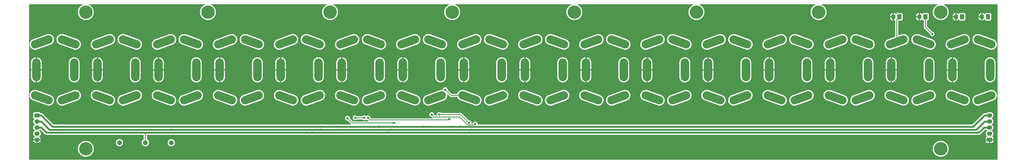
<source format=gtl>
G04 #@! TF.GenerationSoftware,KiCad,Pcbnew,6.0.5+dfsg-1~bpo11+1*
G04 #@! TF.CreationDate,2022-08-13T18:52:41+00:00*
G04 #@! TF.ProjectId,switch_board,73776974-6368-45f6-926f-6172642e6b69,0.1*
G04 #@! TF.SameCoordinates,Original*
G04 #@! TF.FileFunction,Copper,L1,Top*
G04 #@! TF.FilePolarity,Positive*
%FSLAX46Y46*%
G04 Gerber Fmt 4.6, Leading zero omitted, Abs format (unit mm)*
G04 Created by KiCad (PCBNEW 6.0.5+dfsg-1~bpo11+1) date 2022-08-13 18:52:41*
%MOMM*%
%LPD*%
G01*
G04 APERTURE LIST*
G04 #@! TA.AperFunction,ComponentPad*
%ADD10O,3.500000X9.500000*%
G04 #@! TD*
G04 #@! TA.AperFunction,ComponentPad*
%ADD11C,5.600000*%
G04 #@! TD*
G04 #@! TA.AperFunction,ComponentPad*
%ADD12O,1.740000X2.190000*%
G04 #@! TD*
G04 #@! TA.AperFunction,ComponentPad*
%ADD13O,2.190000X1.740000*%
G04 #@! TD*
G04 #@! TA.AperFunction,ComponentPad*
%ADD14C,2.000000*%
G04 #@! TD*
G04 #@! TA.AperFunction,ViaPad*
%ADD15C,1.000000*%
G04 #@! TD*
G04 #@! TA.AperFunction,ViaPad*
%ADD16C,0.800000*%
G04 #@! TD*
G04 #@! TA.AperFunction,Conductor*
%ADD17C,0.800000*%
G04 #@! TD*
G04 #@! TA.AperFunction,Conductor*
%ADD18C,0.300000*%
G04 #@! TD*
G04 APERTURE END LIST*
G04 #@! TA.AperFunction,ComponentPad*
G36*
G01*
X250632543Y-141354522D02*
X244994387Y-139302402D01*
G75*
G02*
X243948460Y-137059405I598535J1644462D01*
G01*
X243948460Y-137059405D01*
G75*
G02*
X246191457Y-136013478I1644462J-598535D01*
G01*
X251829613Y-138065598D01*
G75*
G02*
X252875540Y-140308595I-598535J-1644462D01*
G01*
X252875540Y-140308595D01*
G75*
G02*
X250632543Y-141354522I-1644462J598535D01*
G01*
G37*
G04 #@! TD.AperFunction*
D10*
X246126000Y-127000000D03*
G04 #@! TA.AperFunction,ComponentPad*
G36*
G01*
X244994387Y-114697598D02*
X250632543Y-112645478D01*
G75*
G02*
X252875540Y-113691405I598535J-1644462D01*
G01*
X252875540Y-113691405D01*
G75*
G02*
X251829613Y-115934402I-1644462J-598535D01*
G01*
X246191457Y-117986522D01*
G75*
G02*
X243948460Y-116940595I-598535J1644462D01*
G01*
X243948460Y-116940595D01*
G75*
G02*
X244994387Y-114697598I1644462J598535D01*
G01*
G37*
G04 #@! TD.AperFunction*
G04 #@! TA.AperFunction,ComponentPad*
G36*
G01*
X256170387Y-138065598D02*
X261808543Y-136013478D01*
G75*
G02*
X264051540Y-137059405I598535J-1644462D01*
G01*
X264051540Y-137059405D01*
G75*
G02*
X263005613Y-139302402I-1644462J-598535D01*
G01*
X257367457Y-141354522D01*
G75*
G02*
X255124460Y-140308595I-598535J1644462D01*
G01*
X255124460Y-140308595D01*
G75*
G02*
X256170387Y-138065598I1644462J598535D01*
G01*
G37*
G04 #@! TD.AperFunction*
X261874000Y-127000000D03*
G04 #@! TA.AperFunction,ComponentPad*
G36*
G01*
X261808543Y-117986522D02*
X256170387Y-115934402D01*
G75*
G02*
X255124460Y-113691405I598535J1644462D01*
G01*
X255124460Y-113691405D01*
G75*
G02*
X257367457Y-112645478I1644462J-598535D01*
G01*
X263005613Y-114697598D01*
G75*
G02*
X264051540Y-116940595I-598535J-1644462D01*
G01*
X264051540Y-116940595D01*
G75*
G02*
X261808543Y-117986522I-1644462J598535D01*
G01*
G37*
G04 #@! TD.AperFunction*
G04 #@! TA.AperFunction,ComponentPad*
G36*
G01*
X377632543Y-141354522D02*
X371994387Y-139302402D01*
G75*
G02*
X370948460Y-137059405I598535J1644462D01*
G01*
X370948460Y-137059405D01*
G75*
G02*
X373191457Y-136013478I1644462J-598535D01*
G01*
X378829613Y-138065598D01*
G75*
G02*
X379875540Y-140308595I-598535J-1644462D01*
G01*
X379875540Y-140308595D01*
G75*
G02*
X377632543Y-141354522I-1644462J598535D01*
G01*
G37*
G04 #@! TD.AperFunction*
X373126000Y-127000000D03*
G04 #@! TA.AperFunction,ComponentPad*
G36*
G01*
X371994387Y-114697598D02*
X377632543Y-112645478D01*
G75*
G02*
X379875540Y-113691405I598535J-1644462D01*
G01*
X379875540Y-113691405D01*
G75*
G02*
X378829613Y-115934402I-1644462J-598535D01*
G01*
X373191457Y-117986522D01*
G75*
G02*
X370948460Y-116940595I-598535J1644462D01*
G01*
X370948460Y-116940595D01*
G75*
G02*
X371994387Y-114697598I1644462J598535D01*
G01*
G37*
G04 #@! TD.AperFunction*
G04 #@! TA.AperFunction,ComponentPad*
G36*
G01*
X383170387Y-138065598D02*
X388808543Y-136013478D01*
G75*
G02*
X391051540Y-137059405I598535J-1644462D01*
G01*
X391051540Y-137059405D01*
G75*
G02*
X390005613Y-139302402I-1644462J-598535D01*
G01*
X384367457Y-141354522D01*
G75*
G02*
X382124460Y-140308595I-598535J1644462D01*
G01*
X382124460Y-140308595D01*
G75*
G02*
X383170387Y-138065598I1644462J598535D01*
G01*
G37*
G04 #@! TD.AperFunction*
X388874000Y-127000000D03*
G04 #@! TA.AperFunction,ComponentPad*
G36*
G01*
X388808543Y-117986522D02*
X383170387Y-115934402D01*
G75*
G02*
X382124460Y-113691405I598535J1644462D01*
G01*
X382124460Y-113691405D01*
G75*
G02*
X384367457Y-112645478I1644462J-598535D01*
G01*
X390005613Y-114697598D01*
G75*
G02*
X391051540Y-116940595I-598535J-1644462D01*
G01*
X391051540Y-116940595D01*
G75*
G02*
X388808543Y-117986522I-1644462J598535D01*
G01*
G37*
G04 #@! TD.AperFunction*
G04 #@! TA.AperFunction,ComponentPad*
G36*
G01*
X174432543Y-141354522D02*
X168794387Y-139302402D01*
G75*
G02*
X167748460Y-137059405I598535J1644462D01*
G01*
X167748460Y-137059405D01*
G75*
G02*
X169991457Y-136013478I1644462J-598535D01*
G01*
X175629613Y-138065598D01*
G75*
G02*
X176675540Y-140308595I-598535J-1644462D01*
G01*
X176675540Y-140308595D01*
G75*
G02*
X174432543Y-141354522I-1644462J598535D01*
G01*
G37*
G04 #@! TD.AperFunction*
X169926000Y-127000000D03*
G04 #@! TA.AperFunction,ComponentPad*
G36*
G01*
X168794387Y-114697598D02*
X174432543Y-112645478D01*
G75*
G02*
X176675540Y-113691405I598535J-1644462D01*
G01*
X176675540Y-113691405D01*
G75*
G02*
X175629613Y-115934402I-1644462J-598535D01*
G01*
X169991457Y-117986522D01*
G75*
G02*
X167748460Y-116940595I-598535J1644462D01*
G01*
X167748460Y-116940595D01*
G75*
G02*
X168794387Y-114697598I1644462J598535D01*
G01*
G37*
G04 #@! TD.AperFunction*
G04 #@! TA.AperFunction,ComponentPad*
G36*
G01*
X179970387Y-138065598D02*
X185608543Y-136013478D01*
G75*
G02*
X187851540Y-137059405I598535J-1644462D01*
G01*
X187851540Y-137059405D01*
G75*
G02*
X186805613Y-139302402I-1644462J-598535D01*
G01*
X181167457Y-141354522D01*
G75*
G02*
X178924460Y-140308595I-598535J1644462D01*
G01*
X178924460Y-140308595D01*
G75*
G02*
X179970387Y-138065598I1644462J598535D01*
G01*
G37*
G04 #@! TD.AperFunction*
X185674000Y-127000000D03*
G04 #@! TA.AperFunction,ComponentPad*
G36*
G01*
X185608543Y-117986522D02*
X179970387Y-115934402D01*
G75*
G02*
X178924460Y-113691405I598535J1644462D01*
G01*
X178924460Y-113691405D01*
G75*
G02*
X181167457Y-112645478I1644462J-598535D01*
G01*
X186805613Y-114697598D01*
G75*
G02*
X187851540Y-116940595I-598535J-1644462D01*
G01*
X187851540Y-116940595D01*
G75*
G02*
X185608543Y-117986522I-1644462J598535D01*
G01*
G37*
G04 #@! TD.AperFunction*
G04 #@! TA.AperFunction,ComponentPad*
G36*
G01*
X47432543Y-141354522D02*
X41794387Y-139302402D01*
G75*
G02*
X40748460Y-137059405I598535J1644462D01*
G01*
X40748460Y-137059405D01*
G75*
G02*
X42991457Y-136013478I1644462J-598535D01*
G01*
X48629613Y-138065598D01*
G75*
G02*
X49675540Y-140308595I-598535J-1644462D01*
G01*
X49675540Y-140308595D01*
G75*
G02*
X47432543Y-141354522I-1644462J598535D01*
G01*
G37*
G04 #@! TD.AperFunction*
X42926000Y-127000000D03*
G04 #@! TA.AperFunction,ComponentPad*
G36*
G01*
X41794387Y-114697598D02*
X47432543Y-112645478D01*
G75*
G02*
X49675540Y-113691405I598535J-1644462D01*
G01*
X49675540Y-113691405D01*
G75*
G02*
X48629613Y-115934402I-1644462J-598535D01*
G01*
X42991457Y-117986522D01*
G75*
G02*
X40748460Y-116940595I-598535J1644462D01*
G01*
X40748460Y-116940595D01*
G75*
G02*
X41794387Y-114697598I1644462J598535D01*
G01*
G37*
G04 #@! TD.AperFunction*
G04 #@! TA.AperFunction,ComponentPad*
G36*
G01*
X52970387Y-138065598D02*
X58608543Y-136013478D01*
G75*
G02*
X60851540Y-137059405I598535J-1644462D01*
G01*
X60851540Y-137059405D01*
G75*
G02*
X59805613Y-139302402I-1644462J-598535D01*
G01*
X54167457Y-141354522D01*
G75*
G02*
X51924460Y-140308595I-598535J1644462D01*
G01*
X51924460Y-140308595D01*
G75*
G02*
X52970387Y-138065598I1644462J598535D01*
G01*
G37*
G04 #@! TD.AperFunction*
X58674000Y-127000000D03*
G04 #@! TA.AperFunction,ComponentPad*
G36*
G01*
X58608543Y-117986522D02*
X52970387Y-115934402D01*
G75*
G02*
X51924460Y-113691405I598535J1644462D01*
G01*
X51924460Y-113691405D01*
G75*
G02*
X54167457Y-112645478I1644462J-598535D01*
G01*
X59805613Y-114697598D01*
G75*
G02*
X60851540Y-116940595I-598535J-1644462D01*
G01*
X60851540Y-116940595D01*
G75*
G02*
X58608543Y-117986522I-1644462J598535D01*
G01*
G37*
G04 #@! TD.AperFunction*
G04 #@! TA.AperFunction,ComponentPad*
G36*
G01*
X403032543Y-141354522D02*
X397394387Y-139302402D01*
G75*
G02*
X396348460Y-137059405I598535J1644462D01*
G01*
X396348460Y-137059405D01*
G75*
G02*
X398591457Y-136013478I1644462J-598535D01*
G01*
X404229613Y-138065598D01*
G75*
G02*
X405275540Y-140308595I-598535J-1644462D01*
G01*
X405275540Y-140308595D01*
G75*
G02*
X403032543Y-141354522I-1644462J598535D01*
G01*
G37*
G04 #@! TD.AperFunction*
X398526000Y-127000000D03*
G04 #@! TA.AperFunction,ComponentPad*
G36*
G01*
X397394387Y-114697598D02*
X403032543Y-112645478D01*
G75*
G02*
X405275540Y-113691405I598535J-1644462D01*
G01*
X405275540Y-113691405D01*
G75*
G02*
X404229613Y-115934402I-1644462J-598535D01*
G01*
X398591457Y-117986522D01*
G75*
G02*
X396348460Y-116940595I-598535J1644462D01*
G01*
X396348460Y-116940595D01*
G75*
G02*
X397394387Y-114697598I1644462J598535D01*
G01*
G37*
G04 #@! TD.AperFunction*
G04 #@! TA.AperFunction,ComponentPad*
G36*
G01*
X408570387Y-138065598D02*
X414208543Y-136013478D01*
G75*
G02*
X416451540Y-137059405I598535J-1644462D01*
G01*
X416451540Y-137059405D01*
G75*
G02*
X415405613Y-139302402I-1644462J-598535D01*
G01*
X409767457Y-141354522D01*
G75*
G02*
X407524460Y-140308595I-598535J1644462D01*
G01*
X407524460Y-140308595D01*
G75*
G02*
X408570387Y-138065598I1644462J598535D01*
G01*
G37*
G04 #@! TD.AperFunction*
X414274000Y-127000000D03*
G04 #@! TA.AperFunction,ComponentPad*
G36*
G01*
X414208543Y-117986522D02*
X408570387Y-115934402D01*
G75*
G02*
X407524460Y-113691405I598535J1644462D01*
G01*
X407524460Y-113691405D01*
G75*
G02*
X409767457Y-112645478I1644462J-598535D01*
G01*
X415405613Y-114697598D01*
G75*
G02*
X416451540Y-116940595I-598535J-1644462D01*
G01*
X416451540Y-116940595D01*
G75*
G02*
X414208543Y-117986522I-1644462J598535D01*
G01*
G37*
G04 #@! TD.AperFunction*
G04 #@! TA.AperFunction,ComponentPad*
G36*
G01*
X98232543Y-141354522D02*
X92594387Y-139302402D01*
G75*
G02*
X91548460Y-137059405I598535J1644462D01*
G01*
X91548460Y-137059405D01*
G75*
G02*
X93791457Y-136013478I1644462J-598535D01*
G01*
X99429613Y-138065598D01*
G75*
G02*
X100475540Y-140308595I-598535J-1644462D01*
G01*
X100475540Y-140308595D01*
G75*
G02*
X98232543Y-141354522I-1644462J598535D01*
G01*
G37*
G04 #@! TD.AperFunction*
X93726000Y-127000000D03*
G04 #@! TA.AperFunction,ComponentPad*
G36*
G01*
X92594387Y-114697598D02*
X98232543Y-112645478D01*
G75*
G02*
X100475540Y-113691405I598535J-1644462D01*
G01*
X100475540Y-113691405D01*
G75*
G02*
X99429613Y-115934402I-1644462J-598535D01*
G01*
X93791457Y-117986522D01*
G75*
G02*
X91548460Y-116940595I-598535J1644462D01*
G01*
X91548460Y-116940595D01*
G75*
G02*
X92594387Y-114697598I1644462J598535D01*
G01*
G37*
G04 #@! TD.AperFunction*
G04 #@! TA.AperFunction,ComponentPad*
G36*
G01*
X103770387Y-138065598D02*
X109408543Y-136013478D01*
G75*
G02*
X111651540Y-137059405I598535J-1644462D01*
G01*
X111651540Y-137059405D01*
G75*
G02*
X110605613Y-139302402I-1644462J-598535D01*
G01*
X104967457Y-141354522D01*
G75*
G02*
X102724460Y-140308595I-598535J1644462D01*
G01*
X102724460Y-140308595D01*
G75*
G02*
X103770387Y-138065598I1644462J598535D01*
G01*
G37*
G04 #@! TD.AperFunction*
X109474000Y-127000000D03*
G04 #@! TA.AperFunction,ComponentPad*
G36*
G01*
X109408543Y-117986522D02*
X103770387Y-115934402D01*
G75*
G02*
X102724460Y-113691405I598535J1644462D01*
G01*
X102724460Y-113691405D01*
G75*
G02*
X104967457Y-112645478I1644462J-598535D01*
G01*
X110605613Y-114697598D01*
G75*
G02*
X111651540Y-116940595I-598535J-1644462D01*
G01*
X111651540Y-116940595D01*
G75*
G02*
X109408543Y-117986522I-1644462J598535D01*
G01*
G37*
G04 #@! TD.AperFunction*
D11*
X292100000Y-102870000D03*
X38100000Y-160020000D03*
X88900000Y-102870000D03*
X38100000Y-102870000D03*
G04 #@! TA.AperFunction,ComponentPad*
G36*
G01*
X22032543Y-141354522D02*
X16394387Y-139302402D01*
G75*
G02*
X15348460Y-137059405I598535J1644462D01*
G01*
X15348460Y-137059405D01*
G75*
G02*
X17591457Y-136013478I1644462J-598535D01*
G01*
X23229613Y-138065598D01*
G75*
G02*
X24275540Y-140308595I-598535J-1644462D01*
G01*
X24275540Y-140308595D01*
G75*
G02*
X22032543Y-141354522I-1644462J598535D01*
G01*
G37*
G04 #@! TD.AperFunction*
D10*
X17526000Y-127000000D03*
G04 #@! TA.AperFunction,ComponentPad*
G36*
G01*
X16394387Y-114697598D02*
X22032543Y-112645478D01*
G75*
G02*
X24275540Y-113691405I598535J-1644462D01*
G01*
X24275540Y-113691405D01*
G75*
G02*
X23229613Y-115934402I-1644462J-598535D01*
G01*
X17591457Y-117986522D01*
G75*
G02*
X15348460Y-116940595I-598535J1644462D01*
G01*
X15348460Y-116940595D01*
G75*
G02*
X16394387Y-114697598I1644462J598535D01*
G01*
G37*
G04 #@! TD.AperFunction*
G04 #@! TA.AperFunction,ComponentPad*
G36*
G01*
X27570387Y-138065598D02*
X33208543Y-136013478D01*
G75*
G02*
X35451540Y-137059405I598535J-1644462D01*
G01*
X35451540Y-137059405D01*
G75*
G02*
X34405613Y-139302402I-1644462J-598535D01*
G01*
X28767457Y-141354522D01*
G75*
G02*
X26524460Y-140308595I-598535J1644462D01*
G01*
X26524460Y-140308595D01*
G75*
G02*
X27570387Y-138065598I1644462J598535D01*
G01*
G37*
G04 #@! TD.AperFunction*
X33274000Y-127000000D03*
G04 #@! TA.AperFunction,ComponentPad*
G36*
G01*
X33208543Y-117986522D02*
X27570387Y-115934402D01*
G75*
G02*
X26524460Y-113691405I598535J1644462D01*
G01*
X26524460Y-113691405D01*
G75*
G02*
X28767457Y-112645478I1644462J-598535D01*
G01*
X34405613Y-114697598D01*
G75*
G02*
X35451540Y-116940595I-598535J-1644462D01*
G01*
X35451540Y-116940595D01*
G75*
G02*
X33208543Y-117986522I-1644462J598535D01*
G01*
G37*
G04 #@! TD.AperFunction*
G04 #@! TA.AperFunction,ComponentPad*
G36*
G01*
X225232543Y-141354522D02*
X219594387Y-139302402D01*
G75*
G02*
X218548460Y-137059405I598535J1644462D01*
G01*
X218548460Y-137059405D01*
G75*
G02*
X220791457Y-136013478I1644462J-598535D01*
G01*
X226429613Y-138065598D01*
G75*
G02*
X227475540Y-140308595I-598535J-1644462D01*
G01*
X227475540Y-140308595D01*
G75*
G02*
X225232543Y-141354522I-1644462J598535D01*
G01*
G37*
G04 #@! TD.AperFunction*
X220726000Y-127000000D03*
G04 #@! TA.AperFunction,ComponentPad*
G36*
G01*
X219594387Y-114697598D02*
X225232543Y-112645478D01*
G75*
G02*
X227475540Y-113691405I598535J-1644462D01*
G01*
X227475540Y-113691405D01*
G75*
G02*
X226429613Y-115934402I-1644462J-598535D01*
G01*
X220791457Y-117986522D01*
G75*
G02*
X218548460Y-116940595I-598535J1644462D01*
G01*
X218548460Y-116940595D01*
G75*
G02*
X219594387Y-114697598I1644462J598535D01*
G01*
G37*
G04 #@! TD.AperFunction*
G04 #@! TA.AperFunction,ComponentPad*
G36*
G01*
X230770387Y-138065598D02*
X236408543Y-136013478D01*
G75*
G02*
X238651540Y-137059405I598535J-1644462D01*
G01*
X238651540Y-137059405D01*
G75*
G02*
X237605613Y-139302402I-1644462J-598535D01*
G01*
X231967457Y-141354522D01*
G75*
G02*
X229724460Y-140308595I-598535J1644462D01*
G01*
X229724460Y-140308595D01*
G75*
G02*
X230770387Y-138065598I1644462J598535D01*
G01*
G37*
G04 #@! TD.AperFunction*
X236474000Y-127000000D03*
G04 #@! TA.AperFunction,ComponentPad*
G36*
G01*
X236408543Y-117986522D02*
X230770387Y-115934402D01*
G75*
G02*
X229724460Y-113691405I598535J1644462D01*
G01*
X229724460Y-113691405D01*
G75*
G02*
X231967457Y-112645478I1644462J-598535D01*
G01*
X237605613Y-114697598D01*
G75*
G02*
X238651540Y-116940595I-598535J-1644462D01*
G01*
X238651540Y-116940595D01*
G75*
G02*
X236408543Y-117986522I-1644462J598535D01*
G01*
G37*
G04 #@! TD.AperFunction*
G04 #@! TA.AperFunction,ComponentPad*
G36*
G01*
X123632543Y-141354522D02*
X117994387Y-139302402D01*
G75*
G02*
X116948460Y-137059405I598535J1644462D01*
G01*
X116948460Y-137059405D01*
G75*
G02*
X119191457Y-136013478I1644462J-598535D01*
G01*
X124829613Y-138065598D01*
G75*
G02*
X125875540Y-140308595I-598535J-1644462D01*
G01*
X125875540Y-140308595D01*
G75*
G02*
X123632543Y-141354522I-1644462J598535D01*
G01*
G37*
G04 #@! TD.AperFunction*
X119126000Y-127000000D03*
G04 #@! TA.AperFunction,ComponentPad*
G36*
G01*
X117994387Y-114697598D02*
X123632543Y-112645478D01*
G75*
G02*
X125875540Y-113691405I598535J-1644462D01*
G01*
X125875540Y-113691405D01*
G75*
G02*
X124829613Y-115934402I-1644462J-598535D01*
G01*
X119191457Y-117986522D01*
G75*
G02*
X116948460Y-116940595I-598535J1644462D01*
G01*
X116948460Y-116940595D01*
G75*
G02*
X117994387Y-114697598I1644462J598535D01*
G01*
G37*
G04 #@! TD.AperFunction*
G04 #@! TA.AperFunction,ComponentPad*
G36*
G01*
X129170387Y-138065598D02*
X134808543Y-136013478D01*
G75*
G02*
X137051540Y-137059405I598535J-1644462D01*
G01*
X137051540Y-137059405D01*
G75*
G02*
X136005613Y-139302402I-1644462J-598535D01*
G01*
X130367457Y-141354522D01*
G75*
G02*
X128124460Y-140308595I-598535J1644462D01*
G01*
X128124460Y-140308595D01*
G75*
G02*
X129170387Y-138065598I1644462J598535D01*
G01*
G37*
G04 #@! TD.AperFunction*
X134874000Y-127000000D03*
G04 #@! TA.AperFunction,ComponentPad*
G36*
G01*
X134808543Y-117986522D02*
X129170387Y-115934402D01*
G75*
G02*
X128124460Y-113691405I598535J1644462D01*
G01*
X128124460Y-113691405D01*
G75*
G02*
X130367457Y-112645478I1644462J-598535D01*
G01*
X136005613Y-114697598D01*
G75*
G02*
X137051540Y-116940595I-598535J-1644462D01*
G01*
X137051540Y-116940595D01*
G75*
G02*
X134808543Y-117986522I-1644462J598535D01*
G01*
G37*
G04 #@! TD.AperFunction*
G04 #@! TA.AperFunction,ComponentPad*
G36*
G01*
X326832543Y-141354522D02*
X321194387Y-139302402D01*
G75*
G02*
X320148460Y-137059405I598535J1644462D01*
G01*
X320148460Y-137059405D01*
G75*
G02*
X322391457Y-136013478I1644462J-598535D01*
G01*
X328029613Y-138065598D01*
G75*
G02*
X329075540Y-140308595I-598535J-1644462D01*
G01*
X329075540Y-140308595D01*
G75*
G02*
X326832543Y-141354522I-1644462J598535D01*
G01*
G37*
G04 #@! TD.AperFunction*
X322326000Y-127000000D03*
G04 #@! TA.AperFunction,ComponentPad*
G36*
G01*
X321194387Y-114697598D02*
X326832543Y-112645478D01*
G75*
G02*
X329075540Y-113691405I598535J-1644462D01*
G01*
X329075540Y-113691405D01*
G75*
G02*
X328029613Y-115934402I-1644462J-598535D01*
G01*
X322391457Y-117986522D01*
G75*
G02*
X320148460Y-116940595I-598535J1644462D01*
G01*
X320148460Y-116940595D01*
G75*
G02*
X321194387Y-114697598I1644462J598535D01*
G01*
G37*
G04 #@! TD.AperFunction*
G04 #@! TA.AperFunction,ComponentPad*
G36*
G01*
X332370387Y-138065598D02*
X338008543Y-136013478D01*
G75*
G02*
X340251540Y-137059405I598535J-1644462D01*
G01*
X340251540Y-137059405D01*
G75*
G02*
X339205613Y-139302402I-1644462J-598535D01*
G01*
X333567457Y-141354522D01*
G75*
G02*
X331324460Y-140308595I-598535J1644462D01*
G01*
X331324460Y-140308595D01*
G75*
G02*
X332370387Y-138065598I1644462J598535D01*
G01*
G37*
G04 #@! TD.AperFunction*
X338074000Y-127000000D03*
G04 #@! TA.AperFunction,ComponentPad*
G36*
G01*
X338008543Y-117986522D02*
X332370387Y-115934402D01*
G75*
G02*
X331324460Y-113691405I598535J1644462D01*
G01*
X331324460Y-113691405D01*
G75*
G02*
X333567457Y-112645478I1644462J-598535D01*
G01*
X339205613Y-114697598D01*
G75*
G02*
X340251540Y-116940595I-598535J-1644462D01*
G01*
X340251540Y-116940595D01*
G75*
G02*
X338008543Y-117986522I-1644462J598535D01*
G01*
G37*
G04 #@! TD.AperFunction*
D11*
X139700000Y-102870000D03*
G04 #@! TA.AperFunction,ComponentPad*
G36*
G01*
X276032543Y-141354522D02*
X270394387Y-139302402D01*
G75*
G02*
X269348460Y-137059405I598535J1644462D01*
G01*
X269348460Y-137059405D01*
G75*
G02*
X271591457Y-136013478I1644462J-598535D01*
G01*
X277229613Y-138065598D01*
G75*
G02*
X278275540Y-140308595I-598535J-1644462D01*
G01*
X278275540Y-140308595D01*
G75*
G02*
X276032543Y-141354522I-1644462J598535D01*
G01*
G37*
G04 #@! TD.AperFunction*
D10*
X271526000Y-127000000D03*
G04 #@! TA.AperFunction,ComponentPad*
G36*
G01*
X270394387Y-114697598D02*
X276032543Y-112645478D01*
G75*
G02*
X278275540Y-113691405I598535J-1644462D01*
G01*
X278275540Y-113691405D01*
G75*
G02*
X277229613Y-115934402I-1644462J-598535D01*
G01*
X271591457Y-117986522D01*
G75*
G02*
X269348460Y-116940595I-598535J1644462D01*
G01*
X269348460Y-116940595D01*
G75*
G02*
X270394387Y-114697598I1644462J598535D01*
G01*
G37*
G04 #@! TD.AperFunction*
G04 #@! TA.AperFunction,ComponentPad*
G36*
G01*
X281570387Y-138065598D02*
X287208543Y-136013478D01*
G75*
G02*
X289451540Y-137059405I598535J-1644462D01*
G01*
X289451540Y-137059405D01*
G75*
G02*
X288405613Y-139302402I-1644462J-598535D01*
G01*
X282767457Y-141354522D01*
G75*
G02*
X280524460Y-140308595I-598535J1644462D01*
G01*
X280524460Y-140308595D01*
G75*
G02*
X281570387Y-138065598I1644462J598535D01*
G01*
G37*
G04 #@! TD.AperFunction*
X287274000Y-127000000D03*
G04 #@! TA.AperFunction,ComponentPad*
G36*
G01*
X287208543Y-117986522D02*
X281570387Y-115934402D01*
G75*
G02*
X280524460Y-113691405I598535J1644462D01*
G01*
X280524460Y-113691405D01*
G75*
G02*
X282767457Y-112645478I1644462J-598535D01*
G01*
X288405613Y-114697598D01*
G75*
G02*
X289451540Y-116940595I-598535J-1644462D01*
G01*
X289451540Y-116940595D01*
G75*
G02*
X287208543Y-117986522I-1644462J598535D01*
G01*
G37*
G04 #@! TD.AperFunction*
G04 #@! TA.AperFunction,ComponentPad*
G36*
G01*
X149032543Y-141354522D02*
X143394387Y-139302402D01*
G75*
G02*
X142348460Y-137059405I598535J1644462D01*
G01*
X142348460Y-137059405D01*
G75*
G02*
X144591457Y-136013478I1644462J-598535D01*
G01*
X150229613Y-138065598D01*
G75*
G02*
X151275540Y-140308595I-598535J-1644462D01*
G01*
X151275540Y-140308595D01*
G75*
G02*
X149032543Y-141354522I-1644462J598535D01*
G01*
G37*
G04 #@! TD.AperFunction*
X144526000Y-127000000D03*
G04 #@! TA.AperFunction,ComponentPad*
G36*
G01*
X143394387Y-114697598D02*
X149032543Y-112645478D01*
G75*
G02*
X151275540Y-113691405I598535J-1644462D01*
G01*
X151275540Y-113691405D01*
G75*
G02*
X150229613Y-115934402I-1644462J-598535D01*
G01*
X144591457Y-117986522D01*
G75*
G02*
X142348460Y-116940595I-598535J1644462D01*
G01*
X142348460Y-116940595D01*
G75*
G02*
X143394387Y-114697598I1644462J598535D01*
G01*
G37*
G04 #@! TD.AperFunction*
G04 #@! TA.AperFunction,ComponentPad*
G36*
G01*
X154570387Y-138065598D02*
X160208543Y-136013478D01*
G75*
G02*
X162451540Y-137059405I598535J-1644462D01*
G01*
X162451540Y-137059405D01*
G75*
G02*
X161405613Y-139302402I-1644462J-598535D01*
G01*
X155767457Y-141354522D01*
G75*
G02*
X153524460Y-140308595I-598535J1644462D01*
G01*
X153524460Y-140308595D01*
G75*
G02*
X154570387Y-138065598I1644462J598535D01*
G01*
G37*
G04 #@! TD.AperFunction*
X160274000Y-127000000D03*
G04 #@! TA.AperFunction,ComponentPad*
G36*
G01*
X160208543Y-117986522D02*
X154570387Y-115934402D01*
G75*
G02*
X153524460Y-113691405I598535J1644462D01*
G01*
X153524460Y-113691405D01*
G75*
G02*
X155767457Y-112645478I1644462J-598535D01*
G01*
X161405613Y-114697598D01*
G75*
G02*
X162451540Y-116940595I-598535J-1644462D01*
G01*
X162451540Y-116940595D01*
G75*
G02*
X160208543Y-117986522I-1644462J598535D01*
G01*
G37*
G04 #@! TD.AperFunction*
G04 #@! TA.AperFunction,ComponentPad*
G36*
G01*
X301432543Y-141354522D02*
X295794387Y-139302402D01*
G75*
G02*
X294748460Y-137059405I598535J1644462D01*
G01*
X294748460Y-137059405D01*
G75*
G02*
X296991457Y-136013478I1644462J-598535D01*
G01*
X302629613Y-138065598D01*
G75*
G02*
X303675540Y-140308595I-598535J-1644462D01*
G01*
X303675540Y-140308595D01*
G75*
G02*
X301432543Y-141354522I-1644462J598535D01*
G01*
G37*
G04 #@! TD.AperFunction*
X296926000Y-127000000D03*
G04 #@! TA.AperFunction,ComponentPad*
G36*
G01*
X295794387Y-114697598D02*
X301432543Y-112645478D01*
G75*
G02*
X303675540Y-113691405I598535J-1644462D01*
G01*
X303675540Y-113691405D01*
G75*
G02*
X302629613Y-115934402I-1644462J-598535D01*
G01*
X296991457Y-117986522D01*
G75*
G02*
X294748460Y-116940595I-598535J1644462D01*
G01*
X294748460Y-116940595D01*
G75*
G02*
X295794387Y-114697598I1644462J598535D01*
G01*
G37*
G04 #@! TD.AperFunction*
G04 #@! TA.AperFunction,ComponentPad*
G36*
G01*
X306970387Y-138065598D02*
X312608543Y-136013478D01*
G75*
G02*
X314851540Y-137059405I598535J-1644462D01*
G01*
X314851540Y-137059405D01*
G75*
G02*
X313805613Y-139302402I-1644462J-598535D01*
G01*
X308167457Y-141354522D01*
G75*
G02*
X305924460Y-140308595I-598535J1644462D01*
G01*
X305924460Y-140308595D01*
G75*
G02*
X306970387Y-138065598I1644462J598535D01*
G01*
G37*
G04 #@! TD.AperFunction*
X312674000Y-127000000D03*
G04 #@! TA.AperFunction,ComponentPad*
G36*
G01*
X312608543Y-117986522D02*
X306970387Y-115934402D01*
G75*
G02*
X305924460Y-113691405I598535J1644462D01*
G01*
X305924460Y-113691405D01*
G75*
G02*
X308167457Y-112645478I1644462J-598535D01*
G01*
X313805613Y-114697598D01*
G75*
G02*
X314851540Y-116940595I-598535J-1644462D01*
G01*
X314851540Y-116940595D01*
G75*
G02*
X312608543Y-117986522I-1644462J598535D01*
G01*
G37*
G04 #@! TD.AperFunction*
G04 #@! TA.AperFunction,ComponentPad*
G36*
G01*
X199832543Y-141354522D02*
X194194387Y-139302402D01*
G75*
G02*
X193148460Y-137059405I598535J1644462D01*
G01*
X193148460Y-137059405D01*
G75*
G02*
X195391457Y-136013478I1644462J-598535D01*
G01*
X201029613Y-138065598D01*
G75*
G02*
X202075540Y-140308595I-598535J-1644462D01*
G01*
X202075540Y-140308595D01*
G75*
G02*
X199832543Y-141354522I-1644462J598535D01*
G01*
G37*
G04 #@! TD.AperFunction*
X195326000Y-127000000D03*
G04 #@! TA.AperFunction,ComponentPad*
G36*
G01*
X194194387Y-114697598D02*
X199832543Y-112645478D01*
G75*
G02*
X202075540Y-113691405I598535J-1644462D01*
G01*
X202075540Y-113691405D01*
G75*
G02*
X201029613Y-115934402I-1644462J-598535D01*
G01*
X195391457Y-117986522D01*
G75*
G02*
X193148460Y-116940595I-598535J1644462D01*
G01*
X193148460Y-116940595D01*
G75*
G02*
X194194387Y-114697598I1644462J598535D01*
G01*
G37*
G04 #@! TD.AperFunction*
G04 #@! TA.AperFunction,ComponentPad*
G36*
G01*
X205370387Y-138065598D02*
X211008543Y-136013478D01*
G75*
G02*
X213251540Y-137059405I598535J-1644462D01*
G01*
X213251540Y-137059405D01*
G75*
G02*
X212205613Y-139302402I-1644462J-598535D01*
G01*
X206567457Y-141354522D01*
G75*
G02*
X204324460Y-140308595I-598535J1644462D01*
G01*
X204324460Y-140308595D01*
G75*
G02*
X205370387Y-138065598I1644462J598535D01*
G01*
G37*
G04 #@! TD.AperFunction*
X211074000Y-127000000D03*
G04 #@! TA.AperFunction,ComponentPad*
G36*
G01*
X211008543Y-117986522D02*
X205370387Y-115934402D01*
G75*
G02*
X204324460Y-113691405I598535J1644462D01*
G01*
X204324460Y-113691405D01*
G75*
G02*
X206567457Y-112645478I1644462J-598535D01*
G01*
X212205613Y-114697598D01*
G75*
G02*
X213251540Y-116940595I-598535J-1644462D01*
G01*
X213251540Y-116940595D01*
G75*
G02*
X211008543Y-117986522I-1644462J598535D01*
G01*
G37*
G04 #@! TD.AperFunction*
D11*
X342900000Y-102870000D03*
G04 #@! TA.AperFunction,ComponentPad*
G36*
G01*
X72832543Y-141354522D02*
X67194387Y-139302402D01*
G75*
G02*
X66148460Y-137059405I598535J1644462D01*
G01*
X66148460Y-137059405D01*
G75*
G02*
X68391457Y-136013478I1644462J-598535D01*
G01*
X74029613Y-138065598D01*
G75*
G02*
X75075540Y-140308595I-598535J-1644462D01*
G01*
X75075540Y-140308595D01*
G75*
G02*
X72832543Y-141354522I-1644462J598535D01*
G01*
G37*
G04 #@! TD.AperFunction*
D10*
X68326000Y-127000000D03*
G04 #@! TA.AperFunction,ComponentPad*
G36*
G01*
X67194387Y-114697598D02*
X72832543Y-112645478D01*
G75*
G02*
X75075540Y-113691405I598535J-1644462D01*
G01*
X75075540Y-113691405D01*
G75*
G02*
X74029613Y-115934402I-1644462J-598535D01*
G01*
X68391457Y-117986522D01*
G75*
G02*
X66148460Y-116940595I-598535J1644462D01*
G01*
X66148460Y-116940595D01*
G75*
G02*
X67194387Y-114697598I1644462J598535D01*
G01*
G37*
G04 #@! TD.AperFunction*
G04 #@! TA.AperFunction,ComponentPad*
G36*
G01*
X78370387Y-138065598D02*
X84008543Y-136013478D01*
G75*
G02*
X86251540Y-137059405I598535J-1644462D01*
G01*
X86251540Y-137059405D01*
G75*
G02*
X85205613Y-139302402I-1644462J-598535D01*
G01*
X79567457Y-141354522D01*
G75*
G02*
X77324460Y-140308595I-598535J1644462D01*
G01*
X77324460Y-140308595D01*
G75*
G02*
X78370387Y-138065598I1644462J598535D01*
G01*
G37*
G04 #@! TD.AperFunction*
X84074000Y-127000000D03*
G04 #@! TA.AperFunction,ComponentPad*
G36*
G01*
X84008543Y-117986522D02*
X78370387Y-115934402D01*
G75*
G02*
X77324460Y-113691405I598535J1644462D01*
G01*
X77324460Y-113691405D01*
G75*
G02*
X79567457Y-112645478I1644462J-598535D01*
G01*
X85205613Y-114697598D01*
G75*
G02*
X86251540Y-116940595I-598535J-1644462D01*
G01*
X86251540Y-116940595D01*
G75*
G02*
X84008543Y-117986522I-1644462J598535D01*
G01*
G37*
G04 #@! TD.AperFunction*
G04 #@! TA.AperFunction,ComponentPad*
G36*
G01*
X352232543Y-141354522D02*
X346594387Y-139302402D01*
G75*
G02*
X345548460Y-137059405I598535J1644462D01*
G01*
X345548460Y-137059405D01*
G75*
G02*
X347791457Y-136013478I1644462J-598535D01*
G01*
X353429613Y-138065598D01*
G75*
G02*
X354475540Y-140308595I-598535J-1644462D01*
G01*
X354475540Y-140308595D01*
G75*
G02*
X352232543Y-141354522I-1644462J598535D01*
G01*
G37*
G04 #@! TD.AperFunction*
X347726000Y-127000000D03*
G04 #@! TA.AperFunction,ComponentPad*
G36*
G01*
X346594387Y-114697598D02*
X352232543Y-112645478D01*
G75*
G02*
X354475540Y-113691405I598535J-1644462D01*
G01*
X354475540Y-113691405D01*
G75*
G02*
X353429613Y-115934402I-1644462J-598535D01*
G01*
X347791457Y-117986522D01*
G75*
G02*
X345548460Y-116940595I-598535J1644462D01*
G01*
X345548460Y-116940595D01*
G75*
G02*
X346594387Y-114697598I1644462J598535D01*
G01*
G37*
G04 #@! TD.AperFunction*
G04 #@! TA.AperFunction,ComponentPad*
G36*
G01*
X357770387Y-138065598D02*
X363408543Y-136013478D01*
G75*
G02*
X365651540Y-137059405I598535J-1644462D01*
G01*
X365651540Y-137059405D01*
G75*
G02*
X364605613Y-139302402I-1644462J-598535D01*
G01*
X358967457Y-141354522D01*
G75*
G02*
X356724460Y-140308595I-598535J1644462D01*
G01*
X356724460Y-140308595D01*
G75*
G02*
X357770387Y-138065598I1644462J598535D01*
G01*
G37*
G04 #@! TD.AperFunction*
X363474000Y-127000000D03*
G04 #@! TA.AperFunction,ComponentPad*
G36*
G01*
X363408543Y-117986522D02*
X357770387Y-115934402D01*
G75*
G02*
X356724460Y-113691405I598535J1644462D01*
G01*
X356724460Y-113691405D01*
G75*
G02*
X358967457Y-112645478I1644462J-598535D01*
G01*
X364605613Y-114697598D01*
G75*
G02*
X365651540Y-116940595I-598535J-1644462D01*
G01*
X365651540Y-116940595D01*
G75*
G02*
X363408543Y-117986522I-1644462J598535D01*
G01*
G37*
G04 #@! TD.AperFunction*
D11*
X241300000Y-102870000D03*
X393700000Y-102870000D03*
X190500000Y-102870000D03*
X393700000Y-160020000D03*
G04 #@! TA.AperFunction,ComponentPad*
G36*
G01*
X403460000Y-103950000D02*
X403460000Y-105640000D01*
G75*
G02*
X403210000Y-105890000I-250000J0D01*
G01*
X401970000Y-105890000D01*
G75*
G02*
X401720000Y-105640000I0J250000D01*
G01*
X401720000Y-103950000D01*
G75*
G02*
X401970000Y-103700000I250000J0D01*
G01*
X403210000Y-103700000D01*
G75*
G02*
X403460000Y-103950000I0J-250000D01*
G01*
G37*
G04 #@! TD.AperFunction*
D12*
X400050000Y-104795000D03*
G04 #@! TA.AperFunction,ComponentPad*
G36*
G01*
X16935000Y-145180000D02*
X18625000Y-145180000D01*
G75*
G02*
X18875000Y-145430000I0J-250000D01*
G01*
X18875000Y-146670000D01*
G75*
G02*
X18625000Y-146920000I-250000J0D01*
G01*
X16935000Y-146920000D01*
G75*
G02*
X16685000Y-146670000I0J250000D01*
G01*
X16685000Y-145430000D01*
G75*
G02*
X16935000Y-145180000I250000J0D01*
G01*
G37*
G04 #@! TD.AperFunction*
D13*
X17780000Y-148590000D03*
X17780000Y-151130000D03*
X17780000Y-153670000D03*
X17780000Y-156210000D03*
D14*
X62865000Y-157480000D03*
G04 #@! TA.AperFunction,ComponentPad*
G36*
G01*
X388220000Y-103950000D02*
X388220000Y-105640000D01*
G75*
G02*
X387970000Y-105890000I-250000J0D01*
G01*
X386730000Y-105890000D01*
G75*
G02*
X386480000Y-105640000I0J250000D01*
G01*
X386480000Y-103950000D01*
G75*
G02*
X386730000Y-103700000I250000J0D01*
G01*
X387970000Y-103700000D01*
G75*
G02*
X388220000Y-103950000I0J-250000D01*
G01*
G37*
G04 #@! TD.AperFunction*
D12*
X384810000Y-104795000D03*
G04 #@! TA.AperFunction,ComponentPad*
G36*
G01*
X414865000Y-157080000D02*
X413175000Y-157080000D01*
G75*
G02*
X412925000Y-156830000I0J250000D01*
G01*
X412925000Y-155590000D01*
G75*
G02*
X413175000Y-155340000I250000J0D01*
G01*
X414865000Y-155340000D01*
G75*
G02*
X415115000Y-155590000I0J-250000D01*
G01*
X415115000Y-156830000D01*
G75*
G02*
X414865000Y-157080000I-250000J0D01*
G01*
G37*
G04 #@! TD.AperFunction*
D13*
X414020000Y-153670000D03*
X414020000Y-151130000D03*
X414020000Y-148590000D03*
X414020000Y-146050000D03*
D14*
X52070000Y-157480000D03*
X73660000Y-157480000D03*
G04 #@! TA.AperFunction,ComponentPad*
G36*
G01*
X414255000Y-103950000D02*
X414255000Y-105640000D01*
G75*
G02*
X414005000Y-105890000I-250000J0D01*
G01*
X412765000Y-105890000D01*
G75*
G02*
X412515000Y-105640000I0J250000D01*
G01*
X412515000Y-103950000D01*
G75*
G02*
X412765000Y-103700000I250000J0D01*
G01*
X414005000Y-103700000D01*
G75*
G02*
X414255000Y-103950000I0J-250000D01*
G01*
G37*
G04 #@! TD.AperFunction*
D12*
X410845000Y-104795000D03*
G04 #@! TA.AperFunction,ComponentPad*
G36*
G01*
X377425000Y-103950000D02*
X377425000Y-105640000D01*
G75*
G02*
X377175000Y-105890000I-250000J0D01*
G01*
X375935000Y-105890000D01*
G75*
G02*
X375685000Y-105640000I0J250000D01*
G01*
X375685000Y-103950000D01*
G75*
G02*
X375935000Y-103700000I250000J0D01*
G01*
X377175000Y-103700000D01*
G75*
G02*
X377425000Y-103950000I0J-250000D01*
G01*
G37*
G04 #@! TD.AperFunction*
X374015000Y-104795000D03*
D15*
X178714400Y-150774400D03*
X135737600Y-150774400D03*
X160096200Y-150774400D03*
X143052800Y-150774400D03*
X28295600Y-150774400D03*
X193776600Y-150774400D03*
X273050000Y-156210000D03*
X44704000Y-154940000D03*
X222250000Y-156210000D03*
X400050000Y-156210000D03*
X127000000Y-104140000D03*
X41910000Y-157480000D03*
X101600000Y-104140000D03*
X189230000Y-156210000D03*
X254000000Y-104140000D03*
X349250000Y-156210000D03*
X381000000Y-146050000D03*
X228600000Y-146050000D03*
X228600000Y-104140000D03*
X254000000Y-146050000D03*
X179070000Y-156210000D03*
X50800000Y-104140000D03*
X76200000Y-155575000D03*
X50800000Y-146050000D03*
X402590000Y-146050000D03*
X177800000Y-104140000D03*
X355600000Y-104140000D03*
X203200000Y-104140000D03*
X155575000Y-156210000D03*
X177165000Y-144145000D03*
X298450000Y-156210000D03*
X76200000Y-147320000D03*
X210185000Y-144145000D03*
X330200000Y-104140000D03*
X373380000Y-156210000D03*
X304800000Y-146050000D03*
X127000000Y-156210000D03*
X76200000Y-104140000D03*
X330200000Y-146050000D03*
X101600000Y-147320000D03*
X152400000Y-104140000D03*
X184150000Y-156210000D03*
X212725000Y-147320000D03*
X304800000Y-104140000D03*
X150495000Y-156210000D03*
X48285400Y-157480000D03*
X355600000Y-146050000D03*
X279400000Y-104140000D03*
X323850000Y-156210000D03*
X279400000Y-146050000D03*
X101600000Y-156210000D03*
X145415000Y-156210000D03*
X127000000Y-147320000D03*
X198695299Y-152053301D03*
X164964099Y-152053301D03*
X73660000Y-152069800D03*
X135890000Y-152044400D03*
X132130800Y-153263600D03*
X163728400Y-153263600D03*
X197485000Y-153289000D03*
X187604400Y-135280400D03*
X189230000Y-147574000D03*
X155448000Y-147066000D03*
D16*
X390230000Y-112040000D03*
D15*
X166319200Y-149220500D03*
X146913600Y-147218400D03*
X153924000Y-147066000D03*
X150114000Y-147066000D03*
X200050400Y-149631400D03*
X182016400Y-145719800D03*
X197510400Y-149162900D03*
X185140600Y-145694400D03*
D17*
X17780000Y-146050000D02*
X19558000Y-146050000D01*
X24282400Y-150774400D02*
X28295600Y-150774400D01*
X178714400Y-150774400D02*
X193776600Y-150774400D01*
X411988000Y-146050000D02*
X414020000Y-146050000D01*
X193814901Y-150812701D02*
X407225299Y-150812701D01*
X19558000Y-146050000D02*
X24282400Y-150774400D01*
X143052800Y-150774400D02*
X160096200Y-150774400D01*
X193776600Y-150774400D02*
X193814901Y-150812701D01*
X407225299Y-150812701D02*
X411988000Y-146050000D01*
X28295600Y-150774400D02*
X143052800Y-150774400D01*
X160096200Y-150774400D02*
X178714400Y-150774400D01*
X19558000Y-148590000D02*
X23021301Y-152053301D01*
X17780000Y-148590000D02*
X19558000Y-148590000D01*
X23021301Y-152053301D02*
X164964099Y-152053301D01*
X408524699Y-152053301D02*
X411988000Y-148590000D01*
X164964099Y-152053301D02*
X198695299Y-152053301D01*
X411988000Y-148590000D02*
X414020000Y-148590000D01*
X198695299Y-152053301D02*
X408524699Y-152053301D01*
X163753800Y-153289000D02*
X163728400Y-153263600D01*
X197485000Y-153289000D02*
X409608016Y-153289000D01*
X17780000Y-151130000D02*
X19583400Y-151130000D01*
X163728400Y-153263600D02*
X62890400Y-153263600D01*
D18*
X62865000Y-153289000D02*
X62890400Y-153263600D01*
D17*
X409608016Y-153289000D02*
X411767016Y-151130000D01*
X197485000Y-153289000D02*
X163753800Y-153289000D01*
X19583400Y-151130000D02*
X21717000Y-153263600D01*
D18*
X62865000Y-157480000D02*
X62865000Y-153289000D01*
D17*
X21717000Y-153263600D02*
X62890400Y-153263600D01*
X411767016Y-151130000D02*
X414020000Y-151130000D01*
D18*
X197200000Y-139000000D02*
X195918800Y-137718800D01*
X190042800Y-137718800D02*
X187604400Y-135280400D01*
X195918800Y-137718800D02*
X190042800Y-137718800D01*
X189230000Y-147574000D02*
X188849000Y-147955000D01*
X188849000Y-147955000D02*
X156337000Y-147955000D01*
X156337000Y-147955000D02*
X155448000Y-147066000D01*
X387350000Y-109160000D02*
X387350000Y-104795000D01*
X390230000Y-112040000D02*
X387350000Y-109160000D01*
X375412000Y-115316000D02*
X375412000Y-105938000D01*
X375412000Y-105938000D02*
X376555000Y-104795000D01*
X166314700Y-149225000D02*
X166319200Y-149220500D01*
X148920200Y-149225000D02*
X166314700Y-149225000D01*
X146913600Y-147218400D02*
X148920200Y-149225000D01*
X153924000Y-147066000D02*
X150114000Y-147066000D01*
X182016400Y-145719800D02*
X183007000Y-146710400D01*
X193649600Y-146710400D02*
X197002400Y-150063200D01*
X199618600Y-150063200D02*
X200050400Y-149631400D01*
X183007000Y-146710400D02*
X193649600Y-146710400D01*
X197002400Y-150063200D02*
X199618600Y-150063200D01*
X194041900Y-145694400D02*
X197510400Y-149162900D01*
X185140600Y-145694400D02*
X194041900Y-145694400D01*
G04 #@! TA.AperFunction,Conductor*
G36*
X36853008Y-99588502D02*
G01*
X36899501Y-99642158D01*
X36909605Y-99712432D01*
X36880111Y-99777012D01*
X36837538Y-99808972D01*
X36554694Y-99939066D01*
X36247193Y-100123101D01*
X36244467Y-100125163D01*
X36244465Y-100125164D01*
X36238620Y-100129585D01*
X35961367Y-100339270D01*
X35700559Y-100585043D01*
X35467819Y-100857546D01*
X35465900Y-100860358D01*
X35465897Y-100860363D01*
X35372624Y-100997097D01*
X35265871Y-101153591D01*
X35097077Y-101469714D01*
X34963411Y-101802218D01*
X34962491Y-101805492D01*
X34962489Y-101805497D01*
X34960332Y-101813173D01*
X34866437Y-102147213D01*
X34807290Y-102500663D01*
X34786661Y-102858434D01*
X34804792Y-103216340D01*
X34805329Y-103219695D01*
X34805330Y-103219701D01*
X34842185Y-103449796D01*
X34861470Y-103570195D01*
X34956033Y-103915859D01*
X35087374Y-104249288D01*
X35118151Y-104307909D01*
X35239649Y-104539329D01*
X35253957Y-104566582D01*
X35255858Y-104569411D01*
X35255864Y-104569421D01*
X35439569Y-104842800D01*
X35453834Y-104864029D01*
X35684665Y-105138150D01*
X35943751Y-105385738D01*
X36228061Y-105603897D01*
X36260056Y-105623350D01*
X36531355Y-105788303D01*
X36531360Y-105788306D01*
X36534270Y-105790075D01*
X36537358Y-105791521D01*
X36537357Y-105791521D01*
X36855710Y-105940649D01*
X36855720Y-105940653D01*
X36858794Y-105942093D01*
X36862012Y-105943195D01*
X36862015Y-105943196D01*
X37194615Y-106057071D01*
X37194623Y-106057073D01*
X37197838Y-106058174D01*
X37547435Y-106136959D01*
X37599728Y-106142917D01*
X37900114Y-106177142D01*
X37900122Y-106177142D01*
X37903497Y-106177527D01*
X37906901Y-106177545D01*
X37906904Y-106177545D01*
X38101227Y-106178562D01*
X38261857Y-106179403D01*
X38265243Y-106179053D01*
X38265245Y-106179053D01*
X38614932Y-106142917D01*
X38614941Y-106142916D01*
X38618324Y-106142566D01*
X38621657Y-106141852D01*
X38621660Y-106141851D01*
X38794186Y-106104864D01*
X38968727Y-106067446D01*
X39308968Y-105954922D01*
X39635066Y-105806311D01*
X39835700Y-105687183D01*
X39940262Y-105625099D01*
X39940267Y-105625096D01*
X39943207Y-105623350D01*
X39974131Y-105600132D01*
X40212759Y-105420964D01*
X40229786Y-105408180D01*
X40491451Y-105163319D01*
X40725140Y-104891630D01*
X40831750Y-104736512D01*
X40926190Y-104599101D01*
X40926195Y-104599094D01*
X40928120Y-104596292D01*
X40929732Y-104593298D01*
X40929737Y-104593290D01*
X41096395Y-104283772D01*
X41098017Y-104280760D01*
X41186768Y-104062191D01*
X41231562Y-103951877D01*
X41231564Y-103951872D01*
X41232842Y-103948724D01*
X41243142Y-103912568D01*
X41278826Y-103787296D01*
X41331020Y-103604070D01*
X41373303Y-103356704D01*
X41390829Y-103254175D01*
X41390829Y-103254173D01*
X41391401Y-103250828D01*
X41391617Y-103247312D01*
X41413168Y-102894928D01*
X41413278Y-102893131D01*
X41413359Y-102870000D01*
X41393979Y-102512159D01*
X41336066Y-102158505D01*
X41240297Y-101813173D01*
X41237243Y-101805497D01*
X41109052Y-101483369D01*
X41107793Y-101480205D01*
X41077768Y-101423498D01*
X40941702Y-101166513D01*
X40941698Y-101166506D01*
X40940103Y-101163494D01*
X40739190Y-100866746D01*
X40507403Y-100593432D01*
X40247454Y-100346750D01*
X39962384Y-100129585D01*
X39959472Y-100127828D01*
X39959467Y-100127825D01*
X39658443Y-99946236D01*
X39658437Y-99946233D01*
X39655528Y-99944478D01*
X39486496Y-99866016D01*
X39363208Y-99808787D01*
X39309841Y-99761963D01*
X39290261Y-99693720D01*
X39310685Y-99625724D01*
X39364627Y-99579565D01*
X39416259Y-99568500D01*
X87584887Y-99568500D01*
X87653008Y-99588502D01*
X87699501Y-99642158D01*
X87709605Y-99712432D01*
X87680111Y-99777012D01*
X87637538Y-99808972D01*
X87354694Y-99939066D01*
X87047193Y-100123101D01*
X87044467Y-100125163D01*
X87044465Y-100125164D01*
X87038620Y-100129585D01*
X86761367Y-100339270D01*
X86500559Y-100585043D01*
X86267819Y-100857546D01*
X86265900Y-100860358D01*
X86265897Y-100860363D01*
X86172624Y-100997097D01*
X86065871Y-101153591D01*
X85897077Y-101469714D01*
X85763411Y-101802218D01*
X85762491Y-101805492D01*
X85762489Y-101805497D01*
X85760332Y-101813173D01*
X85666437Y-102147213D01*
X85607290Y-102500663D01*
X85586661Y-102858434D01*
X85604792Y-103216340D01*
X85605329Y-103219695D01*
X85605330Y-103219701D01*
X85642185Y-103449796D01*
X85661470Y-103570195D01*
X85756033Y-103915859D01*
X85887374Y-104249288D01*
X85918151Y-104307909D01*
X86039649Y-104539329D01*
X86053957Y-104566582D01*
X86055858Y-104569411D01*
X86055864Y-104569421D01*
X86239569Y-104842800D01*
X86253834Y-104864029D01*
X86484665Y-105138150D01*
X86743751Y-105385738D01*
X87028061Y-105603897D01*
X87060056Y-105623350D01*
X87331355Y-105788303D01*
X87331360Y-105788306D01*
X87334270Y-105790075D01*
X87337358Y-105791521D01*
X87337357Y-105791521D01*
X87655710Y-105940649D01*
X87655720Y-105940653D01*
X87658794Y-105942093D01*
X87662012Y-105943195D01*
X87662015Y-105943196D01*
X87994615Y-106057071D01*
X87994623Y-106057073D01*
X87997838Y-106058174D01*
X88347435Y-106136959D01*
X88399728Y-106142917D01*
X88700114Y-106177142D01*
X88700122Y-106177142D01*
X88703497Y-106177527D01*
X88706901Y-106177545D01*
X88706904Y-106177545D01*
X88901227Y-106178562D01*
X89061857Y-106179403D01*
X89065243Y-106179053D01*
X89065245Y-106179053D01*
X89414932Y-106142917D01*
X89414941Y-106142916D01*
X89418324Y-106142566D01*
X89421657Y-106141852D01*
X89421660Y-106141851D01*
X89594186Y-106104864D01*
X89768727Y-106067446D01*
X90108968Y-105954922D01*
X90435066Y-105806311D01*
X90635700Y-105687183D01*
X90740262Y-105625099D01*
X90740267Y-105625096D01*
X90743207Y-105623350D01*
X90774131Y-105600132D01*
X91012759Y-105420964D01*
X91029786Y-105408180D01*
X91291451Y-105163319D01*
X91525140Y-104891630D01*
X91631750Y-104736512D01*
X91726190Y-104599101D01*
X91726195Y-104599094D01*
X91728120Y-104596292D01*
X91729732Y-104593298D01*
X91729737Y-104593290D01*
X91896395Y-104283772D01*
X91898017Y-104280760D01*
X91986768Y-104062191D01*
X92031562Y-103951877D01*
X92031564Y-103951872D01*
X92032842Y-103948724D01*
X92043142Y-103912568D01*
X92078826Y-103787296D01*
X92131020Y-103604070D01*
X92173303Y-103356704D01*
X92190829Y-103254175D01*
X92190829Y-103254173D01*
X92191401Y-103250828D01*
X92191617Y-103247312D01*
X92213168Y-102894928D01*
X92213278Y-102893131D01*
X92213359Y-102870000D01*
X92193979Y-102512159D01*
X92136066Y-102158505D01*
X92040297Y-101813173D01*
X92037243Y-101805497D01*
X91909052Y-101483369D01*
X91907793Y-101480205D01*
X91877768Y-101423498D01*
X91741702Y-101166513D01*
X91741698Y-101166506D01*
X91740103Y-101163494D01*
X91539190Y-100866746D01*
X91307403Y-100593432D01*
X91047454Y-100346750D01*
X90762384Y-100129585D01*
X90759472Y-100127828D01*
X90759467Y-100127825D01*
X90458443Y-99946236D01*
X90458437Y-99946233D01*
X90455528Y-99944478D01*
X90286496Y-99866016D01*
X90163208Y-99808787D01*
X90109841Y-99761963D01*
X90090261Y-99693720D01*
X90110685Y-99625724D01*
X90164627Y-99579565D01*
X90216259Y-99568500D01*
X138384887Y-99568500D01*
X138453008Y-99588502D01*
X138499501Y-99642158D01*
X138509605Y-99712432D01*
X138480111Y-99777012D01*
X138437538Y-99808972D01*
X138154694Y-99939066D01*
X137847193Y-100123101D01*
X137844467Y-100125163D01*
X137844465Y-100125164D01*
X137838620Y-100129585D01*
X137561367Y-100339270D01*
X137300559Y-100585043D01*
X137067819Y-100857546D01*
X137065900Y-100860358D01*
X137065897Y-100860363D01*
X136972624Y-100997097D01*
X136865871Y-101153591D01*
X136697077Y-101469714D01*
X136563411Y-101802218D01*
X136562491Y-101805492D01*
X136562489Y-101805497D01*
X136560332Y-101813173D01*
X136466437Y-102147213D01*
X136407290Y-102500663D01*
X136386661Y-102858434D01*
X136404792Y-103216340D01*
X136405329Y-103219695D01*
X136405330Y-103219701D01*
X136442185Y-103449796D01*
X136461470Y-103570195D01*
X136556033Y-103915859D01*
X136687374Y-104249288D01*
X136718151Y-104307909D01*
X136839649Y-104539329D01*
X136853957Y-104566582D01*
X136855858Y-104569411D01*
X136855864Y-104569421D01*
X137039569Y-104842800D01*
X137053834Y-104864029D01*
X137284665Y-105138150D01*
X137543751Y-105385738D01*
X137828061Y-105603897D01*
X137860056Y-105623350D01*
X138131355Y-105788303D01*
X138131360Y-105788306D01*
X138134270Y-105790075D01*
X138137358Y-105791521D01*
X138137357Y-105791521D01*
X138455710Y-105940649D01*
X138455720Y-105940653D01*
X138458794Y-105942093D01*
X138462012Y-105943195D01*
X138462015Y-105943196D01*
X138794615Y-106057071D01*
X138794623Y-106057073D01*
X138797838Y-106058174D01*
X139147435Y-106136959D01*
X139199728Y-106142917D01*
X139500114Y-106177142D01*
X139500122Y-106177142D01*
X139503497Y-106177527D01*
X139506901Y-106177545D01*
X139506904Y-106177545D01*
X139701227Y-106178562D01*
X139861857Y-106179403D01*
X139865243Y-106179053D01*
X139865245Y-106179053D01*
X140214932Y-106142917D01*
X140214941Y-106142916D01*
X140218324Y-106142566D01*
X140221657Y-106141852D01*
X140221660Y-106141851D01*
X140394186Y-106104864D01*
X140568727Y-106067446D01*
X140908968Y-105954922D01*
X141235066Y-105806311D01*
X141435700Y-105687183D01*
X141540262Y-105625099D01*
X141540267Y-105625096D01*
X141543207Y-105623350D01*
X141574131Y-105600132D01*
X141812759Y-105420964D01*
X141829786Y-105408180D01*
X142091451Y-105163319D01*
X142325140Y-104891630D01*
X142431750Y-104736512D01*
X142526190Y-104599101D01*
X142526195Y-104599094D01*
X142528120Y-104596292D01*
X142529732Y-104593298D01*
X142529737Y-104593290D01*
X142696395Y-104283772D01*
X142698017Y-104280760D01*
X142786768Y-104062191D01*
X142831562Y-103951877D01*
X142831564Y-103951872D01*
X142832842Y-103948724D01*
X142843142Y-103912568D01*
X142878826Y-103787296D01*
X142931020Y-103604070D01*
X142973303Y-103356704D01*
X142990829Y-103254175D01*
X142990829Y-103254173D01*
X142991401Y-103250828D01*
X142991617Y-103247312D01*
X143013168Y-102894928D01*
X143013278Y-102893131D01*
X143013359Y-102870000D01*
X142993979Y-102512159D01*
X142936066Y-102158505D01*
X142840297Y-101813173D01*
X142837243Y-101805497D01*
X142709052Y-101483369D01*
X142707793Y-101480205D01*
X142677768Y-101423498D01*
X142541702Y-101166513D01*
X142541698Y-101166506D01*
X142540103Y-101163494D01*
X142339190Y-100866746D01*
X142107403Y-100593432D01*
X141847454Y-100346750D01*
X141562384Y-100129585D01*
X141559472Y-100127828D01*
X141559467Y-100127825D01*
X141258443Y-99946236D01*
X141258437Y-99946233D01*
X141255528Y-99944478D01*
X141086496Y-99866016D01*
X140963208Y-99808787D01*
X140909841Y-99761963D01*
X140890261Y-99693720D01*
X140910685Y-99625724D01*
X140964627Y-99579565D01*
X141016259Y-99568500D01*
X189184887Y-99568500D01*
X189253008Y-99588502D01*
X189299501Y-99642158D01*
X189309605Y-99712432D01*
X189280111Y-99777012D01*
X189237538Y-99808972D01*
X188954694Y-99939066D01*
X188647193Y-100123101D01*
X188644467Y-100125163D01*
X188644465Y-100125164D01*
X188638620Y-100129585D01*
X188361367Y-100339270D01*
X188100559Y-100585043D01*
X187867819Y-100857546D01*
X187865900Y-100860358D01*
X187865897Y-100860363D01*
X187772624Y-100997097D01*
X187665871Y-101153591D01*
X187497077Y-101469714D01*
X187363411Y-101802218D01*
X187362491Y-101805492D01*
X187362489Y-101805497D01*
X187360332Y-101813173D01*
X187266437Y-102147213D01*
X187207290Y-102500663D01*
X187186661Y-102858434D01*
X187204792Y-103216340D01*
X187205329Y-103219695D01*
X187205330Y-103219701D01*
X187242185Y-103449796D01*
X187261470Y-103570195D01*
X187356033Y-103915859D01*
X187487374Y-104249288D01*
X187518151Y-104307909D01*
X187639649Y-104539329D01*
X187653957Y-104566582D01*
X187655858Y-104569411D01*
X187655864Y-104569421D01*
X187839569Y-104842800D01*
X187853834Y-104864029D01*
X188084665Y-105138150D01*
X188343751Y-105385738D01*
X188628061Y-105603897D01*
X188660056Y-105623350D01*
X188931355Y-105788303D01*
X188931360Y-105788306D01*
X188934270Y-105790075D01*
X188937358Y-105791521D01*
X188937357Y-105791521D01*
X189255710Y-105940649D01*
X189255720Y-105940653D01*
X189258794Y-105942093D01*
X189262012Y-105943195D01*
X189262015Y-105943196D01*
X189594615Y-106057071D01*
X189594623Y-106057073D01*
X189597838Y-106058174D01*
X189947435Y-106136959D01*
X189999728Y-106142917D01*
X190300114Y-106177142D01*
X190300122Y-106177142D01*
X190303497Y-106177527D01*
X190306901Y-106177545D01*
X190306904Y-106177545D01*
X190501227Y-106178562D01*
X190661857Y-106179403D01*
X190665243Y-106179053D01*
X190665245Y-106179053D01*
X191014932Y-106142917D01*
X191014941Y-106142916D01*
X191018324Y-106142566D01*
X191021657Y-106141852D01*
X191021660Y-106141851D01*
X191194186Y-106104864D01*
X191368727Y-106067446D01*
X191708968Y-105954922D01*
X192035066Y-105806311D01*
X192235700Y-105687183D01*
X192340262Y-105625099D01*
X192340267Y-105625096D01*
X192343207Y-105623350D01*
X192374131Y-105600132D01*
X192612759Y-105420964D01*
X192629786Y-105408180D01*
X192891451Y-105163319D01*
X193125140Y-104891630D01*
X193231750Y-104736512D01*
X193326190Y-104599101D01*
X193326195Y-104599094D01*
X193328120Y-104596292D01*
X193329732Y-104593298D01*
X193329737Y-104593290D01*
X193496395Y-104283772D01*
X193498017Y-104280760D01*
X193586768Y-104062191D01*
X193631562Y-103951877D01*
X193631564Y-103951872D01*
X193632842Y-103948724D01*
X193643142Y-103912568D01*
X193678826Y-103787296D01*
X193731020Y-103604070D01*
X193773303Y-103356704D01*
X193790829Y-103254175D01*
X193790829Y-103254173D01*
X193791401Y-103250828D01*
X193791617Y-103247312D01*
X193813168Y-102894928D01*
X193813278Y-102893131D01*
X193813359Y-102870000D01*
X193793979Y-102512159D01*
X193736066Y-102158505D01*
X193640297Y-101813173D01*
X193637243Y-101805497D01*
X193509052Y-101483369D01*
X193507793Y-101480205D01*
X193477768Y-101423498D01*
X193341702Y-101166513D01*
X193341698Y-101166506D01*
X193340103Y-101163494D01*
X193139190Y-100866746D01*
X192907403Y-100593432D01*
X192647454Y-100346750D01*
X192362384Y-100129585D01*
X192359472Y-100127828D01*
X192359467Y-100127825D01*
X192058443Y-99946236D01*
X192058437Y-99946233D01*
X192055528Y-99944478D01*
X191886496Y-99866016D01*
X191763208Y-99808787D01*
X191709841Y-99761963D01*
X191690261Y-99693720D01*
X191710685Y-99625724D01*
X191764627Y-99579565D01*
X191816259Y-99568500D01*
X239984887Y-99568500D01*
X240053008Y-99588502D01*
X240099501Y-99642158D01*
X240109605Y-99712432D01*
X240080111Y-99777012D01*
X240037538Y-99808972D01*
X239754694Y-99939066D01*
X239447193Y-100123101D01*
X239444467Y-100125163D01*
X239444465Y-100125164D01*
X239438620Y-100129585D01*
X239161367Y-100339270D01*
X238900559Y-100585043D01*
X238667819Y-100857546D01*
X238665900Y-100860358D01*
X238665897Y-100860363D01*
X238572624Y-100997097D01*
X238465871Y-101153591D01*
X238297077Y-101469714D01*
X238163411Y-101802218D01*
X238162491Y-101805492D01*
X238162489Y-101805497D01*
X238160332Y-101813173D01*
X238066437Y-102147213D01*
X238007290Y-102500663D01*
X237986661Y-102858434D01*
X238004792Y-103216340D01*
X238005329Y-103219695D01*
X238005330Y-103219701D01*
X238042185Y-103449796D01*
X238061470Y-103570195D01*
X238156033Y-103915859D01*
X238287374Y-104249288D01*
X238318151Y-104307909D01*
X238439649Y-104539329D01*
X238453957Y-104566582D01*
X238455858Y-104569411D01*
X238455864Y-104569421D01*
X238639569Y-104842800D01*
X238653834Y-104864029D01*
X238884665Y-105138150D01*
X239143751Y-105385738D01*
X239428061Y-105603897D01*
X239460056Y-105623350D01*
X239731355Y-105788303D01*
X239731360Y-105788306D01*
X239734270Y-105790075D01*
X239737358Y-105791521D01*
X239737357Y-105791521D01*
X240055710Y-105940649D01*
X240055720Y-105940653D01*
X240058794Y-105942093D01*
X240062012Y-105943195D01*
X240062015Y-105943196D01*
X240394615Y-106057071D01*
X240394623Y-106057073D01*
X240397838Y-106058174D01*
X240747435Y-106136959D01*
X240799728Y-106142917D01*
X241100114Y-106177142D01*
X241100122Y-106177142D01*
X241103497Y-106177527D01*
X241106901Y-106177545D01*
X241106904Y-106177545D01*
X241301227Y-106178562D01*
X241461857Y-106179403D01*
X241465243Y-106179053D01*
X241465245Y-106179053D01*
X241814932Y-106142917D01*
X241814941Y-106142916D01*
X241818324Y-106142566D01*
X241821657Y-106141852D01*
X241821660Y-106141851D01*
X241994186Y-106104864D01*
X242168727Y-106067446D01*
X242508968Y-105954922D01*
X242835066Y-105806311D01*
X243035700Y-105687183D01*
X243140262Y-105625099D01*
X243140267Y-105625096D01*
X243143207Y-105623350D01*
X243174131Y-105600132D01*
X243412759Y-105420964D01*
X243429786Y-105408180D01*
X243691451Y-105163319D01*
X243925140Y-104891630D01*
X244031750Y-104736512D01*
X244126190Y-104599101D01*
X244126195Y-104599094D01*
X244128120Y-104596292D01*
X244129732Y-104593298D01*
X244129737Y-104593290D01*
X244296395Y-104283772D01*
X244298017Y-104280760D01*
X244386768Y-104062191D01*
X244431562Y-103951877D01*
X244431564Y-103951872D01*
X244432842Y-103948724D01*
X244443142Y-103912568D01*
X244478826Y-103787296D01*
X244531020Y-103604070D01*
X244573303Y-103356704D01*
X244590829Y-103254175D01*
X244590829Y-103254173D01*
X244591401Y-103250828D01*
X244591617Y-103247312D01*
X244613168Y-102894928D01*
X244613278Y-102893131D01*
X244613359Y-102870000D01*
X244593979Y-102512159D01*
X244536066Y-102158505D01*
X244440297Y-101813173D01*
X244437243Y-101805497D01*
X244309052Y-101483369D01*
X244307793Y-101480205D01*
X244277768Y-101423498D01*
X244141702Y-101166513D01*
X244141698Y-101166506D01*
X244140103Y-101163494D01*
X243939190Y-100866746D01*
X243707403Y-100593432D01*
X243447454Y-100346750D01*
X243162384Y-100129585D01*
X243159472Y-100127828D01*
X243159467Y-100127825D01*
X242858443Y-99946236D01*
X242858437Y-99946233D01*
X242855528Y-99944478D01*
X242686496Y-99866016D01*
X242563208Y-99808787D01*
X242509841Y-99761963D01*
X242490261Y-99693720D01*
X242510685Y-99625724D01*
X242564627Y-99579565D01*
X242616259Y-99568500D01*
X290784887Y-99568500D01*
X290853008Y-99588502D01*
X290899501Y-99642158D01*
X290909605Y-99712432D01*
X290880111Y-99777012D01*
X290837538Y-99808972D01*
X290554694Y-99939066D01*
X290247193Y-100123101D01*
X290244467Y-100125163D01*
X290244465Y-100125164D01*
X290238620Y-100129585D01*
X289961367Y-100339270D01*
X289700559Y-100585043D01*
X289467819Y-100857546D01*
X289465900Y-100860358D01*
X289465897Y-100860363D01*
X289372624Y-100997097D01*
X289265871Y-101153591D01*
X289097077Y-101469714D01*
X288963411Y-101802218D01*
X288962491Y-101805492D01*
X288962489Y-101805497D01*
X288960332Y-101813173D01*
X288866437Y-102147213D01*
X288807290Y-102500663D01*
X288786661Y-102858434D01*
X288804792Y-103216340D01*
X288805329Y-103219695D01*
X288805330Y-103219701D01*
X288842185Y-103449796D01*
X288861470Y-103570195D01*
X288956033Y-103915859D01*
X289087374Y-104249288D01*
X289118151Y-104307909D01*
X289239649Y-104539329D01*
X289253957Y-104566582D01*
X289255858Y-104569411D01*
X289255864Y-104569421D01*
X289439569Y-104842800D01*
X289453834Y-104864029D01*
X289684665Y-105138150D01*
X289943751Y-105385738D01*
X290228061Y-105603897D01*
X290260056Y-105623350D01*
X290531355Y-105788303D01*
X290531360Y-105788306D01*
X290534270Y-105790075D01*
X290537358Y-105791521D01*
X290537357Y-105791521D01*
X290855710Y-105940649D01*
X290855720Y-105940653D01*
X290858794Y-105942093D01*
X290862012Y-105943195D01*
X290862015Y-105943196D01*
X291194615Y-106057071D01*
X291194623Y-106057073D01*
X291197838Y-106058174D01*
X291547435Y-106136959D01*
X291599728Y-106142917D01*
X291900114Y-106177142D01*
X291900122Y-106177142D01*
X291903497Y-106177527D01*
X291906901Y-106177545D01*
X291906904Y-106177545D01*
X292101227Y-106178562D01*
X292261857Y-106179403D01*
X292265243Y-106179053D01*
X292265245Y-106179053D01*
X292614932Y-106142917D01*
X292614941Y-106142916D01*
X292618324Y-106142566D01*
X292621657Y-106141852D01*
X292621660Y-106141851D01*
X292794186Y-106104864D01*
X292968727Y-106067446D01*
X293308968Y-105954922D01*
X293635066Y-105806311D01*
X293835700Y-105687183D01*
X293940262Y-105625099D01*
X293940267Y-105625096D01*
X293943207Y-105623350D01*
X293974131Y-105600132D01*
X294212759Y-105420964D01*
X294229786Y-105408180D01*
X294491451Y-105163319D01*
X294725140Y-104891630D01*
X294831750Y-104736512D01*
X294926190Y-104599101D01*
X294926195Y-104599094D01*
X294928120Y-104596292D01*
X294929732Y-104593298D01*
X294929737Y-104593290D01*
X295096395Y-104283772D01*
X295098017Y-104280760D01*
X295186768Y-104062191D01*
X295231562Y-103951877D01*
X295231564Y-103951872D01*
X295232842Y-103948724D01*
X295243142Y-103912568D01*
X295278826Y-103787296D01*
X295331020Y-103604070D01*
X295373303Y-103356704D01*
X295390829Y-103254175D01*
X295390829Y-103254173D01*
X295391401Y-103250828D01*
X295391617Y-103247312D01*
X295413168Y-102894928D01*
X295413278Y-102893131D01*
X295413359Y-102870000D01*
X295393979Y-102512159D01*
X295336066Y-102158505D01*
X295240297Y-101813173D01*
X295237243Y-101805497D01*
X295109052Y-101483369D01*
X295107793Y-101480205D01*
X295077768Y-101423498D01*
X294941702Y-101166513D01*
X294941698Y-101166506D01*
X294940103Y-101163494D01*
X294739190Y-100866746D01*
X294507403Y-100593432D01*
X294247454Y-100346750D01*
X293962384Y-100129585D01*
X293959472Y-100127828D01*
X293959467Y-100127825D01*
X293658443Y-99946236D01*
X293658437Y-99946233D01*
X293655528Y-99944478D01*
X293486496Y-99866016D01*
X293363208Y-99808787D01*
X293309841Y-99761963D01*
X293290261Y-99693720D01*
X293310685Y-99625724D01*
X293364627Y-99579565D01*
X293416259Y-99568500D01*
X341584887Y-99568500D01*
X341653008Y-99588502D01*
X341699501Y-99642158D01*
X341709605Y-99712432D01*
X341680111Y-99777012D01*
X341637538Y-99808972D01*
X341354694Y-99939066D01*
X341047193Y-100123101D01*
X341044467Y-100125163D01*
X341044465Y-100125164D01*
X341038620Y-100129585D01*
X340761367Y-100339270D01*
X340500559Y-100585043D01*
X340267819Y-100857546D01*
X340265900Y-100860358D01*
X340265897Y-100860363D01*
X340172624Y-100997097D01*
X340065871Y-101153591D01*
X339897077Y-101469714D01*
X339763411Y-101802218D01*
X339762491Y-101805492D01*
X339762489Y-101805497D01*
X339760332Y-101813173D01*
X339666437Y-102147213D01*
X339607290Y-102500663D01*
X339586661Y-102858434D01*
X339604792Y-103216340D01*
X339605329Y-103219695D01*
X339605330Y-103219701D01*
X339642185Y-103449796D01*
X339661470Y-103570195D01*
X339756033Y-103915859D01*
X339887374Y-104249288D01*
X339918151Y-104307909D01*
X340039649Y-104539329D01*
X340053957Y-104566582D01*
X340055858Y-104569411D01*
X340055864Y-104569421D01*
X340239569Y-104842800D01*
X340253834Y-104864029D01*
X340484665Y-105138150D01*
X340743751Y-105385738D01*
X341028061Y-105603897D01*
X341060056Y-105623350D01*
X341331355Y-105788303D01*
X341331360Y-105788306D01*
X341334270Y-105790075D01*
X341337358Y-105791521D01*
X341337357Y-105791521D01*
X341655710Y-105940649D01*
X341655720Y-105940653D01*
X341658794Y-105942093D01*
X341662012Y-105943195D01*
X341662015Y-105943196D01*
X341994615Y-106057071D01*
X341994623Y-106057073D01*
X341997838Y-106058174D01*
X342347435Y-106136959D01*
X342399728Y-106142917D01*
X342700114Y-106177142D01*
X342700122Y-106177142D01*
X342703497Y-106177527D01*
X342706901Y-106177545D01*
X342706904Y-106177545D01*
X342901227Y-106178562D01*
X343061857Y-106179403D01*
X343065243Y-106179053D01*
X343065245Y-106179053D01*
X343414932Y-106142917D01*
X343414941Y-106142916D01*
X343418324Y-106142566D01*
X343421657Y-106141852D01*
X343421660Y-106141851D01*
X343594186Y-106104864D01*
X343768727Y-106067446D01*
X344108968Y-105954922D01*
X344435066Y-105806311D01*
X344635700Y-105687183D01*
X344740262Y-105625099D01*
X344740267Y-105625096D01*
X344743207Y-105623350D01*
X344774131Y-105600132D01*
X345012759Y-105420964D01*
X345029786Y-105408180D01*
X345291451Y-105163319D01*
X345366511Y-105076054D01*
X372637000Y-105076054D01*
X372637225Y-105081363D01*
X372651339Y-105247707D01*
X372653129Y-105258179D01*
X372709198Y-105474202D01*
X372712734Y-105484242D01*
X372804399Y-105687732D01*
X372809568Y-105697018D01*
X372934210Y-105882155D01*
X372940871Y-105890441D01*
X373094924Y-106051930D01*
X373102892Y-106058979D01*
X373281952Y-106192203D01*
X373290982Y-106197802D01*
X373489931Y-106298953D01*
X373499792Y-106302956D01*
X373712929Y-106369138D01*
X373723309Y-106371420D01*
X373743043Y-106374036D01*
X373757207Y-106371840D01*
X373761000Y-106358655D01*
X373761000Y-105067115D01*
X373756525Y-105051876D01*
X373755135Y-105050671D01*
X373747452Y-105049000D01*
X372655115Y-105049000D01*
X372639876Y-105053475D01*
X372638671Y-105054865D01*
X372637000Y-105062548D01*
X372637000Y-105076054D01*
X345366511Y-105076054D01*
X345525140Y-104891630D01*
X345631750Y-104736512D01*
X345726190Y-104599101D01*
X345726195Y-104599094D01*
X345728120Y-104596292D01*
X345729732Y-104593298D01*
X345729737Y-104593290D01*
X345767646Y-104522885D01*
X372637000Y-104522885D01*
X372641475Y-104538124D01*
X372642865Y-104539329D01*
X372650548Y-104541000D01*
X373742885Y-104541000D01*
X373758124Y-104536525D01*
X373759329Y-104535135D01*
X373761000Y-104527452D01*
X373761000Y-103233373D01*
X373757027Y-103219842D01*
X373746420Y-103218317D01*
X373622812Y-103244252D01*
X373612616Y-103247312D01*
X373405048Y-103329284D01*
X373395511Y-103334018D01*
X373204715Y-103449796D01*
X373196122Y-103456062D01*
X373027559Y-103602333D01*
X373020139Y-103609964D01*
X372878632Y-103782542D01*
X372872607Y-103791309D01*
X372762203Y-103985262D01*
X372757738Y-103994926D01*
X372681590Y-104204711D01*
X372678819Y-104214979D01*
X372638894Y-104435766D01*
X372637961Y-104443995D01*
X372637070Y-104462874D01*
X372637000Y-104465849D01*
X372637000Y-104522885D01*
X345767646Y-104522885D01*
X345896395Y-104283772D01*
X345898017Y-104280760D01*
X345986768Y-104062191D01*
X346031562Y-103951877D01*
X346031564Y-103951872D01*
X346032842Y-103948724D01*
X346043142Y-103912568D01*
X346078826Y-103787296D01*
X346131020Y-103604070D01*
X346173303Y-103356704D01*
X346190829Y-103254175D01*
X346190829Y-103254173D01*
X346191401Y-103250828D01*
X346191617Y-103247312D01*
X346213168Y-102894928D01*
X346213278Y-102893131D01*
X346213359Y-102870000D01*
X346193979Y-102512159D01*
X346136066Y-102158505D01*
X346040297Y-101813173D01*
X346037243Y-101805497D01*
X345909052Y-101483369D01*
X345907793Y-101480205D01*
X345877768Y-101423498D01*
X345741702Y-101166513D01*
X345741698Y-101166506D01*
X345740103Y-101163494D01*
X345539190Y-100866746D01*
X345307403Y-100593432D01*
X345047454Y-100346750D01*
X344762384Y-100129585D01*
X344759472Y-100127828D01*
X344759467Y-100127825D01*
X344458443Y-99946236D01*
X344458437Y-99946233D01*
X344455528Y-99944478D01*
X344286496Y-99866016D01*
X344163208Y-99808787D01*
X344109841Y-99761963D01*
X344090261Y-99693720D01*
X344110685Y-99625724D01*
X344164627Y-99579565D01*
X344216259Y-99568500D01*
X392384887Y-99568500D01*
X392453008Y-99588502D01*
X392499501Y-99642158D01*
X392509605Y-99712432D01*
X392480111Y-99777012D01*
X392437538Y-99808972D01*
X392154694Y-99939066D01*
X391847193Y-100123101D01*
X391844467Y-100125163D01*
X391844465Y-100125164D01*
X391838620Y-100129585D01*
X391561367Y-100339270D01*
X391300559Y-100585043D01*
X391067819Y-100857546D01*
X391065900Y-100860358D01*
X391065897Y-100860363D01*
X390972624Y-100997097D01*
X390865871Y-101153591D01*
X390697077Y-101469714D01*
X390563411Y-101802218D01*
X390562491Y-101805492D01*
X390562489Y-101805497D01*
X390560332Y-101813173D01*
X390466437Y-102147213D01*
X390407290Y-102500663D01*
X390386661Y-102858434D01*
X390404792Y-103216340D01*
X390405329Y-103219695D01*
X390405330Y-103219701D01*
X390442185Y-103449796D01*
X390461470Y-103570195D01*
X390556033Y-103915859D01*
X390687374Y-104249288D01*
X390718151Y-104307909D01*
X390839649Y-104539329D01*
X390853957Y-104566582D01*
X390855858Y-104569411D01*
X390855864Y-104569421D01*
X391039569Y-104842800D01*
X391053834Y-104864029D01*
X391284665Y-105138150D01*
X391543751Y-105385738D01*
X391828061Y-105603897D01*
X391860056Y-105623350D01*
X392131355Y-105788303D01*
X392131360Y-105788306D01*
X392134270Y-105790075D01*
X392137358Y-105791521D01*
X392137357Y-105791521D01*
X392455710Y-105940649D01*
X392455720Y-105940653D01*
X392458794Y-105942093D01*
X392462012Y-105943195D01*
X392462015Y-105943196D01*
X392794615Y-106057071D01*
X392794623Y-106057073D01*
X392797838Y-106058174D01*
X393147435Y-106136959D01*
X393199728Y-106142917D01*
X393500114Y-106177142D01*
X393500122Y-106177142D01*
X393503497Y-106177527D01*
X393506901Y-106177545D01*
X393506904Y-106177545D01*
X393701227Y-106178562D01*
X393861857Y-106179403D01*
X393865243Y-106179053D01*
X393865245Y-106179053D01*
X394214932Y-106142917D01*
X394214941Y-106142916D01*
X394218324Y-106142566D01*
X394221657Y-106141852D01*
X394221660Y-106141851D01*
X394394186Y-106104864D01*
X394568727Y-106067446D01*
X394908968Y-105954922D01*
X395235066Y-105806311D01*
X395435700Y-105687183D01*
X395540262Y-105625099D01*
X395540267Y-105625096D01*
X395543207Y-105623350D01*
X395574131Y-105600132D01*
X395812759Y-105420964D01*
X395829786Y-105408180D01*
X396091451Y-105163319D01*
X396166511Y-105076054D01*
X398672000Y-105076054D01*
X398672225Y-105081363D01*
X398686339Y-105247707D01*
X398688129Y-105258179D01*
X398744198Y-105474202D01*
X398747734Y-105484242D01*
X398839399Y-105687732D01*
X398844568Y-105697018D01*
X398969210Y-105882155D01*
X398975871Y-105890441D01*
X399129924Y-106051930D01*
X399137892Y-106058979D01*
X399316952Y-106192203D01*
X399325982Y-106197802D01*
X399524931Y-106298953D01*
X399534792Y-106302956D01*
X399747929Y-106369138D01*
X399758309Y-106371420D01*
X399778043Y-106374036D01*
X399792207Y-106371840D01*
X399796000Y-106358655D01*
X399796000Y-106356627D01*
X400304000Y-106356627D01*
X400307973Y-106370158D01*
X400318580Y-106371683D01*
X400442188Y-106345748D01*
X400452384Y-106342688D01*
X400659952Y-106260716D01*
X400669489Y-106255982D01*
X400860285Y-106140204D01*
X400868878Y-106133938D01*
X401037441Y-105987667D01*
X401044862Y-105980035D01*
X401072173Y-105946728D01*
X401130833Y-105906734D01*
X401201803Y-105904803D01*
X401262551Y-105941548D01*
X401277804Y-105964346D01*
X401278450Y-105963946D01*
X401371522Y-106114348D01*
X401496697Y-106239305D01*
X401502927Y-106243145D01*
X401502928Y-106243146D01*
X401640090Y-106327694D01*
X401647262Y-106332115D01*
X401721164Y-106356627D01*
X401808611Y-106385632D01*
X401808613Y-106385632D01*
X401815139Y-106387797D01*
X401821975Y-106388497D01*
X401821978Y-106388498D01*
X401857780Y-106392166D01*
X401919600Y-106398500D01*
X403260400Y-106398500D01*
X403263646Y-106398163D01*
X403263650Y-106398163D01*
X403359308Y-106388238D01*
X403359312Y-106388237D01*
X403366166Y-106387526D01*
X403372702Y-106385345D01*
X403372704Y-106385345D01*
X403504806Y-106341272D01*
X403533946Y-106331550D01*
X403684348Y-106238478D01*
X403809305Y-106113303D01*
X403837572Y-106067446D01*
X403898275Y-105968968D01*
X403898276Y-105968966D01*
X403902115Y-105962738D01*
X403957797Y-105794861D01*
X403968500Y-105690400D01*
X403968500Y-105076054D01*
X409467000Y-105076054D01*
X409467225Y-105081363D01*
X409481339Y-105247707D01*
X409483129Y-105258179D01*
X409539198Y-105474202D01*
X409542734Y-105484242D01*
X409634399Y-105687732D01*
X409639568Y-105697018D01*
X409764210Y-105882155D01*
X409770871Y-105890441D01*
X409924924Y-106051930D01*
X409932892Y-106058979D01*
X410111952Y-106192203D01*
X410120982Y-106197802D01*
X410319931Y-106298953D01*
X410329792Y-106302956D01*
X410542929Y-106369138D01*
X410553309Y-106371420D01*
X410573043Y-106374036D01*
X410587207Y-106371840D01*
X410591000Y-106358655D01*
X410591000Y-106356627D01*
X411099000Y-106356627D01*
X411102973Y-106370158D01*
X411113580Y-106371683D01*
X411237188Y-106345748D01*
X411247384Y-106342688D01*
X411454952Y-106260716D01*
X411464489Y-106255982D01*
X411655285Y-106140204D01*
X411663878Y-106133938D01*
X411832441Y-105987667D01*
X411839862Y-105980035D01*
X411867173Y-105946728D01*
X411925833Y-105906734D01*
X411996803Y-105904803D01*
X412057551Y-105941548D01*
X412072804Y-105964346D01*
X412073450Y-105963946D01*
X412166522Y-106114348D01*
X412291697Y-106239305D01*
X412297927Y-106243145D01*
X412297928Y-106243146D01*
X412435090Y-106327694D01*
X412442262Y-106332115D01*
X412516164Y-106356627D01*
X412603611Y-106385632D01*
X412603613Y-106385632D01*
X412610139Y-106387797D01*
X412616975Y-106388497D01*
X412616978Y-106388498D01*
X412652780Y-106392166D01*
X412714600Y-106398500D01*
X414055400Y-106398500D01*
X414058646Y-106398163D01*
X414058650Y-106398163D01*
X414154308Y-106388238D01*
X414154312Y-106388237D01*
X414161166Y-106387526D01*
X414167702Y-106385345D01*
X414167704Y-106385345D01*
X414299806Y-106341272D01*
X414328946Y-106331550D01*
X414479348Y-106238478D01*
X414604305Y-106113303D01*
X414632572Y-106067446D01*
X414693275Y-105968968D01*
X414693276Y-105968966D01*
X414697115Y-105962738D01*
X414752797Y-105794861D01*
X414763500Y-105690400D01*
X414763500Y-103899600D01*
X414752526Y-103793834D01*
X414696550Y-103626054D01*
X414603478Y-103475652D01*
X414478303Y-103350695D01*
X414443568Y-103329284D01*
X414333968Y-103261725D01*
X414333966Y-103261724D01*
X414327738Y-103257885D01*
X414247722Y-103231345D01*
X414166389Y-103204368D01*
X414166387Y-103204368D01*
X414159861Y-103202203D01*
X414153025Y-103201503D01*
X414153022Y-103201502D01*
X414109969Y-103197091D01*
X414055400Y-103191500D01*
X412714600Y-103191500D01*
X412711354Y-103191837D01*
X412711350Y-103191837D01*
X412615692Y-103201762D01*
X412615688Y-103201763D01*
X412608834Y-103202474D01*
X412602298Y-103204655D01*
X412602296Y-103204655D01*
X412483610Y-103244252D01*
X412441054Y-103258450D01*
X412290652Y-103351522D01*
X412165695Y-103476697D01*
X412161855Y-103482927D01*
X412161854Y-103482928D01*
X412087181Y-103604070D01*
X412072885Y-103627262D01*
X412070868Y-103626018D01*
X412031463Y-103670775D01*
X411963187Y-103690239D01*
X411895226Y-103669700D01*
X411873011Y-103651215D01*
X411765076Y-103538070D01*
X411757108Y-103531021D01*
X411578048Y-103397797D01*
X411569018Y-103392198D01*
X411370069Y-103291047D01*
X411360208Y-103287044D01*
X411147071Y-103220862D01*
X411136691Y-103218580D01*
X411116957Y-103215964D01*
X411102793Y-103218160D01*
X411099000Y-103231345D01*
X411099000Y-106356627D01*
X410591000Y-106356627D01*
X410591000Y-105067115D01*
X410586525Y-105051876D01*
X410585135Y-105050671D01*
X410577452Y-105049000D01*
X409485115Y-105049000D01*
X409469876Y-105053475D01*
X409468671Y-105054865D01*
X409467000Y-105062548D01*
X409467000Y-105076054D01*
X403968500Y-105076054D01*
X403968500Y-104522885D01*
X409467000Y-104522885D01*
X409471475Y-104538124D01*
X409472865Y-104539329D01*
X409480548Y-104541000D01*
X410572885Y-104541000D01*
X410588124Y-104536525D01*
X410589329Y-104535135D01*
X410591000Y-104527452D01*
X410591000Y-103233373D01*
X410587027Y-103219842D01*
X410576420Y-103218317D01*
X410452812Y-103244252D01*
X410442616Y-103247312D01*
X410235048Y-103329284D01*
X410225511Y-103334018D01*
X410034715Y-103449796D01*
X410026122Y-103456062D01*
X409857559Y-103602333D01*
X409850139Y-103609964D01*
X409708632Y-103782542D01*
X409702607Y-103791309D01*
X409592203Y-103985262D01*
X409587738Y-103994926D01*
X409511590Y-104204711D01*
X409508819Y-104214979D01*
X409468894Y-104435766D01*
X409467961Y-104443995D01*
X409467070Y-104462874D01*
X409467000Y-104465849D01*
X409467000Y-104522885D01*
X403968500Y-104522885D01*
X403968500Y-103899600D01*
X403957526Y-103793834D01*
X403901550Y-103626054D01*
X403808478Y-103475652D01*
X403683303Y-103350695D01*
X403648568Y-103329284D01*
X403538968Y-103261725D01*
X403538966Y-103261724D01*
X403532738Y-103257885D01*
X403452722Y-103231345D01*
X403371389Y-103204368D01*
X403371387Y-103204368D01*
X403364861Y-103202203D01*
X403358025Y-103201503D01*
X403358022Y-103201502D01*
X403314969Y-103197091D01*
X403260400Y-103191500D01*
X401919600Y-103191500D01*
X401916354Y-103191837D01*
X401916350Y-103191837D01*
X401820692Y-103201762D01*
X401820688Y-103201763D01*
X401813834Y-103202474D01*
X401807298Y-103204655D01*
X401807296Y-103204655D01*
X401688610Y-103244252D01*
X401646054Y-103258450D01*
X401495652Y-103351522D01*
X401370695Y-103476697D01*
X401366855Y-103482927D01*
X401366854Y-103482928D01*
X401292181Y-103604070D01*
X401277885Y-103627262D01*
X401275868Y-103626018D01*
X401236463Y-103670775D01*
X401168187Y-103690239D01*
X401100226Y-103669700D01*
X401078011Y-103651215D01*
X400970076Y-103538070D01*
X400962108Y-103531021D01*
X400783048Y-103397797D01*
X400774018Y-103392198D01*
X400575069Y-103291047D01*
X400565208Y-103287044D01*
X400352071Y-103220862D01*
X400341691Y-103218580D01*
X400321957Y-103215964D01*
X400307793Y-103218160D01*
X400304000Y-103231345D01*
X400304000Y-106356627D01*
X399796000Y-106356627D01*
X399796000Y-105067115D01*
X399791525Y-105051876D01*
X399790135Y-105050671D01*
X399782452Y-105049000D01*
X398690115Y-105049000D01*
X398674876Y-105053475D01*
X398673671Y-105054865D01*
X398672000Y-105062548D01*
X398672000Y-105076054D01*
X396166511Y-105076054D01*
X396325140Y-104891630D01*
X396431750Y-104736512D01*
X396526190Y-104599101D01*
X396526195Y-104599094D01*
X396528120Y-104596292D01*
X396529732Y-104593298D01*
X396529737Y-104593290D01*
X396567646Y-104522885D01*
X398672000Y-104522885D01*
X398676475Y-104538124D01*
X398677865Y-104539329D01*
X398685548Y-104541000D01*
X399777885Y-104541000D01*
X399793124Y-104536525D01*
X399794329Y-104535135D01*
X399796000Y-104527452D01*
X399796000Y-103233373D01*
X399792027Y-103219842D01*
X399781420Y-103218317D01*
X399657812Y-103244252D01*
X399647616Y-103247312D01*
X399440048Y-103329284D01*
X399430511Y-103334018D01*
X399239715Y-103449796D01*
X399231122Y-103456062D01*
X399062559Y-103602333D01*
X399055139Y-103609964D01*
X398913632Y-103782542D01*
X398907607Y-103791309D01*
X398797203Y-103985262D01*
X398792738Y-103994926D01*
X398716590Y-104204711D01*
X398713819Y-104214979D01*
X398673894Y-104435766D01*
X398672961Y-104443995D01*
X398672070Y-104462874D01*
X398672000Y-104465849D01*
X398672000Y-104522885D01*
X396567646Y-104522885D01*
X396696395Y-104283772D01*
X396698017Y-104280760D01*
X396786768Y-104062191D01*
X396831562Y-103951877D01*
X396831564Y-103951872D01*
X396832842Y-103948724D01*
X396843142Y-103912568D01*
X396878826Y-103787296D01*
X396931020Y-103604070D01*
X396973303Y-103356704D01*
X396990829Y-103254175D01*
X396990829Y-103254173D01*
X396991401Y-103250828D01*
X396991617Y-103247312D01*
X397013168Y-102894928D01*
X397013278Y-102893131D01*
X397013359Y-102870000D01*
X396993979Y-102512159D01*
X396936066Y-102158505D01*
X396840297Y-101813173D01*
X396837243Y-101805497D01*
X396709052Y-101483369D01*
X396707793Y-101480205D01*
X396677768Y-101423498D01*
X396541702Y-101166513D01*
X396541698Y-101166506D01*
X396540103Y-101163494D01*
X396339190Y-100866746D01*
X396107403Y-100593432D01*
X395847454Y-100346750D01*
X395562384Y-100129585D01*
X395559472Y-100127828D01*
X395559467Y-100127825D01*
X395258443Y-99946236D01*
X395258437Y-99946233D01*
X395255528Y-99944478D01*
X395086496Y-99866016D01*
X394963208Y-99808787D01*
X394909841Y-99761963D01*
X394890261Y-99693720D01*
X394910685Y-99625724D01*
X394964627Y-99579565D01*
X395016259Y-99568500D01*
X417195500Y-99568500D01*
X417263621Y-99588502D01*
X417310114Y-99642158D01*
X417321500Y-99694500D01*
X417321500Y-137712218D01*
X417320627Y-137715191D01*
X417321500Y-137721930D01*
X417321500Y-164465500D01*
X417301498Y-164533621D01*
X417247842Y-164580114D01*
X417195500Y-164591500D01*
X14604500Y-164591500D01*
X14536379Y-164571498D01*
X14489886Y-164517842D01*
X14478500Y-164465500D01*
X14478500Y-160008434D01*
X34786661Y-160008434D01*
X34804792Y-160366340D01*
X34805329Y-160369695D01*
X34805330Y-160369701D01*
X34810316Y-160400828D01*
X34861470Y-160720195D01*
X34956033Y-161065859D01*
X35087374Y-161399288D01*
X35253957Y-161716582D01*
X35255858Y-161719411D01*
X35255864Y-161719421D01*
X35439569Y-161992800D01*
X35453834Y-162014029D01*
X35684665Y-162288150D01*
X35943751Y-162535738D01*
X36228061Y-162753897D01*
X36260056Y-162773350D01*
X36531355Y-162938303D01*
X36531360Y-162938306D01*
X36534270Y-162940075D01*
X36537358Y-162941521D01*
X36537357Y-162941521D01*
X36855710Y-163090649D01*
X36855720Y-163090653D01*
X36858794Y-163092093D01*
X36862012Y-163093195D01*
X36862015Y-163093196D01*
X37194615Y-163207071D01*
X37194623Y-163207073D01*
X37197838Y-163208174D01*
X37547435Y-163286959D01*
X37599728Y-163292917D01*
X37900114Y-163327142D01*
X37900122Y-163327142D01*
X37903497Y-163327527D01*
X37906901Y-163327545D01*
X37906904Y-163327545D01*
X38101227Y-163328562D01*
X38261857Y-163329403D01*
X38265243Y-163329053D01*
X38265245Y-163329053D01*
X38614932Y-163292917D01*
X38614941Y-163292916D01*
X38618324Y-163292566D01*
X38621657Y-163291852D01*
X38621660Y-163291851D01*
X38794186Y-163254864D01*
X38968727Y-163217446D01*
X39308968Y-163104922D01*
X39635066Y-162956311D01*
X39729052Y-162900506D01*
X39940262Y-162775099D01*
X39940267Y-162775096D01*
X39943207Y-162773350D01*
X40229786Y-162558180D01*
X40491451Y-162313319D01*
X40725140Y-162041630D01*
X40831750Y-161886512D01*
X40926190Y-161749101D01*
X40926195Y-161749094D01*
X40928120Y-161746292D01*
X40929732Y-161743298D01*
X40929737Y-161743290D01*
X41096395Y-161433772D01*
X41098017Y-161430760D01*
X41232842Y-161098724D01*
X41243142Y-161062568D01*
X41263527Y-160991006D01*
X41331020Y-160754070D01*
X41391401Y-160400828D01*
X41393511Y-160366340D01*
X41413168Y-160044928D01*
X41413278Y-160043131D01*
X41413359Y-160020000D01*
X41412733Y-160008434D01*
X390386661Y-160008434D01*
X390404792Y-160366340D01*
X390405329Y-160369695D01*
X390405330Y-160369701D01*
X390410316Y-160400828D01*
X390461470Y-160720195D01*
X390556033Y-161065859D01*
X390687374Y-161399288D01*
X390853957Y-161716582D01*
X390855858Y-161719411D01*
X390855864Y-161719421D01*
X391039569Y-161992800D01*
X391053834Y-162014029D01*
X391284665Y-162288150D01*
X391543751Y-162535738D01*
X391828061Y-162753897D01*
X391860056Y-162773350D01*
X392131355Y-162938303D01*
X392131360Y-162938306D01*
X392134270Y-162940075D01*
X392137358Y-162941521D01*
X392137357Y-162941521D01*
X392455710Y-163090649D01*
X392455720Y-163090653D01*
X392458794Y-163092093D01*
X392462012Y-163093195D01*
X392462015Y-163093196D01*
X392794615Y-163207071D01*
X392794623Y-163207073D01*
X392797838Y-163208174D01*
X393147435Y-163286959D01*
X393199728Y-163292917D01*
X393500114Y-163327142D01*
X393500122Y-163327142D01*
X393503497Y-163327527D01*
X393506901Y-163327545D01*
X393506904Y-163327545D01*
X393701227Y-163328562D01*
X393861857Y-163329403D01*
X393865243Y-163329053D01*
X393865245Y-163329053D01*
X394214932Y-163292917D01*
X394214941Y-163292916D01*
X394218324Y-163292566D01*
X394221657Y-163291852D01*
X394221660Y-163291851D01*
X394394186Y-163254864D01*
X394568727Y-163217446D01*
X394908968Y-163104922D01*
X395235066Y-162956311D01*
X395329052Y-162900506D01*
X395540262Y-162775099D01*
X395540267Y-162775096D01*
X395543207Y-162773350D01*
X395829786Y-162558180D01*
X396091451Y-162313319D01*
X396325140Y-162041630D01*
X396431750Y-161886512D01*
X396526190Y-161749101D01*
X396526195Y-161749094D01*
X396528120Y-161746292D01*
X396529732Y-161743298D01*
X396529737Y-161743290D01*
X396696395Y-161433772D01*
X396698017Y-161430760D01*
X396832842Y-161098724D01*
X396843142Y-161062568D01*
X396863527Y-160991006D01*
X396931020Y-160754070D01*
X396991401Y-160400828D01*
X396993511Y-160366340D01*
X397013168Y-160044928D01*
X397013278Y-160043131D01*
X397013359Y-160020000D01*
X396993979Y-159662159D01*
X396936066Y-159308505D01*
X396840297Y-158963173D01*
X396837243Y-158955497D01*
X396709052Y-158633369D01*
X396707793Y-158630205D01*
X396665310Y-158549969D01*
X396541702Y-158316513D01*
X396541698Y-158316506D01*
X396540103Y-158313494D01*
X396339190Y-158016746D01*
X396107403Y-157743432D01*
X395867531Y-157515802D01*
X395849921Y-157499091D01*
X395849920Y-157499090D01*
X395847454Y-157496750D01*
X395586304Y-157297807D01*
X395565091Y-157281647D01*
X395565089Y-157281646D01*
X395562384Y-157279585D01*
X395559472Y-157277828D01*
X395559467Y-157277825D01*
X395258443Y-157096236D01*
X395258437Y-157096233D01*
X395255528Y-157094478D01*
X394930475Y-156943593D01*
X394734014Y-156877095D01*
X412417001Y-156877095D01*
X412417338Y-156883614D01*
X412427257Y-156979206D01*
X412430149Y-156992600D01*
X412481588Y-157146784D01*
X412487761Y-157159962D01*
X412573063Y-157297807D01*
X412582099Y-157309208D01*
X412696829Y-157423739D01*
X412708240Y-157432751D01*
X412846243Y-157517816D01*
X412859424Y-157523963D01*
X413013710Y-157575138D01*
X413027086Y-157578005D01*
X413121438Y-157587672D01*
X413127854Y-157588000D01*
X413747885Y-157588000D01*
X413763124Y-157583525D01*
X413764329Y-157582135D01*
X413766000Y-157574452D01*
X413766000Y-157569884D01*
X414274000Y-157569884D01*
X414278475Y-157585123D01*
X414279865Y-157586328D01*
X414287548Y-157587999D01*
X414912095Y-157587999D01*
X414918614Y-157587662D01*
X415014206Y-157577743D01*
X415027600Y-157574851D01*
X415181784Y-157523412D01*
X415194962Y-157517239D01*
X415332807Y-157431937D01*
X415344208Y-157422901D01*
X415458739Y-157308171D01*
X415467751Y-157296760D01*
X415552816Y-157158757D01*
X415558963Y-157145576D01*
X415610138Y-156991290D01*
X415613005Y-156977914D01*
X415622672Y-156883562D01*
X415623000Y-156877146D01*
X415623000Y-156482115D01*
X415618525Y-156466876D01*
X415617135Y-156465671D01*
X415609452Y-156464000D01*
X414292115Y-156464000D01*
X414276876Y-156468475D01*
X414275671Y-156469865D01*
X414274000Y-156477548D01*
X414274000Y-157569884D01*
X413766000Y-157569884D01*
X413766000Y-156482115D01*
X413761525Y-156466876D01*
X413760135Y-156465671D01*
X413752452Y-156464000D01*
X412435116Y-156464000D01*
X412419877Y-156468475D01*
X412418672Y-156469865D01*
X412417001Y-156477548D01*
X412417001Y-156877095D01*
X394734014Y-156877095D01*
X394594255Y-156829789D01*
X394594250Y-156829788D01*
X394591028Y-156828697D01*
X394392681Y-156784724D01*
X394244493Y-156751871D01*
X394244487Y-156751870D01*
X394241158Y-156751132D01*
X394237769Y-156750758D01*
X394237764Y-156750757D01*
X393888338Y-156712180D01*
X393888333Y-156712180D01*
X393884957Y-156711807D01*
X393881558Y-156711801D01*
X393881557Y-156711801D01*
X393712080Y-156711505D01*
X393526592Y-156711182D01*
X393413413Y-156723277D01*
X393173639Y-156748901D01*
X393173631Y-156748902D01*
X393170256Y-156749263D01*
X392820117Y-156825606D01*
X392480271Y-156939317D01*
X392477178Y-156940739D01*
X392477177Y-156940740D01*
X392472159Y-156943048D01*
X392154694Y-157089066D01*
X392151760Y-157090822D01*
X392151758Y-157090823D01*
X392099485Y-157122108D01*
X391847193Y-157273101D01*
X391844467Y-157275163D01*
X391844465Y-157275164D01*
X391580143Y-157475070D01*
X391561367Y-157489270D01*
X391558882Y-157491612D01*
X391558877Y-157491616D01*
X391475821Y-157569884D01*
X391300559Y-157735043D01*
X391067819Y-158007546D01*
X391065900Y-158010358D01*
X391065897Y-158010363D01*
X390972624Y-158147097D01*
X390865871Y-158303591D01*
X390697077Y-158619714D01*
X390563411Y-158952218D01*
X390562491Y-158955492D01*
X390562489Y-158955497D01*
X390557463Y-158973380D01*
X390466437Y-159297213D01*
X390407290Y-159650663D01*
X390386661Y-160008434D01*
X41412733Y-160008434D01*
X41393979Y-159662159D01*
X41336066Y-159308505D01*
X41240297Y-158963173D01*
X41237243Y-158955497D01*
X41109052Y-158633369D01*
X41107793Y-158630205D01*
X41065310Y-158549969D01*
X40941702Y-158316513D01*
X40941698Y-158316506D01*
X40940103Y-158313494D01*
X40739190Y-158016746D01*
X40507403Y-157743432D01*
X40267531Y-157515802D01*
X40249921Y-157499091D01*
X40249920Y-157499090D01*
X40247454Y-157496750D01*
X40225466Y-157480000D01*
X50556835Y-157480000D01*
X50575465Y-157716711D01*
X50630895Y-157947594D01*
X50632788Y-157952165D01*
X50632789Y-157952167D01*
X50659539Y-158016746D01*
X50721760Y-158166963D01*
X50724346Y-158171183D01*
X50843241Y-158365202D01*
X50843245Y-158365208D01*
X50845824Y-158369416D01*
X51000031Y-158549969D01*
X51180584Y-158704176D01*
X51184792Y-158706755D01*
X51184798Y-158706759D01*
X51378817Y-158825654D01*
X51383037Y-158828240D01*
X51387607Y-158830133D01*
X51387611Y-158830135D01*
X51597833Y-158917211D01*
X51602406Y-158919105D01*
X51682609Y-158938360D01*
X51828476Y-158973380D01*
X51828482Y-158973381D01*
X51833289Y-158974535D01*
X52070000Y-158993165D01*
X52306711Y-158974535D01*
X52311518Y-158973381D01*
X52311524Y-158973380D01*
X52457391Y-158938360D01*
X52537594Y-158919105D01*
X52542167Y-158917211D01*
X52752389Y-158830135D01*
X52752393Y-158830133D01*
X52756963Y-158828240D01*
X52761183Y-158825654D01*
X52955202Y-158706759D01*
X52955208Y-158706755D01*
X52959416Y-158704176D01*
X53139969Y-158549969D01*
X53294176Y-158369416D01*
X53296755Y-158365208D01*
X53296759Y-158365202D01*
X53415654Y-158171183D01*
X53418240Y-158166963D01*
X53480462Y-158016746D01*
X53507211Y-157952167D01*
X53507212Y-157952165D01*
X53509105Y-157947594D01*
X53564535Y-157716711D01*
X53583165Y-157480000D01*
X53564535Y-157243289D01*
X53555310Y-157204861D01*
X53527166Y-157087637D01*
X53509105Y-157012406D01*
X53478831Y-156939317D01*
X53420135Y-156797611D01*
X53420133Y-156797607D01*
X53418240Y-156793037D01*
X53393013Y-156751871D01*
X53296759Y-156594798D01*
X53296755Y-156594792D01*
X53294176Y-156590584D01*
X53139969Y-156410031D01*
X52959416Y-156255824D01*
X52955208Y-156253245D01*
X52955202Y-156253241D01*
X52761183Y-156134346D01*
X52756963Y-156131760D01*
X52752393Y-156129867D01*
X52752389Y-156129865D01*
X52542167Y-156042789D01*
X52542165Y-156042788D01*
X52537594Y-156040895D01*
X52457391Y-156021640D01*
X52311524Y-155986620D01*
X52311518Y-155986619D01*
X52306711Y-155985465D01*
X52070000Y-155966835D01*
X51833289Y-155985465D01*
X51828482Y-155986619D01*
X51828476Y-155986620D01*
X51682609Y-156021640D01*
X51602406Y-156040895D01*
X51597835Y-156042788D01*
X51597833Y-156042789D01*
X51387611Y-156129865D01*
X51387607Y-156129867D01*
X51383037Y-156131760D01*
X51378817Y-156134346D01*
X51184798Y-156253241D01*
X51184792Y-156253245D01*
X51180584Y-156255824D01*
X51000031Y-156410031D01*
X50845824Y-156590584D01*
X50843245Y-156594792D01*
X50843241Y-156594798D01*
X50746987Y-156751871D01*
X50721760Y-156793037D01*
X50719867Y-156797607D01*
X50719865Y-156797611D01*
X50661169Y-156939317D01*
X50630895Y-157012406D01*
X50612834Y-157087637D01*
X50584691Y-157204861D01*
X50575465Y-157243289D01*
X50556835Y-157480000D01*
X40225466Y-157480000D01*
X39986304Y-157297807D01*
X39965091Y-157281647D01*
X39965089Y-157281646D01*
X39962384Y-157279585D01*
X39959472Y-157277828D01*
X39959467Y-157277825D01*
X39658443Y-157096236D01*
X39658437Y-157096233D01*
X39655528Y-157094478D01*
X39330475Y-156943593D01*
X39134014Y-156877095D01*
X38994255Y-156829789D01*
X38994250Y-156829788D01*
X38991028Y-156828697D01*
X38792681Y-156784724D01*
X38644493Y-156751871D01*
X38644487Y-156751870D01*
X38641158Y-156751132D01*
X38637769Y-156750758D01*
X38637764Y-156750757D01*
X38288338Y-156712180D01*
X38288333Y-156712180D01*
X38284957Y-156711807D01*
X38281558Y-156711801D01*
X38281557Y-156711801D01*
X38112080Y-156711505D01*
X37926592Y-156711182D01*
X37813413Y-156723277D01*
X37573639Y-156748901D01*
X37573631Y-156748902D01*
X37570256Y-156749263D01*
X37220117Y-156825606D01*
X36880271Y-156939317D01*
X36877178Y-156940739D01*
X36877177Y-156940740D01*
X36872159Y-156943048D01*
X36554694Y-157089066D01*
X36551760Y-157090822D01*
X36551758Y-157090823D01*
X36499485Y-157122108D01*
X36247193Y-157273101D01*
X36244467Y-157275163D01*
X36244465Y-157275164D01*
X35980143Y-157475070D01*
X35961367Y-157489270D01*
X35958882Y-157491612D01*
X35958877Y-157491616D01*
X35875821Y-157569884D01*
X35700559Y-157735043D01*
X35467819Y-158007546D01*
X35465900Y-158010358D01*
X35465897Y-158010363D01*
X35372624Y-158147097D01*
X35265871Y-158303591D01*
X35097077Y-158619714D01*
X34963411Y-158952218D01*
X34962491Y-158955492D01*
X34962489Y-158955497D01*
X34957463Y-158973380D01*
X34866437Y-159297213D01*
X34807290Y-159650663D01*
X34786661Y-160008434D01*
X14478500Y-160008434D01*
X14478500Y-156478580D01*
X16203317Y-156478580D01*
X16229252Y-156602188D01*
X16232312Y-156612384D01*
X16314284Y-156819952D01*
X16319018Y-156829489D01*
X16434796Y-157020285D01*
X16441062Y-157028878D01*
X16587333Y-157197441D01*
X16594964Y-157204861D01*
X16767542Y-157346368D01*
X16776309Y-157352393D01*
X16970262Y-157462797D01*
X16979926Y-157467262D01*
X17189711Y-157543410D01*
X17199979Y-157546181D01*
X17420766Y-157586106D01*
X17428995Y-157587039D01*
X17447874Y-157587930D01*
X17450849Y-157588000D01*
X17507885Y-157588000D01*
X17523124Y-157583525D01*
X17524329Y-157582135D01*
X17526000Y-157574452D01*
X17526000Y-157569885D01*
X18034000Y-157569885D01*
X18038475Y-157585124D01*
X18039865Y-157586329D01*
X18047548Y-157588000D01*
X18061054Y-157588000D01*
X18066363Y-157587775D01*
X18232707Y-157573661D01*
X18243179Y-157571871D01*
X18459202Y-157515802D01*
X18469242Y-157512266D01*
X18672732Y-157420601D01*
X18682018Y-157415432D01*
X18867155Y-157290790D01*
X18875441Y-157284129D01*
X19036930Y-157130076D01*
X19043979Y-157122108D01*
X19177203Y-156943048D01*
X19182802Y-156934018D01*
X19283953Y-156735069D01*
X19287956Y-156725208D01*
X19354138Y-156512071D01*
X19356420Y-156501691D01*
X19359036Y-156481957D01*
X19356840Y-156467793D01*
X19343655Y-156464000D01*
X18052115Y-156464000D01*
X18036876Y-156468475D01*
X18035671Y-156469865D01*
X18034000Y-156477548D01*
X18034000Y-157569885D01*
X17526000Y-157569885D01*
X17526000Y-156482115D01*
X17521525Y-156466876D01*
X17520135Y-156465671D01*
X17512452Y-156464000D01*
X16218373Y-156464000D01*
X16204842Y-156467973D01*
X16203317Y-156478580D01*
X14478500Y-156478580D01*
X14478500Y-153604829D01*
X16173052Y-153604829D01*
X16181828Y-153838604D01*
X16189220Y-153873832D01*
X16228447Y-154060785D01*
X16229868Y-154067559D01*
X16315797Y-154285146D01*
X16437159Y-154485144D01*
X16590483Y-154661834D01*
X16771386Y-154810165D01*
X16776022Y-154812804D01*
X16776025Y-154812806D01*
X16809001Y-154831577D01*
X16858307Y-154882659D01*
X16872169Y-154952289D01*
X16846186Y-155018360D01*
X16817036Y-155045599D01*
X16692845Y-155129210D01*
X16684559Y-155135871D01*
X16523070Y-155289924D01*
X16516021Y-155297892D01*
X16382797Y-155476952D01*
X16377198Y-155485982D01*
X16276047Y-155684931D01*
X16272044Y-155694792D01*
X16205862Y-155907929D01*
X16203580Y-155918309D01*
X16200964Y-155938043D01*
X16203160Y-155952207D01*
X16216345Y-155956000D01*
X19341627Y-155956000D01*
X19355158Y-155952027D01*
X19356683Y-155941420D01*
X19330748Y-155817812D01*
X19327688Y-155807616D01*
X19245716Y-155600048D01*
X19240982Y-155590511D01*
X19125204Y-155399715D01*
X19118938Y-155391122D01*
X18972667Y-155222559D01*
X18965036Y-155215139D01*
X18792458Y-155073632D01*
X18783691Y-155067607D01*
X18751022Y-155049011D01*
X18701715Y-154997929D01*
X18687854Y-154928298D01*
X18713837Y-154862227D01*
X18742987Y-154834989D01*
X18811647Y-154788764D01*
X18871896Y-154748202D01*
X19041168Y-154586724D01*
X19180813Y-154399035D01*
X19236398Y-154289709D01*
X19284420Y-154195256D01*
X19284420Y-154195255D01*
X19286838Y-154190500D01*
X19356210Y-153967083D01*
X19357855Y-153954669D01*
X19386248Y-153740455D01*
X19386248Y-153740451D01*
X19386948Y-153735171D01*
X19378172Y-153501396D01*
X19330132Y-153272441D01*
X19244203Y-153054854D01*
X19122841Y-152854856D01*
X18969517Y-152678166D01*
X18788614Y-152529835D01*
X18783984Y-152527199D01*
X18783979Y-152527196D01*
X18751484Y-152508699D01*
X18702178Y-152457616D01*
X18688317Y-152387985D01*
X18714301Y-152321915D01*
X18743450Y-152294677D01*
X18784885Y-152266781D01*
X18871896Y-152208202D01*
X18966662Y-152117800D01*
X19013278Y-152073330D01*
X19076375Y-152040783D01*
X19100250Y-152038500D01*
X19154897Y-152038500D01*
X19223018Y-152058502D01*
X19243992Y-152075405D01*
X21017019Y-153848432D01*
X21029860Y-153863465D01*
X21038134Y-153874853D01*
X21088959Y-153920616D01*
X21093744Y-153925157D01*
X21108259Y-153939672D01*
X21110823Y-153941748D01*
X21124216Y-153952594D01*
X21129231Y-153956878D01*
X21175145Y-153998219D01*
X21175150Y-153998223D01*
X21180056Y-154002640D01*
X21185772Y-154005940D01*
X21185776Y-154005943D01*
X21192237Y-154009673D01*
X21208533Y-154020873D01*
X21219470Y-154029729D01*
X21280421Y-154060785D01*
X21286215Y-154063931D01*
X21345444Y-154098127D01*
X21351726Y-154100168D01*
X21351728Y-154100169D01*
X21358826Y-154102475D01*
X21377092Y-154110040D01*
X21389630Y-154116429D01*
X21455701Y-154134133D01*
X21462003Y-154136000D01*
X21527072Y-154157142D01*
X21533637Y-154157832D01*
X21533646Y-154157834D01*
X21541075Y-154158615D01*
X21560509Y-154162217D01*
X21567714Y-154164147D01*
X21567716Y-154164147D01*
X21574097Y-154165857D01*
X21580688Y-154166202D01*
X21580692Y-154166203D01*
X21642384Y-154169436D01*
X21648958Y-154169953D01*
X21666116Y-154171756D01*
X21666118Y-154171756D01*
X21669390Y-154172100D01*
X21689926Y-154172100D01*
X21696520Y-154172273D01*
X21758218Y-154175507D01*
X21758223Y-154175507D01*
X21764810Y-154175852D01*
X21778708Y-154173651D01*
X21798417Y-154172100D01*
X62080500Y-154172100D01*
X62148621Y-154192102D01*
X62195114Y-154245758D01*
X62206500Y-154298100D01*
X62206500Y-156043754D01*
X62186498Y-156111875D01*
X62146335Y-156151186D01*
X61979807Y-156253235D01*
X61979799Y-156253241D01*
X61975584Y-156255824D01*
X61795031Y-156410031D01*
X61640824Y-156590584D01*
X61638245Y-156594792D01*
X61638241Y-156594798D01*
X61541987Y-156751871D01*
X61516760Y-156793037D01*
X61514867Y-156797607D01*
X61514865Y-156797611D01*
X61456169Y-156939317D01*
X61425895Y-157012406D01*
X61407834Y-157087637D01*
X61379691Y-157204861D01*
X61370465Y-157243289D01*
X61351835Y-157480000D01*
X61370465Y-157716711D01*
X61425895Y-157947594D01*
X61427788Y-157952165D01*
X61427789Y-157952167D01*
X61454539Y-158016746D01*
X61516760Y-158166963D01*
X61519346Y-158171183D01*
X61638241Y-158365202D01*
X61638245Y-158365208D01*
X61640824Y-158369416D01*
X61795031Y-158549969D01*
X61975584Y-158704176D01*
X61979792Y-158706755D01*
X61979798Y-158706759D01*
X62173817Y-158825654D01*
X62178037Y-158828240D01*
X62182607Y-158830133D01*
X62182611Y-158830135D01*
X62392833Y-158917211D01*
X62397406Y-158919105D01*
X62477609Y-158938360D01*
X62623476Y-158973380D01*
X62623482Y-158973381D01*
X62628289Y-158974535D01*
X62865000Y-158993165D01*
X63101711Y-158974535D01*
X63106518Y-158973381D01*
X63106524Y-158973380D01*
X63252391Y-158938360D01*
X63332594Y-158919105D01*
X63337167Y-158917211D01*
X63547389Y-158830135D01*
X63547393Y-158830133D01*
X63551963Y-158828240D01*
X63556183Y-158825654D01*
X63750202Y-158706759D01*
X63750208Y-158706755D01*
X63754416Y-158704176D01*
X63934969Y-158549969D01*
X64089176Y-158369416D01*
X64091755Y-158365208D01*
X64091759Y-158365202D01*
X64210654Y-158171183D01*
X64213240Y-158166963D01*
X64275462Y-158016746D01*
X64302211Y-157952167D01*
X64302212Y-157952165D01*
X64304105Y-157947594D01*
X64359535Y-157716711D01*
X64378165Y-157480000D01*
X72146835Y-157480000D01*
X72165465Y-157716711D01*
X72220895Y-157947594D01*
X72222788Y-157952165D01*
X72222789Y-157952167D01*
X72249539Y-158016746D01*
X72311760Y-158166963D01*
X72314346Y-158171183D01*
X72433241Y-158365202D01*
X72433245Y-158365208D01*
X72435824Y-158369416D01*
X72590031Y-158549969D01*
X72770584Y-158704176D01*
X72774792Y-158706755D01*
X72774798Y-158706759D01*
X72968817Y-158825654D01*
X72973037Y-158828240D01*
X72977607Y-158830133D01*
X72977611Y-158830135D01*
X73187833Y-158917211D01*
X73192406Y-158919105D01*
X73272609Y-158938360D01*
X73418476Y-158973380D01*
X73418482Y-158973381D01*
X73423289Y-158974535D01*
X73660000Y-158993165D01*
X73896711Y-158974535D01*
X73901518Y-158973381D01*
X73901524Y-158973380D01*
X74047391Y-158938360D01*
X74127594Y-158919105D01*
X74132167Y-158917211D01*
X74342389Y-158830135D01*
X74342393Y-158830133D01*
X74346963Y-158828240D01*
X74351183Y-158825654D01*
X74545202Y-158706759D01*
X74545208Y-158706755D01*
X74549416Y-158704176D01*
X74729969Y-158549969D01*
X74884176Y-158369416D01*
X74886755Y-158365208D01*
X74886759Y-158365202D01*
X75005654Y-158171183D01*
X75008240Y-158166963D01*
X75070462Y-158016746D01*
X75097211Y-157952167D01*
X75097212Y-157952165D01*
X75099105Y-157947594D01*
X75154535Y-157716711D01*
X75173165Y-157480000D01*
X75154535Y-157243289D01*
X75145310Y-157204861D01*
X75117166Y-157087637D01*
X75099105Y-157012406D01*
X75068831Y-156939317D01*
X75010135Y-156797611D01*
X75010133Y-156797607D01*
X75008240Y-156793037D01*
X74983013Y-156751871D01*
X74886759Y-156594798D01*
X74886755Y-156594792D01*
X74884176Y-156590584D01*
X74729969Y-156410031D01*
X74549416Y-156255824D01*
X74545208Y-156253245D01*
X74545202Y-156253241D01*
X74351183Y-156134346D01*
X74346963Y-156131760D01*
X74342393Y-156129867D01*
X74342389Y-156129865D01*
X74132167Y-156042789D01*
X74132165Y-156042788D01*
X74127594Y-156040895D01*
X74047391Y-156021640D01*
X73901524Y-155986620D01*
X73901518Y-155986619D01*
X73896711Y-155985465D01*
X73660000Y-155966835D01*
X73423289Y-155985465D01*
X73418482Y-155986619D01*
X73418476Y-155986620D01*
X73272609Y-156021640D01*
X73192406Y-156040895D01*
X73187835Y-156042788D01*
X73187833Y-156042789D01*
X72977611Y-156129865D01*
X72977607Y-156129867D01*
X72973037Y-156131760D01*
X72968817Y-156134346D01*
X72774798Y-156253241D01*
X72774792Y-156253245D01*
X72770584Y-156255824D01*
X72590031Y-156410031D01*
X72435824Y-156590584D01*
X72433245Y-156594792D01*
X72433241Y-156594798D01*
X72336987Y-156751871D01*
X72311760Y-156793037D01*
X72309867Y-156797607D01*
X72309865Y-156797611D01*
X72251169Y-156939317D01*
X72220895Y-157012406D01*
X72202834Y-157087637D01*
X72174691Y-157204861D01*
X72165465Y-157243289D01*
X72146835Y-157480000D01*
X64378165Y-157480000D01*
X64359535Y-157243289D01*
X64350310Y-157204861D01*
X64322166Y-157087637D01*
X64304105Y-157012406D01*
X64273831Y-156939317D01*
X64215135Y-156797611D01*
X64215133Y-156797607D01*
X64213240Y-156793037D01*
X64188013Y-156751871D01*
X64091759Y-156594798D01*
X64091755Y-156594792D01*
X64089176Y-156590584D01*
X63934969Y-156410031D01*
X63754416Y-156255824D01*
X63750201Y-156253241D01*
X63750193Y-156253235D01*
X63583665Y-156151186D01*
X63536034Y-156098539D01*
X63523500Y-156043754D01*
X63523500Y-154298100D01*
X63543502Y-154229979D01*
X63597158Y-154183486D01*
X63649500Y-154172100D01*
X131656266Y-154172100D01*
X131713906Y-154187115D01*
X131714066Y-154186750D01*
X131716373Y-154187758D01*
X131717740Y-154188114D01*
X131725094Y-154192224D01*
X131913192Y-154253340D01*
X132109577Y-154276758D01*
X132115712Y-154276286D01*
X132115714Y-154276286D01*
X132300630Y-154262057D01*
X132300634Y-154262056D01*
X132306772Y-154261584D01*
X132497263Y-154208398D01*
X132542329Y-154185633D01*
X132599138Y-154172100D01*
X163253866Y-154172100D01*
X163311506Y-154187115D01*
X163311666Y-154186750D01*
X163313973Y-154187758D01*
X163315340Y-154188114D01*
X163322694Y-154192224D01*
X163510792Y-154253340D01*
X163707177Y-154276758D01*
X163713312Y-154276286D01*
X163713314Y-154276286D01*
X163898230Y-154262057D01*
X163898234Y-154262056D01*
X163904372Y-154261584D01*
X164094863Y-154208398D01*
X164099701Y-154205954D01*
X164144876Y-154197500D01*
X197010466Y-154197500D01*
X197068106Y-154212515D01*
X197068266Y-154212150D01*
X197070573Y-154213158D01*
X197071940Y-154213514D01*
X197079294Y-154217624D01*
X197267392Y-154278740D01*
X197463777Y-154302158D01*
X197469912Y-154301686D01*
X197469914Y-154301686D01*
X197654830Y-154287457D01*
X197654834Y-154287456D01*
X197660972Y-154286984D01*
X197851463Y-154233798D01*
X197896529Y-154211033D01*
X197953338Y-154197500D01*
X409526599Y-154197500D01*
X409546308Y-154199051D01*
X409560206Y-154201252D01*
X409566793Y-154200907D01*
X409566798Y-154200907D01*
X409628496Y-154197673D01*
X409635090Y-154197500D01*
X409655626Y-154197500D01*
X409658898Y-154197156D01*
X409658900Y-154197156D01*
X409676058Y-154195353D01*
X409682632Y-154194836D01*
X409744324Y-154191603D01*
X409744328Y-154191602D01*
X409750919Y-154191257D01*
X409757300Y-154189547D01*
X409757302Y-154189547D01*
X409764507Y-154187617D01*
X409783941Y-154184015D01*
X409791370Y-154183234D01*
X409791379Y-154183232D01*
X409797944Y-154182542D01*
X409863013Y-154161400D01*
X409869315Y-154159533D01*
X409935386Y-154141829D01*
X409947924Y-154135440D01*
X409966190Y-154127875D01*
X409973288Y-154125569D01*
X409973290Y-154125568D01*
X409979572Y-154123527D01*
X409997056Y-154113433D01*
X410038798Y-154089333D01*
X410044595Y-154086185D01*
X410105546Y-154055129D01*
X410116483Y-154046273D01*
X410132779Y-154035073D01*
X410139240Y-154031343D01*
X410139244Y-154031340D01*
X410144960Y-154028040D01*
X410149866Y-154023623D01*
X410149871Y-154023619D01*
X410195785Y-153982278D01*
X410200800Y-153977994D01*
X410214193Y-153967148D01*
X410216757Y-153965072D01*
X410231272Y-153950557D01*
X410236057Y-153946016D01*
X410281973Y-153904673D01*
X410286882Y-153900253D01*
X410295156Y-153888865D01*
X410307997Y-153873832D01*
X412106424Y-152075405D01*
X412168736Y-152041379D01*
X412195519Y-152038500D01*
X412700681Y-152038500D01*
X412768802Y-152058502D01*
X412795846Y-152081919D01*
X412830483Y-152121834D01*
X412834609Y-152125217D01*
X412834613Y-152125221D01*
X412939451Y-152211182D01*
X413011386Y-152270165D01*
X413016016Y-152272801D01*
X413016021Y-152272804D01*
X413048516Y-152291301D01*
X413097822Y-152342384D01*
X413111683Y-152412015D01*
X413085699Y-152478085D01*
X413056550Y-152505323D01*
X413024061Y-152527196D01*
X412928104Y-152591798D01*
X412758832Y-152753276D01*
X412619187Y-152940965D01*
X412616771Y-152945716D01*
X412616769Y-152945720D01*
X412558756Y-153059823D01*
X412513162Y-153149500D01*
X412443790Y-153372917D01*
X412443089Y-153378204D01*
X412443089Y-153378205D01*
X412426055Y-153506727D01*
X412413052Y-153604829D01*
X412421828Y-153838604D01*
X412429220Y-153873832D01*
X412468447Y-154060785D01*
X412469868Y-154067559D01*
X412555797Y-154285146D01*
X412677159Y-154485144D01*
X412830483Y-154661834D01*
X412834615Y-154665222D01*
X412868201Y-154692761D01*
X412908196Y-154751421D01*
X412910127Y-154822391D01*
X412873383Y-154883139D01*
X412850843Y-154898220D01*
X412851268Y-154898906D01*
X412707193Y-154988063D01*
X412695792Y-154997099D01*
X412581261Y-155111829D01*
X412572249Y-155123240D01*
X412487184Y-155261243D01*
X412481037Y-155274424D01*
X412429862Y-155428710D01*
X412426995Y-155442086D01*
X412417328Y-155536438D01*
X412417000Y-155542855D01*
X412417000Y-155937885D01*
X412421475Y-155953124D01*
X412422865Y-155954329D01*
X412430548Y-155956000D01*
X415604884Y-155956000D01*
X415620123Y-155951525D01*
X415621328Y-155950135D01*
X415622999Y-155942452D01*
X415622999Y-155542905D01*
X415622662Y-155536386D01*
X415612743Y-155440794D01*
X415609851Y-155427400D01*
X415558412Y-155273216D01*
X415552239Y-155260038D01*
X415466937Y-155122193D01*
X415457901Y-155110792D01*
X415343171Y-154996261D01*
X415331760Y-154987249D01*
X415187525Y-154898342D01*
X415188817Y-154896245D01*
X415144308Y-154857044D01*
X415124856Y-154788764D01*
X415145407Y-154720807D01*
X415163878Y-154698614D01*
X415281168Y-154586724D01*
X415420813Y-154399035D01*
X415476398Y-154289709D01*
X415524420Y-154195256D01*
X415524420Y-154195255D01*
X415526838Y-154190500D01*
X415596210Y-153967083D01*
X415597855Y-153954669D01*
X415626248Y-153740455D01*
X415626248Y-153740451D01*
X415626948Y-153735171D01*
X415618172Y-153501396D01*
X415570132Y-153272441D01*
X415484203Y-153054854D01*
X415362841Y-152854856D01*
X415209517Y-152678166D01*
X415028614Y-152529835D01*
X415023984Y-152527199D01*
X415023979Y-152527196D01*
X414991484Y-152508699D01*
X414942178Y-152457616D01*
X414928317Y-152387985D01*
X414954301Y-152321915D01*
X414983450Y-152294677D01*
X415024885Y-152266781D01*
X415111896Y-152208202D01*
X415281168Y-152046724D01*
X415420813Y-151859035D01*
X415476398Y-151749709D01*
X415524420Y-151655256D01*
X415524420Y-151655255D01*
X415526838Y-151650500D01*
X415596210Y-151427083D01*
X415613239Y-151298604D01*
X415626248Y-151200455D01*
X415626248Y-151200451D01*
X415626948Y-151195171D01*
X415618172Y-150961396D01*
X415570132Y-150732441D01*
X415484203Y-150514854D01*
X415362841Y-150314856D01*
X415209517Y-150138166D01*
X415028614Y-149989835D01*
X415023984Y-149987199D01*
X415023979Y-149987196D01*
X414991484Y-149968699D01*
X414942178Y-149917616D01*
X414928317Y-149847985D01*
X414954301Y-149781915D01*
X414983450Y-149754677D01*
X415080846Y-149689106D01*
X415111896Y-149668202D01*
X415117141Y-149663199D01*
X415206661Y-149577800D01*
X415281168Y-149506724D01*
X415334855Y-149434567D01*
X415341036Y-149426259D01*
X415420813Y-149319035D01*
X415454744Y-149252299D01*
X415524420Y-149115256D01*
X415524420Y-149115255D01*
X415526838Y-149110500D01*
X415596210Y-148887083D01*
X415607931Y-148798653D01*
X415626248Y-148660455D01*
X415626248Y-148660451D01*
X415626948Y-148655171D01*
X415626293Y-148637709D01*
X415621857Y-148519545D01*
X415618172Y-148421396D01*
X415578187Y-148230829D01*
X415571229Y-148197668D01*
X415571228Y-148197665D01*
X415570132Y-148192441D01*
X415484203Y-147974854D01*
X415387244Y-147815070D01*
X415365609Y-147779417D01*
X415365607Y-147779414D01*
X415362841Y-147774856D01*
X415209517Y-147598166D01*
X415028614Y-147449835D01*
X415023984Y-147447199D01*
X415023979Y-147447196D01*
X414991484Y-147428699D01*
X414942178Y-147377616D01*
X414928317Y-147307985D01*
X414954301Y-147241915D01*
X414983450Y-147214677D01*
X415029989Y-147183345D01*
X415111896Y-147128202D01*
X415118070Y-147122313D01*
X415229866Y-147015664D01*
X415281168Y-146966724D01*
X415420813Y-146779035D01*
X415444611Y-146732229D01*
X415524420Y-146575256D01*
X415524420Y-146575255D01*
X415526838Y-146570500D01*
X415596210Y-146347083D01*
X415604156Y-146287132D01*
X415626248Y-146120455D01*
X415626248Y-146120451D01*
X415626948Y-146115171D01*
X415618172Y-145881396D01*
X415590092Y-145747570D01*
X415571229Y-145657668D01*
X415571228Y-145657665D01*
X415570132Y-145652441D01*
X415484203Y-145434854D01*
X415436791Y-145356722D01*
X415365609Y-145239417D01*
X415365607Y-145239414D01*
X415362841Y-145234856D01*
X415209517Y-145058166D01*
X415028614Y-144909835D01*
X414825305Y-144794104D01*
X414605404Y-144714284D01*
X414600155Y-144713335D01*
X414600152Y-144713334D01*
X414517625Y-144698411D01*
X414375197Y-144672656D01*
X414371058Y-144672461D01*
X414371051Y-144672460D01*
X414352172Y-144671570D01*
X414352165Y-144671570D01*
X414350684Y-144671500D01*
X413736262Y-144671500D01*
X413668359Y-144677262D01*
X413567209Y-144685844D01*
X413567205Y-144685845D01*
X413561898Y-144686295D01*
X413556741Y-144687633D01*
X413556738Y-144687634D01*
X413340629Y-144743725D01*
X413340625Y-144743726D01*
X413335460Y-144745067D01*
X413330594Y-144747259D01*
X413330591Y-144747260D01*
X413220739Y-144796745D01*
X413122163Y-144841150D01*
X413117730Y-144844134D01*
X413117729Y-144844135D01*
X413107029Y-144851339D01*
X412928104Y-144971798D01*
X412924247Y-144975477D01*
X412924245Y-144975479D01*
X412786722Y-145106670D01*
X412723625Y-145139217D01*
X412699750Y-145141500D01*
X412069416Y-145141500D01*
X412049707Y-145139949D01*
X412035809Y-145137748D01*
X412029222Y-145138093D01*
X412029217Y-145138093D01*
X411967519Y-145141327D01*
X411960925Y-145141500D01*
X411940390Y-145141500D01*
X411934222Y-145142148D01*
X411919960Y-145143647D01*
X411913385Y-145144164D01*
X411851696Y-145147397D01*
X411851695Y-145147397D01*
X411845096Y-145147743D01*
X411831508Y-145151384D01*
X411812061Y-145154988D01*
X411804644Y-145155767D01*
X411804640Y-145155768D01*
X411798072Y-145156458D01*
X411741276Y-145174912D01*
X411733009Y-145177598D01*
X411726685Y-145179471D01*
X411667010Y-145195461D01*
X411667006Y-145195462D01*
X411660630Y-145197171D01*
X411654748Y-145200168D01*
X411648093Y-145203559D01*
X411629826Y-145211125D01*
X411622728Y-145213431D01*
X411622726Y-145213432D01*
X411616444Y-145215473D01*
X411610722Y-145218776D01*
X411610721Y-145218777D01*
X411582871Y-145234856D01*
X411574972Y-145239417D01*
X411557218Y-145249667D01*
X411551423Y-145252814D01*
X411490470Y-145283871D01*
X411485342Y-145288024D01*
X411485340Y-145288025D01*
X411479534Y-145292727D01*
X411463237Y-145303927D01*
X411456776Y-145307657D01*
X411456772Y-145307660D01*
X411451056Y-145310960D01*
X411446150Y-145315377D01*
X411446145Y-145315381D01*
X411400231Y-145356722D01*
X411395216Y-145361006D01*
X411386718Y-145367888D01*
X411379259Y-145373928D01*
X411364744Y-145388443D01*
X411359959Y-145392984D01*
X411309134Y-145438747D01*
X411305255Y-145444086D01*
X411305254Y-145444087D01*
X411300860Y-145450135D01*
X411288019Y-145465168D01*
X406885891Y-149867296D01*
X406823579Y-149901322D01*
X406796796Y-149904201D01*
X201175415Y-149904201D01*
X201107294Y-149884199D01*
X201060801Y-149830543D01*
X201050409Y-149762409D01*
X201050511Y-149761604D01*
X201063385Y-149659695D01*
X201063780Y-149631400D01*
X201044480Y-149434567D01*
X200987316Y-149245231D01*
X200894466Y-149070604D01*
X200814210Y-148972201D01*
X200773360Y-148922113D01*
X200773357Y-148922110D01*
X200769465Y-148917338D01*
X200763124Y-148912092D01*
X200621825Y-148795199D01*
X200621821Y-148795197D01*
X200617075Y-148791270D01*
X200443101Y-148697202D01*
X200254168Y-148638718D01*
X200248043Y-148638074D01*
X200248042Y-148638074D01*
X200063604Y-148618689D01*
X200063602Y-148618689D01*
X200057475Y-148618045D01*
X199974976Y-148625553D01*
X199866651Y-148635411D01*
X199866648Y-148635412D01*
X199860512Y-148635970D01*
X199854606Y-148637708D01*
X199854602Y-148637709D01*
X199769095Y-148662875D01*
X199670781Y-148691810D01*
X199665323Y-148694663D01*
X199665319Y-148694665D01*
X199574547Y-148742120D01*
X199495510Y-148783440D01*
X199341375Y-148907368D01*
X199214246Y-149058874D01*
X199211279Y-149064272D01*
X199211275Y-149064277D01*
X199133833Y-149205146D01*
X199118967Y-149232187D01*
X199117106Y-149238054D01*
X199117105Y-149238056D01*
X199092126Y-149316799D01*
X199052462Y-149375683D01*
X198987260Y-149403775D01*
X198972024Y-149404700D01*
X198639332Y-149404700D01*
X198571211Y-149384698D01*
X198524718Y-149331042D01*
X198514325Y-149262909D01*
X198523385Y-149191195D01*
X198523780Y-149162900D01*
X198504480Y-148966067D01*
X198491210Y-148922113D01*
X198463064Y-148828891D01*
X198447316Y-148776731D01*
X198354466Y-148602104D01*
X198276966Y-148507080D01*
X198233360Y-148453613D01*
X198233357Y-148453610D01*
X198229465Y-148448838D01*
X198209600Y-148432404D01*
X198081825Y-148326699D01*
X198081821Y-148326697D01*
X198077075Y-148322770D01*
X197903101Y-148228702D01*
X197714168Y-148170218D01*
X197708043Y-148169574D01*
X197708042Y-148169574D01*
X197523604Y-148150189D01*
X197523602Y-148150189D01*
X197517475Y-148149545D01*
X197494522Y-148151634D01*
X197424870Y-148137889D01*
X197394008Y-148115248D01*
X194565555Y-145286795D01*
X194557565Y-145278015D01*
X194557563Y-145278013D01*
X194553316Y-145271320D01*
X194501642Y-145222795D01*
X194498801Y-145220041D01*
X194478233Y-145199473D01*
X194474726Y-145196753D01*
X194465704Y-145189047D01*
X194432033Y-145157428D01*
X194423391Y-145152677D01*
X194413242Y-145147097D01*
X194396718Y-145136243D01*
X194386032Y-145127955D01*
X194379768Y-145123096D01*
X194372496Y-145119949D01*
X194372494Y-145119948D01*
X194337365Y-145104746D01*
X194326705Y-145099524D01*
X194293184Y-145081095D01*
X194293182Y-145081094D01*
X194286237Y-145077276D01*
X194265459Y-145071941D01*
X194246769Y-145065542D01*
X194227076Y-145057020D01*
X194181452Y-145049794D01*
X194169829Y-145047387D01*
X194141828Y-145040198D01*
X194125088Y-145035900D01*
X194103641Y-145035900D01*
X194083931Y-145034349D01*
X194070577Y-145032234D01*
X194062748Y-145030994D01*
X194016759Y-145035341D01*
X194004904Y-145035900D01*
X185964809Y-145035900D01*
X185896688Y-145015898D01*
X185867167Y-144989536D01*
X185863560Y-144985113D01*
X185863556Y-144985109D01*
X185859665Y-144980338D01*
X185742728Y-144883599D01*
X185712025Y-144858199D01*
X185712021Y-144858197D01*
X185707275Y-144854270D01*
X185533301Y-144760202D01*
X185344368Y-144701718D01*
X185338243Y-144701074D01*
X185338242Y-144701074D01*
X185153804Y-144681689D01*
X185153802Y-144681689D01*
X185147675Y-144681045D01*
X185075274Y-144687634D01*
X184956851Y-144698411D01*
X184956848Y-144698412D01*
X184950712Y-144698970D01*
X184944806Y-144700708D01*
X184944802Y-144700709D01*
X184892491Y-144716105D01*
X184760981Y-144754810D01*
X184755523Y-144757663D01*
X184755519Y-144757665D01*
X184696477Y-144788532D01*
X184585710Y-144846440D01*
X184431575Y-144970368D01*
X184304446Y-145121874D01*
X184301479Y-145127272D01*
X184301475Y-145127277D01*
X184234192Y-145249667D01*
X184209167Y-145295187D01*
X184207306Y-145301054D01*
X184207305Y-145301056D01*
X184155246Y-145465168D01*
X184149365Y-145483706D01*
X184127319Y-145680251D01*
X184127835Y-145686395D01*
X184135369Y-145776113D01*
X184143868Y-145877334D01*
X184145567Y-145883258D01*
X184147836Y-145891173D01*
X184147383Y-145962168D01*
X184108620Y-146021648D01*
X184043852Y-146050729D01*
X184026716Y-146051900D01*
X183331950Y-146051900D01*
X183263829Y-146031898D01*
X183242855Y-146014995D01*
X183066285Y-145838425D01*
X183032259Y-145776113D01*
X183029392Y-145747570D01*
X183029731Y-145723322D01*
X183029731Y-145723319D01*
X183029780Y-145719800D01*
X183010480Y-145522967D01*
X182998627Y-145483706D01*
X182966229Y-145376402D01*
X182953316Y-145333631D01*
X182860466Y-145159004D01*
X182777290Y-145057020D01*
X182739360Y-145010513D01*
X182739357Y-145010510D01*
X182735465Y-145005738D01*
X182729124Y-145000492D01*
X182587825Y-144883599D01*
X182587821Y-144883597D01*
X182583075Y-144879670D01*
X182409101Y-144785602D01*
X182220168Y-144727118D01*
X182214043Y-144726474D01*
X182214042Y-144726474D01*
X182029604Y-144707089D01*
X182029602Y-144707089D01*
X182023475Y-144706445D01*
X181940976Y-144713953D01*
X181832651Y-144723811D01*
X181832648Y-144723812D01*
X181826512Y-144724370D01*
X181820606Y-144726108D01*
X181820602Y-144726109D01*
X181748737Y-144747260D01*
X181636781Y-144780210D01*
X181631323Y-144783063D01*
X181631319Y-144783065D01*
X181547560Y-144826854D01*
X181461510Y-144871840D01*
X181307375Y-144995768D01*
X181180246Y-145147274D01*
X181177279Y-145152672D01*
X181177275Y-145152677D01*
X181109952Y-145275139D01*
X181084967Y-145320587D01*
X181083106Y-145326454D01*
X181083105Y-145326456D01*
X181072145Y-145361006D01*
X181025165Y-145509106D01*
X181003119Y-145705651D01*
X181003635Y-145711795D01*
X181018033Y-145883258D01*
X181019668Y-145902734D01*
X181042306Y-145981681D01*
X181069105Y-146075140D01*
X181074183Y-146092850D01*
X181164587Y-146268756D01*
X181287435Y-146423753D01*
X181292128Y-146427747D01*
X181292129Y-146427748D01*
X181370408Y-146494368D01*
X181438050Y-146551936D01*
X181610694Y-146648424D01*
X181798792Y-146709540D01*
X181995177Y-146732958D01*
X182001311Y-146732486D01*
X182001313Y-146732486D01*
X182012420Y-146731631D01*
X182033148Y-146730036D01*
X182102602Y-146744753D01*
X182131910Y-146766570D01*
X182446745Y-147081405D01*
X182480771Y-147143717D01*
X182475706Y-147214532D01*
X182433159Y-147271368D01*
X182366639Y-147296179D01*
X182357650Y-147296500D01*
X156661950Y-147296500D01*
X156593829Y-147276498D01*
X156572855Y-147259595D01*
X156497885Y-147184625D01*
X156463859Y-147122313D01*
X156460992Y-147093770D01*
X156461331Y-147069522D01*
X156461331Y-147069519D01*
X156461380Y-147066000D01*
X156442080Y-146869167D01*
X156384916Y-146679831D01*
X156292066Y-146505204D01*
X156196067Y-146387498D01*
X156170960Y-146356713D01*
X156170957Y-146356710D01*
X156167065Y-146351938D01*
X156162316Y-146348009D01*
X156019425Y-146229799D01*
X156019421Y-146229797D01*
X156014675Y-146225870D01*
X155840701Y-146131802D01*
X155651768Y-146073318D01*
X155645643Y-146072674D01*
X155645642Y-146072674D01*
X155461204Y-146053289D01*
X155461202Y-146053289D01*
X155455075Y-146052645D01*
X155372576Y-146060153D01*
X155264251Y-146070011D01*
X155264248Y-146070012D01*
X155258112Y-146070570D01*
X155252206Y-146072308D01*
X155252202Y-146072309D01*
X155163773Y-146098335D01*
X155068381Y-146126410D01*
X155062923Y-146129263D01*
X155062919Y-146129265D01*
X154972147Y-146176720D01*
X154893110Y-146218040D01*
X154764311Y-146321598D01*
X154698689Y-146348693D01*
X154628835Y-146336010D01*
X154605045Y-146320485D01*
X154495425Y-146229799D01*
X154495421Y-146229797D01*
X154490675Y-146225870D01*
X154316701Y-146131802D01*
X154127768Y-146073318D01*
X154121643Y-146072674D01*
X154121642Y-146072674D01*
X153937204Y-146053289D01*
X153937202Y-146053289D01*
X153931075Y-146052645D01*
X153848576Y-146060153D01*
X153740251Y-146070011D01*
X153740248Y-146070012D01*
X153734112Y-146070570D01*
X153728206Y-146072308D01*
X153728202Y-146072309D01*
X153639773Y-146098335D01*
X153544381Y-146126410D01*
X153538923Y-146129263D01*
X153538919Y-146129265D01*
X153448147Y-146176720D01*
X153369110Y-146218040D01*
X153214975Y-146341968D01*
X153211013Y-146346690D01*
X153197753Y-146362492D01*
X153138643Y-146401818D01*
X153101232Y-146407500D01*
X150938209Y-146407500D01*
X150870088Y-146387498D01*
X150840567Y-146361136D01*
X150836960Y-146356713D01*
X150836956Y-146356709D01*
X150833065Y-146351938D01*
X150748120Y-146281665D01*
X150685425Y-146229799D01*
X150685421Y-146229797D01*
X150680675Y-146225870D01*
X150506701Y-146131802D01*
X150317768Y-146073318D01*
X150311643Y-146072674D01*
X150311642Y-146072674D01*
X150127204Y-146053289D01*
X150127202Y-146053289D01*
X150121075Y-146052645D01*
X150038576Y-146060153D01*
X149930251Y-146070011D01*
X149930248Y-146070012D01*
X149924112Y-146070570D01*
X149918206Y-146072308D01*
X149918202Y-146072309D01*
X149829773Y-146098335D01*
X149734381Y-146126410D01*
X149728923Y-146129263D01*
X149728919Y-146129265D01*
X149638147Y-146176720D01*
X149559110Y-146218040D01*
X149404975Y-146341968D01*
X149277846Y-146493474D01*
X149274879Y-146498872D01*
X149274875Y-146498877D01*
X149235501Y-146570500D01*
X149182567Y-146666787D01*
X149180706Y-146672654D01*
X149180705Y-146672656D01*
X149150914Y-146766570D01*
X149122765Y-146855306D01*
X149100719Y-147051851D01*
X149101235Y-147057995D01*
X149116679Y-147241915D01*
X149117268Y-147248934D01*
X149124211Y-147273146D01*
X149168815Y-147428699D01*
X149171783Y-147439050D01*
X149174602Y-147444535D01*
X149237846Y-147567593D01*
X149262187Y-147614956D01*
X149385035Y-147769953D01*
X149535650Y-147898136D01*
X149708294Y-147994624D01*
X149896392Y-148055740D01*
X150092777Y-148079158D01*
X150098912Y-148078686D01*
X150098914Y-148078686D01*
X150283830Y-148064457D01*
X150283834Y-148064456D01*
X150289972Y-148063984D01*
X150480463Y-148010798D01*
X150485967Y-148008018D01*
X150485969Y-148008017D01*
X150651495Y-147924404D01*
X150651497Y-147924403D01*
X150656996Y-147921625D01*
X150812847Y-147799861D01*
X150840203Y-147768169D01*
X150899856Y-147729672D01*
X150935584Y-147724500D01*
X153098494Y-147724500D01*
X153166615Y-147744502D01*
X153189132Y-147762974D01*
X153191204Y-147765120D01*
X153195035Y-147769953D01*
X153345650Y-147898136D01*
X153518294Y-147994624D01*
X153706392Y-148055740D01*
X153902777Y-148079158D01*
X153908912Y-148078686D01*
X153908914Y-148078686D01*
X154093830Y-148064457D01*
X154093834Y-148064456D01*
X154099972Y-148063984D01*
X154290463Y-148010798D01*
X154295967Y-148008018D01*
X154295969Y-148008017D01*
X154461495Y-147924404D01*
X154461497Y-147924403D01*
X154466996Y-147921625D01*
X154564873Y-147845156D01*
X154610341Y-147809632D01*
X154676335Y-147783454D01*
X154746006Y-147797112D01*
X154769574Y-147812965D01*
X154869650Y-147898136D01*
X155042294Y-147994624D01*
X155230392Y-148055740D01*
X155426777Y-148079158D01*
X155432911Y-148078686D01*
X155432913Y-148078686D01*
X155444020Y-148077831D01*
X155464748Y-148076236D01*
X155534202Y-148090953D01*
X155563510Y-148112770D01*
X155802145Y-148351405D01*
X155836171Y-148413717D01*
X155831106Y-148484532D01*
X155788559Y-148541368D01*
X155722039Y-148566179D01*
X155713050Y-148566500D01*
X149245150Y-148566500D01*
X149177029Y-148546498D01*
X149156055Y-148529595D01*
X147963485Y-147337025D01*
X147929459Y-147274713D01*
X147926592Y-147246170D01*
X147926652Y-147241915D01*
X147926980Y-147218400D01*
X147907680Y-147021567D01*
X147850516Y-146832231D01*
X147757666Y-146657604D01*
X147671485Y-146551936D01*
X147636560Y-146509113D01*
X147636557Y-146509110D01*
X147632665Y-146504338D01*
X147626064Y-146498877D01*
X147485025Y-146382199D01*
X147485021Y-146382197D01*
X147480275Y-146378270D01*
X147306301Y-146284202D01*
X147117368Y-146225718D01*
X147111243Y-146225074D01*
X147111242Y-146225074D01*
X146926804Y-146205689D01*
X146926802Y-146205689D01*
X146920675Y-146205045D01*
X146838176Y-146212553D01*
X146729851Y-146222411D01*
X146729848Y-146222412D01*
X146723712Y-146222970D01*
X146717806Y-146224708D01*
X146717802Y-146224709D01*
X146612676Y-146255649D01*
X146533981Y-146278810D01*
X146528523Y-146281663D01*
X146528519Y-146281665D01*
X146452137Y-146321597D01*
X146358710Y-146370440D01*
X146204575Y-146494368D01*
X146077446Y-146645874D01*
X146074479Y-146651272D01*
X146074475Y-146651277D01*
X146033622Y-146725590D01*
X145982167Y-146819187D01*
X145980306Y-146825054D01*
X145980305Y-146825056D01*
X145937974Y-146958500D01*
X145922365Y-147007706D01*
X145900319Y-147204251D01*
X145901213Y-147214895D01*
X145914843Y-147377214D01*
X145916868Y-147401334D01*
X145939506Y-147480281D01*
X145965374Y-147570493D01*
X145971383Y-147591450D01*
X145974202Y-147596935D01*
X146050042Y-147744502D01*
X146061787Y-147767356D01*
X146184635Y-147922353D01*
X146189328Y-147926347D01*
X146189329Y-147926348D01*
X146271791Y-147996528D01*
X146335250Y-148050536D01*
X146507894Y-148147024D01*
X146695992Y-148208140D01*
X146892377Y-148231558D01*
X146898511Y-148231086D01*
X146898513Y-148231086D01*
X146909620Y-148230231D01*
X146930348Y-148228636D01*
X146999802Y-148243353D01*
X147029110Y-148265170D01*
X148396545Y-149632605D01*
X148404536Y-149641386D01*
X148408784Y-149648080D01*
X148414563Y-149653507D01*
X148419592Y-149659586D01*
X148447601Y-149724824D01*
X148435893Y-149794848D01*
X148388186Y-149847427D01*
X148322506Y-149865900D01*
X143524910Y-149865900D01*
X143464982Y-149850736D01*
X143445501Y-149840202D01*
X143256568Y-149781718D01*
X143250443Y-149781074D01*
X143250442Y-149781074D01*
X143066004Y-149761689D01*
X143066002Y-149761689D01*
X143059875Y-149761045D01*
X142977376Y-149768553D01*
X142869051Y-149778411D01*
X142869048Y-149778412D01*
X142862912Y-149778970D01*
X142857006Y-149780708D01*
X142857002Y-149780709D01*
X142692939Y-149828995D01*
X142673181Y-149834810D01*
X142647980Y-149847985D01*
X142641140Y-149851561D01*
X142582764Y-149865900D01*
X136209710Y-149865900D01*
X136149782Y-149850736D01*
X136130301Y-149840202D01*
X135941368Y-149781718D01*
X135935243Y-149781074D01*
X135935242Y-149781074D01*
X135750804Y-149761689D01*
X135750802Y-149761689D01*
X135744675Y-149761045D01*
X135662176Y-149768553D01*
X135553851Y-149778411D01*
X135553848Y-149778412D01*
X135547712Y-149778970D01*
X135541806Y-149780708D01*
X135541802Y-149780709D01*
X135377739Y-149828995D01*
X135357981Y-149834810D01*
X135332780Y-149847985D01*
X135325940Y-149851561D01*
X135267564Y-149865900D01*
X28767710Y-149865900D01*
X28707782Y-149850736D01*
X28688301Y-149840202D01*
X28499368Y-149781718D01*
X28493243Y-149781074D01*
X28493242Y-149781074D01*
X28308804Y-149761689D01*
X28308802Y-149761689D01*
X28302675Y-149761045D01*
X28220176Y-149768553D01*
X28111851Y-149778411D01*
X28111848Y-149778412D01*
X28105712Y-149778970D01*
X28099806Y-149780708D01*
X28099802Y-149780709D01*
X27935739Y-149828995D01*
X27915981Y-149834810D01*
X27890780Y-149847985D01*
X27883940Y-149851561D01*
X27825564Y-149865900D01*
X24710903Y-149865900D01*
X24642782Y-149845898D01*
X24621808Y-149828995D01*
X20257981Y-145465168D01*
X20245140Y-145450135D01*
X20240746Y-145444087D01*
X20240745Y-145444086D01*
X20236866Y-145438747D01*
X20186041Y-145392984D01*
X20181256Y-145388443D01*
X20166741Y-145373928D01*
X20159282Y-145367888D01*
X20150784Y-145361006D01*
X20145769Y-145356722D01*
X20099855Y-145315381D01*
X20099850Y-145315377D01*
X20094944Y-145310960D01*
X20089228Y-145307660D01*
X20089224Y-145307657D01*
X20082763Y-145303927D01*
X20066466Y-145292727D01*
X20060660Y-145288025D01*
X20060658Y-145288024D01*
X20055530Y-145283871D01*
X19994577Y-145252814D01*
X19988782Y-145249667D01*
X19971029Y-145239417D01*
X19963129Y-145234856D01*
X19935279Y-145218777D01*
X19935278Y-145218776D01*
X19929556Y-145215473D01*
X19923274Y-145213432D01*
X19923272Y-145213431D01*
X19916174Y-145211125D01*
X19897907Y-145203559D01*
X19885370Y-145197171D01*
X19878989Y-145195461D01*
X19855051Y-145189047D01*
X19819299Y-145179467D01*
X19812997Y-145177600D01*
X19747928Y-145156458D01*
X19741363Y-145155768D01*
X19741354Y-145155766D01*
X19733925Y-145154985D01*
X19714491Y-145151383D01*
X19707286Y-145149453D01*
X19707284Y-145149453D01*
X19700903Y-145147743D01*
X19694312Y-145147398D01*
X19694308Y-145147397D01*
X19632616Y-145144164D01*
X19626042Y-145143647D01*
X19608884Y-145141844D01*
X19608882Y-145141844D01*
X19605610Y-145141500D01*
X19585074Y-145141500D01*
X19578480Y-145141327D01*
X19516782Y-145138093D01*
X19516777Y-145138093D01*
X19510190Y-145137748D01*
X19496292Y-145139949D01*
X19476583Y-145141500D01*
X19408687Y-145141500D01*
X19340566Y-145121498D01*
X19301543Y-145081803D01*
X19227332Y-144961880D01*
X19223478Y-144955652D01*
X19098303Y-144830695D01*
X19035986Y-144792282D01*
X18953968Y-144741725D01*
X18953966Y-144741724D01*
X18947738Y-144737885D01*
X18867995Y-144711436D01*
X18786389Y-144684368D01*
X18786387Y-144684368D01*
X18779861Y-144682203D01*
X18773025Y-144681503D01*
X18773022Y-144681502D01*
X18729969Y-144677091D01*
X18675400Y-144671500D01*
X16884600Y-144671500D01*
X16881354Y-144671837D01*
X16881350Y-144671837D01*
X16785692Y-144681762D01*
X16785688Y-144681763D01*
X16778834Y-144682474D01*
X16772298Y-144684655D01*
X16772296Y-144684655D01*
X16683488Y-144714284D01*
X16611054Y-144738450D01*
X16460652Y-144831522D01*
X16455479Y-144836704D01*
X16437944Y-144854270D01*
X16335695Y-144956697D01*
X16331855Y-144962927D01*
X16331854Y-144962928D01*
X16259015Y-145081095D01*
X16242885Y-145107262D01*
X16216436Y-145187005D01*
X16195652Y-145249667D01*
X16187203Y-145275139D01*
X16186503Y-145281975D01*
X16186502Y-145281978D01*
X16184253Y-145303927D01*
X16176500Y-145379600D01*
X16176500Y-146720400D01*
X16176837Y-146723646D01*
X16176837Y-146723650D01*
X16186750Y-146819187D01*
X16187474Y-146826166D01*
X16189655Y-146832702D01*
X16189655Y-146832704D01*
X16197196Y-146855306D01*
X16243450Y-146993946D01*
X16336522Y-147144348D01*
X16461697Y-147269305D01*
X16467927Y-147273145D01*
X16467928Y-147273146D01*
X16612262Y-147362115D01*
X16610938Y-147364262D01*
X16655290Y-147403312D01*
X16674752Y-147471589D01*
X16654212Y-147539549D01*
X16635728Y-147561761D01*
X16522694Y-147669590D01*
X16522684Y-147669602D01*
X16518832Y-147673276D01*
X16379187Y-147860965D01*
X16376771Y-147865716D01*
X16376769Y-147865720D01*
X16303008Y-148010798D01*
X16273162Y-148069500D01*
X16203790Y-148292917D01*
X16203089Y-148298204D01*
X16203089Y-148298205D01*
X16182137Y-148456287D01*
X16173052Y-148524829D01*
X16181828Y-148758604D01*
X16190231Y-148798653D01*
X16226646Y-148972201D01*
X16229868Y-148987559D01*
X16315797Y-149205146D01*
X16342284Y-149248795D01*
X16426400Y-149387413D01*
X16437159Y-149405144D01*
X16590483Y-149581834D01*
X16771386Y-149730165D01*
X16776016Y-149732801D01*
X16776021Y-149732804D01*
X16808516Y-149751301D01*
X16857822Y-149802384D01*
X16871683Y-149872015D01*
X16845699Y-149938085D01*
X16816550Y-149965323D01*
X16784061Y-149987196D01*
X16688104Y-150051798D01*
X16518832Y-150213276D01*
X16379187Y-150400965D01*
X16376771Y-150405716D01*
X16376769Y-150405720D01*
X16318756Y-150519823D01*
X16273162Y-150609500D01*
X16203790Y-150832917D01*
X16203089Y-150838204D01*
X16203089Y-150838205D01*
X16186055Y-150966727D01*
X16173052Y-151064829D01*
X16181828Y-151298604D01*
X16229868Y-151527559D01*
X16315797Y-151745146D01*
X16437159Y-151945144D01*
X16590483Y-152121834D01*
X16771386Y-152270165D01*
X16776016Y-152272801D01*
X16776021Y-152272804D01*
X16808516Y-152291301D01*
X16857822Y-152342384D01*
X16871683Y-152412015D01*
X16845699Y-152478085D01*
X16816550Y-152505323D01*
X16784061Y-152527196D01*
X16688104Y-152591798D01*
X16518832Y-152753276D01*
X16379187Y-152940965D01*
X16376771Y-152945716D01*
X16376769Y-152945720D01*
X16318756Y-153059823D01*
X16273162Y-153149500D01*
X16203790Y-153372917D01*
X16203089Y-153378204D01*
X16203089Y-153378205D01*
X16186055Y-153506727D01*
X16173052Y-153604829D01*
X14478500Y-153604829D01*
X14478500Y-137515810D01*
X14733834Y-137515810D01*
X14734176Y-137613794D01*
X14734852Y-137807391D01*
X14734881Y-137815838D01*
X14775599Y-138113091D01*
X14776706Y-138117112D01*
X14776708Y-138117119D01*
X14848529Y-138377859D01*
X14855275Y-138402348D01*
X14972505Y-138678527D01*
X14974634Y-138682126D01*
X14974635Y-138682129D01*
X15031857Y-138778885D01*
X15125233Y-138936774D01*
X15195917Y-139026598D01*
X15308189Y-139169271D01*
X15308193Y-139169276D01*
X15310773Y-139172554D01*
X15399720Y-139259051D01*
X15522876Y-139378816D01*
X15522881Y-139378820D01*
X15525867Y-139381724D01*
X15529214Y-139384209D01*
X15529219Y-139384214D01*
X15763377Y-139558115D01*
X15763383Y-139558119D01*
X15766736Y-139560609D01*
X15770390Y-139562635D01*
X15770394Y-139562637D01*
X15909588Y-139639793D01*
X16029147Y-139706066D01*
X16085395Y-139729480D01*
X16114506Y-139741598D01*
X16114517Y-139741602D01*
X16115864Y-139742163D01*
X16117212Y-139742654D01*
X16117236Y-139742663D01*
X21928188Y-141857675D01*
X21928203Y-141857680D01*
X21930143Y-141858386D01*
X21932136Y-141858965D01*
X21932139Y-141858966D01*
X22141002Y-141919647D01*
X22141006Y-141919648D01*
X22145013Y-141920812D01*
X22441669Y-141965677D01*
X22445850Y-141965750D01*
X22737469Y-141970840D01*
X22741653Y-141970913D01*
X22745809Y-141970432D01*
X22745811Y-141970432D01*
X23035536Y-141936909D01*
X23039693Y-141936428D01*
X23043752Y-141935401D01*
X23326498Y-141863856D01*
X23326500Y-141863855D01*
X23330556Y-141862829D01*
X23515942Y-141788679D01*
X23605246Y-141752960D01*
X23605250Y-141752958D01*
X23609128Y-141751407D01*
X23612762Y-141749359D01*
X23612771Y-141749355D01*
X23866872Y-141606176D01*
X23866874Y-141606175D01*
X23870517Y-141604122D01*
X24110132Y-141423560D01*
X24323760Y-141212893D01*
X24447557Y-141053296D01*
X24505082Y-140979135D01*
X24505084Y-140979132D01*
X24507650Y-140975824D01*
X24658571Y-140716516D01*
X24773871Y-140439526D01*
X24851524Y-140149720D01*
X24890166Y-139852190D01*
X24889464Y-139651037D01*
X24889449Y-139646858D01*
X25906250Y-139646858D01*
X25917767Y-139946665D01*
X25968835Y-140242317D01*
X25970084Y-140246302D01*
X25970085Y-140246307D01*
X26057305Y-140524629D01*
X26058555Y-140528617D01*
X26060316Y-140532394D01*
X26060319Y-140532401D01*
X26143327Y-140710409D01*
X26185354Y-140800536D01*
X26187605Y-140804056D01*
X26187609Y-140804063D01*
X26295144Y-140972210D01*
X26347000Y-141053296D01*
X26349703Y-141056494D01*
X26537957Y-141279263D01*
X26537964Y-141279270D01*
X26540657Y-141282457D01*
X26762919Y-141483993D01*
X26766360Y-141486366D01*
X26766364Y-141486370D01*
X27006440Y-141651987D01*
X27006446Y-141651990D01*
X27009885Y-141654363D01*
X27013610Y-141656261D01*
X27273493Y-141788679D01*
X27273498Y-141788681D01*
X27277213Y-141790574D01*
X27560207Y-141890231D01*
X27564304Y-141891087D01*
X27564308Y-141891088D01*
X27849805Y-141950732D01*
X27849812Y-141950733D01*
X27853895Y-141951586D01*
X27858054Y-141951891D01*
X27858058Y-141951892D01*
X28096018Y-141969367D01*
X28153119Y-141973560D01*
X28452620Y-141955766D01*
X28747137Y-141898518D01*
X28800699Y-141881733D01*
X28835391Y-141870861D01*
X28835397Y-141870859D01*
X28836769Y-141870429D01*
X28838104Y-141869943D01*
X28838122Y-141869937D01*
X34649077Y-139754923D01*
X34649076Y-139754923D01*
X34651047Y-139754206D01*
X34652946Y-139753368D01*
X34652962Y-139753362D01*
X34793445Y-139691401D01*
X34855774Y-139663911D01*
X35111864Y-139507593D01*
X35345031Y-139318778D01*
X35551177Y-139100784D01*
X35726682Y-138857442D01*
X35868460Y-138593025D01*
X35898074Y-138514240D01*
X35950287Y-138375329D01*
X35974023Y-138312180D01*
X36041515Y-138019840D01*
X36069750Y-137721142D01*
X36061862Y-137515810D01*
X40133834Y-137515810D01*
X40134176Y-137613794D01*
X40134852Y-137807391D01*
X40134881Y-137815838D01*
X40175599Y-138113091D01*
X40176706Y-138117112D01*
X40176708Y-138117119D01*
X40248529Y-138377859D01*
X40255275Y-138402348D01*
X40372505Y-138678527D01*
X40374634Y-138682126D01*
X40374635Y-138682129D01*
X40431857Y-138778885D01*
X40525233Y-138936774D01*
X40595917Y-139026598D01*
X40708189Y-139169271D01*
X40708193Y-139169276D01*
X40710773Y-139172554D01*
X40799720Y-139259051D01*
X40922876Y-139378816D01*
X40922881Y-139378820D01*
X40925867Y-139381724D01*
X40929214Y-139384209D01*
X40929219Y-139384214D01*
X41163377Y-139558115D01*
X41163383Y-139558119D01*
X41166736Y-139560609D01*
X41170390Y-139562635D01*
X41170394Y-139562637D01*
X41309588Y-139639793D01*
X41429147Y-139706066D01*
X41485395Y-139729480D01*
X41514506Y-139741598D01*
X41514517Y-139741602D01*
X41515864Y-139742163D01*
X41517212Y-139742654D01*
X41517236Y-139742663D01*
X47328188Y-141857675D01*
X47328203Y-141857680D01*
X47330143Y-141858386D01*
X47332136Y-141858965D01*
X47332139Y-141858966D01*
X47541002Y-141919647D01*
X47541006Y-141919648D01*
X47545013Y-141920812D01*
X47841669Y-141965677D01*
X47845850Y-141965750D01*
X48137469Y-141970840D01*
X48141653Y-141970913D01*
X48145809Y-141970432D01*
X48145811Y-141970432D01*
X48435536Y-141936909D01*
X48439693Y-141936428D01*
X48443752Y-141935401D01*
X48726498Y-141863856D01*
X48726500Y-141863855D01*
X48730556Y-141862829D01*
X48915942Y-141788679D01*
X49005246Y-141752960D01*
X49005250Y-141752958D01*
X49009128Y-141751407D01*
X49012762Y-141749359D01*
X49012771Y-141749355D01*
X49266872Y-141606176D01*
X49266874Y-141606175D01*
X49270517Y-141604122D01*
X49510132Y-141423560D01*
X49723760Y-141212893D01*
X49847557Y-141053296D01*
X49905082Y-140979135D01*
X49905084Y-140979132D01*
X49907650Y-140975824D01*
X50058571Y-140716516D01*
X50173871Y-140439526D01*
X50251524Y-140149720D01*
X50290166Y-139852190D01*
X50289464Y-139651037D01*
X50289449Y-139646858D01*
X51306250Y-139646858D01*
X51317767Y-139946665D01*
X51368835Y-140242317D01*
X51370084Y-140246302D01*
X51370085Y-140246307D01*
X51457305Y-140524629D01*
X51458555Y-140528617D01*
X51460316Y-140532394D01*
X51460319Y-140532401D01*
X51543327Y-140710409D01*
X51585354Y-140800536D01*
X51587605Y-140804056D01*
X51587609Y-140804063D01*
X51695144Y-140972210D01*
X51747000Y-141053296D01*
X51749703Y-141056494D01*
X51937957Y-141279263D01*
X51937964Y-141279270D01*
X51940657Y-141282457D01*
X52162919Y-141483993D01*
X52166360Y-141486366D01*
X52166364Y-141486370D01*
X52406440Y-141651987D01*
X52406446Y-141651990D01*
X52409885Y-141654363D01*
X52413610Y-141656261D01*
X52673493Y-141788679D01*
X52673498Y-141788681D01*
X52677213Y-141790574D01*
X52960207Y-141890231D01*
X52964304Y-141891087D01*
X52964308Y-141891088D01*
X53249805Y-141950732D01*
X53249812Y-141950733D01*
X53253895Y-141951586D01*
X53258054Y-141951891D01*
X53258058Y-141951892D01*
X53496018Y-141969367D01*
X53553119Y-141973560D01*
X53852620Y-141955766D01*
X54147137Y-141898518D01*
X54200699Y-141881733D01*
X54235391Y-141870861D01*
X54235397Y-141870859D01*
X54236769Y-141870429D01*
X54238104Y-141869943D01*
X54238122Y-141869937D01*
X60049077Y-139754923D01*
X60049076Y-139754923D01*
X60051047Y-139754206D01*
X60052946Y-139753368D01*
X60052962Y-139753362D01*
X60193445Y-139691401D01*
X60255774Y-139663911D01*
X60511864Y-139507593D01*
X60745031Y-139318778D01*
X60951177Y-139100784D01*
X61126682Y-138857442D01*
X61268460Y-138593025D01*
X61298074Y-138514240D01*
X61350287Y-138375329D01*
X61374023Y-138312180D01*
X61441515Y-138019840D01*
X61469750Y-137721142D01*
X61461862Y-137515810D01*
X65533834Y-137515810D01*
X65534176Y-137613794D01*
X65534852Y-137807391D01*
X65534881Y-137815838D01*
X65575599Y-138113091D01*
X65576706Y-138117112D01*
X65576708Y-138117119D01*
X65648529Y-138377859D01*
X65655275Y-138402348D01*
X65772505Y-138678527D01*
X65774634Y-138682126D01*
X65774635Y-138682129D01*
X65831857Y-138778885D01*
X65925233Y-138936774D01*
X65995917Y-139026598D01*
X66108189Y-139169271D01*
X66108193Y-139169276D01*
X66110773Y-139172554D01*
X66199720Y-139259051D01*
X66322876Y-139378816D01*
X66322881Y-139378820D01*
X66325867Y-139381724D01*
X66329214Y-139384209D01*
X66329219Y-139384214D01*
X66563377Y-139558115D01*
X66563383Y-139558119D01*
X66566736Y-139560609D01*
X66570390Y-139562635D01*
X66570394Y-139562637D01*
X66709588Y-139639793D01*
X66829147Y-139706066D01*
X66885395Y-139729480D01*
X66914506Y-139741598D01*
X66914517Y-139741602D01*
X66915864Y-139742163D01*
X66917212Y-139742654D01*
X66917236Y-139742663D01*
X72728188Y-141857675D01*
X72728203Y-141857680D01*
X72730143Y-141858386D01*
X72732136Y-141858965D01*
X72732139Y-141858966D01*
X72941002Y-141919647D01*
X72941006Y-141919648D01*
X72945013Y-141920812D01*
X73241669Y-141965677D01*
X73245850Y-141965750D01*
X73537469Y-141970840D01*
X73541653Y-141970913D01*
X73545809Y-141970432D01*
X73545811Y-141970432D01*
X73835536Y-141936909D01*
X73839693Y-141936428D01*
X73843752Y-141935401D01*
X74126498Y-141863856D01*
X74126500Y-141863855D01*
X74130556Y-141862829D01*
X74315942Y-141788679D01*
X74405246Y-141752960D01*
X74405250Y-141752958D01*
X74409128Y-141751407D01*
X74412762Y-141749359D01*
X74412771Y-141749355D01*
X74666872Y-141606176D01*
X74666874Y-141606175D01*
X74670517Y-141604122D01*
X74910132Y-141423560D01*
X75123760Y-141212893D01*
X75247557Y-141053296D01*
X75305082Y-140979135D01*
X75305084Y-140979132D01*
X75307650Y-140975824D01*
X75458571Y-140716516D01*
X75573871Y-140439526D01*
X75651524Y-140149720D01*
X75690166Y-139852190D01*
X75689464Y-139651037D01*
X75689449Y-139646858D01*
X76706250Y-139646858D01*
X76717767Y-139946665D01*
X76768835Y-140242317D01*
X76770084Y-140246302D01*
X76770085Y-140246307D01*
X76857305Y-140524629D01*
X76858555Y-140528617D01*
X76860316Y-140532394D01*
X76860319Y-140532401D01*
X76943327Y-140710409D01*
X76985354Y-140800536D01*
X76987605Y-140804056D01*
X76987609Y-140804063D01*
X77095144Y-140972210D01*
X77147000Y-141053296D01*
X77149703Y-141056494D01*
X77337957Y-141279263D01*
X77337964Y-141279270D01*
X77340657Y-141282457D01*
X77562919Y-141483993D01*
X77566360Y-141486366D01*
X77566364Y-141486370D01*
X77806440Y-141651987D01*
X77806446Y-141651990D01*
X77809885Y-141654363D01*
X77813610Y-141656261D01*
X78073493Y-141788679D01*
X78073498Y-141788681D01*
X78077213Y-141790574D01*
X78360207Y-141890231D01*
X78364304Y-141891087D01*
X78364308Y-141891088D01*
X78649805Y-141950732D01*
X78649812Y-141950733D01*
X78653895Y-141951586D01*
X78658054Y-141951891D01*
X78658058Y-141951892D01*
X78896018Y-141969367D01*
X78953119Y-141973560D01*
X79252620Y-141955766D01*
X79547137Y-141898518D01*
X79600699Y-141881733D01*
X79635391Y-141870861D01*
X79635397Y-141870859D01*
X79636769Y-141870429D01*
X79638104Y-141869943D01*
X79638122Y-141869937D01*
X85449077Y-139754923D01*
X85449076Y-139754923D01*
X85451047Y-139754206D01*
X85452946Y-139753368D01*
X85452962Y-139753362D01*
X85593445Y-139691401D01*
X85655774Y-139663911D01*
X85911864Y-139507593D01*
X86145031Y-139318778D01*
X86351177Y-139100784D01*
X86526682Y-138857442D01*
X86668460Y-138593025D01*
X86698074Y-138514240D01*
X86750287Y-138375329D01*
X86774023Y-138312180D01*
X86841515Y-138019840D01*
X86869750Y-137721142D01*
X86861862Y-137515810D01*
X90933834Y-137515810D01*
X90934176Y-137613794D01*
X90934852Y-137807391D01*
X90934881Y-137815838D01*
X90975599Y-138113091D01*
X90976706Y-138117112D01*
X90976708Y-138117119D01*
X91048529Y-138377859D01*
X91055275Y-138402348D01*
X91172505Y-138678527D01*
X91174634Y-138682126D01*
X91174635Y-138682129D01*
X91231857Y-138778885D01*
X91325233Y-138936774D01*
X91395917Y-139026598D01*
X91508189Y-139169271D01*
X91508193Y-139169276D01*
X91510773Y-139172554D01*
X91599720Y-139259051D01*
X91722876Y-139378816D01*
X91722881Y-139378820D01*
X91725867Y-139381724D01*
X91729214Y-139384209D01*
X91729219Y-139384214D01*
X91963377Y-139558115D01*
X91963383Y-139558119D01*
X91966736Y-139560609D01*
X91970390Y-139562635D01*
X91970394Y-139562637D01*
X92109588Y-139639793D01*
X92229147Y-139706066D01*
X92285395Y-139729480D01*
X92314506Y-139741598D01*
X92314517Y-139741602D01*
X92315864Y-139742163D01*
X92317212Y-139742654D01*
X92317236Y-139742663D01*
X98128188Y-141857675D01*
X98128203Y-141857680D01*
X98130143Y-141858386D01*
X98132136Y-141858965D01*
X98132139Y-141858966D01*
X98341002Y-141919647D01*
X98341006Y-141919648D01*
X98345013Y-141920812D01*
X98641669Y-141965677D01*
X98645850Y-141965750D01*
X98937469Y-141970840D01*
X98941653Y-141970913D01*
X98945809Y-141970432D01*
X98945811Y-141970432D01*
X99235536Y-141936909D01*
X99239693Y-141936428D01*
X99243752Y-141935401D01*
X99526498Y-141863856D01*
X99526500Y-141863855D01*
X99530556Y-141862829D01*
X99715942Y-141788679D01*
X99805246Y-141752960D01*
X99805250Y-141752958D01*
X99809128Y-141751407D01*
X99812762Y-141749359D01*
X99812771Y-141749355D01*
X100066872Y-141606176D01*
X100066874Y-141606175D01*
X100070517Y-141604122D01*
X100310132Y-141423560D01*
X100523760Y-141212893D01*
X100647557Y-141053296D01*
X100705082Y-140979135D01*
X100705084Y-140979132D01*
X100707650Y-140975824D01*
X100858571Y-140716516D01*
X100973871Y-140439526D01*
X101051524Y-140149720D01*
X101090166Y-139852190D01*
X101089464Y-139651037D01*
X101089449Y-139646858D01*
X102106250Y-139646858D01*
X102117767Y-139946665D01*
X102168835Y-140242317D01*
X102170084Y-140246302D01*
X102170085Y-140246307D01*
X102257305Y-140524629D01*
X102258555Y-140528617D01*
X102260316Y-140532394D01*
X102260319Y-140532401D01*
X102343327Y-140710409D01*
X102385354Y-140800536D01*
X102387605Y-140804056D01*
X102387609Y-140804063D01*
X102495144Y-140972210D01*
X102547000Y-141053296D01*
X102549703Y-141056494D01*
X102737957Y-141279263D01*
X102737964Y-141279270D01*
X102740657Y-141282457D01*
X102962919Y-141483993D01*
X102966360Y-141486366D01*
X102966364Y-141486370D01*
X103206440Y-141651987D01*
X103206446Y-141651990D01*
X103209885Y-141654363D01*
X103213610Y-141656261D01*
X103473493Y-141788679D01*
X103473498Y-141788681D01*
X103477213Y-141790574D01*
X103760207Y-141890231D01*
X103764304Y-141891087D01*
X103764308Y-141891088D01*
X104049805Y-141950732D01*
X104049812Y-141950733D01*
X104053895Y-141951586D01*
X104058054Y-141951891D01*
X104058058Y-141951892D01*
X104296018Y-141969367D01*
X104353119Y-141973560D01*
X104652620Y-141955766D01*
X104947137Y-141898518D01*
X105000699Y-141881733D01*
X105035391Y-141870861D01*
X105035397Y-141870859D01*
X105036769Y-141870429D01*
X105038104Y-141869943D01*
X105038122Y-141869937D01*
X110849077Y-139754923D01*
X110849076Y-139754923D01*
X110851047Y-139754206D01*
X110852946Y-139753368D01*
X110852962Y-139753362D01*
X110993445Y-139691401D01*
X111055774Y-139663911D01*
X111311864Y-139507593D01*
X111545031Y-139318778D01*
X111751177Y-139100784D01*
X111926682Y-138857442D01*
X112068460Y-138593025D01*
X112098074Y-138514240D01*
X112150287Y-138375329D01*
X112174023Y-138312180D01*
X112241515Y-138019840D01*
X112269750Y-137721142D01*
X112261862Y-137515810D01*
X116333834Y-137515810D01*
X116334176Y-137613794D01*
X116334852Y-137807391D01*
X116334881Y-137815838D01*
X116375599Y-138113091D01*
X116376706Y-138117112D01*
X116376708Y-138117119D01*
X116448529Y-138377859D01*
X116455275Y-138402348D01*
X116572505Y-138678527D01*
X116574634Y-138682126D01*
X116574635Y-138682129D01*
X116631857Y-138778885D01*
X116725233Y-138936774D01*
X116795917Y-139026598D01*
X116908189Y-139169271D01*
X116908193Y-139169276D01*
X116910773Y-139172554D01*
X116999720Y-139259051D01*
X117122876Y-139378816D01*
X117122881Y-139378820D01*
X117125867Y-139381724D01*
X117129214Y-139384209D01*
X117129219Y-139384214D01*
X117363377Y-139558115D01*
X117363383Y-139558119D01*
X117366736Y-139560609D01*
X117370390Y-139562635D01*
X117370394Y-139562637D01*
X117509588Y-139639793D01*
X117629147Y-139706066D01*
X117685395Y-139729480D01*
X117714506Y-139741598D01*
X117714517Y-139741602D01*
X117715864Y-139742163D01*
X117717212Y-139742654D01*
X117717236Y-139742663D01*
X123528188Y-141857675D01*
X123528203Y-141857680D01*
X123530143Y-141858386D01*
X123532136Y-141858965D01*
X123532139Y-141858966D01*
X123741002Y-141919647D01*
X123741006Y-141919648D01*
X123745013Y-141920812D01*
X124041669Y-141965677D01*
X124045850Y-141965750D01*
X124337469Y-141970840D01*
X124341653Y-141970913D01*
X124345809Y-141970432D01*
X124345811Y-141970432D01*
X124635536Y-141936909D01*
X124639693Y-141936428D01*
X124643752Y-141935401D01*
X124926498Y-141863856D01*
X124926500Y-141863855D01*
X124930556Y-141862829D01*
X125115942Y-141788679D01*
X125205246Y-141752960D01*
X125205250Y-141752958D01*
X125209128Y-141751407D01*
X125212762Y-141749359D01*
X125212771Y-141749355D01*
X125466872Y-141606176D01*
X125466874Y-141606175D01*
X125470517Y-141604122D01*
X125710132Y-141423560D01*
X125923760Y-141212893D01*
X126047557Y-141053296D01*
X126105082Y-140979135D01*
X126105084Y-140979132D01*
X126107650Y-140975824D01*
X126258571Y-140716516D01*
X126373871Y-140439526D01*
X126451524Y-140149720D01*
X126490166Y-139852190D01*
X126489464Y-139651037D01*
X126489449Y-139646858D01*
X127506250Y-139646858D01*
X127517767Y-139946665D01*
X127568835Y-140242317D01*
X127570084Y-140246302D01*
X127570085Y-140246307D01*
X127657305Y-140524629D01*
X127658555Y-140528617D01*
X127660316Y-140532394D01*
X127660319Y-140532401D01*
X127743327Y-140710409D01*
X127785354Y-140800536D01*
X127787605Y-140804056D01*
X127787609Y-140804063D01*
X127895144Y-140972210D01*
X127947000Y-141053296D01*
X127949703Y-141056494D01*
X128137957Y-141279263D01*
X128137964Y-141279270D01*
X128140657Y-141282457D01*
X128362919Y-141483993D01*
X128366360Y-141486366D01*
X128366364Y-141486370D01*
X128606440Y-141651987D01*
X128606446Y-141651990D01*
X128609885Y-141654363D01*
X128613610Y-141656261D01*
X128873493Y-141788679D01*
X128873498Y-141788681D01*
X128877213Y-141790574D01*
X129160207Y-141890231D01*
X129164304Y-141891087D01*
X129164308Y-141891088D01*
X129449805Y-141950732D01*
X129449812Y-141950733D01*
X129453895Y-141951586D01*
X129458054Y-141951891D01*
X129458058Y-141951892D01*
X129696018Y-141969367D01*
X129753119Y-141973560D01*
X130052620Y-141955766D01*
X130347137Y-141898518D01*
X130400699Y-141881733D01*
X130435391Y-141870861D01*
X130435397Y-141870859D01*
X130436769Y-141870429D01*
X130438104Y-141869943D01*
X130438122Y-141869937D01*
X136249077Y-139754923D01*
X136249076Y-139754923D01*
X136251047Y-139754206D01*
X136252946Y-139753368D01*
X136252962Y-139753362D01*
X136393445Y-139691401D01*
X136455774Y-139663911D01*
X136711864Y-139507593D01*
X136945031Y-139318778D01*
X137151177Y-139100784D01*
X137326682Y-138857442D01*
X137468460Y-138593025D01*
X137498074Y-138514240D01*
X137550287Y-138375329D01*
X137574023Y-138312180D01*
X137641515Y-138019840D01*
X137669750Y-137721142D01*
X137661862Y-137515810D01*
X141733834Y-137515810D01*
X141734176Y-137613794D01*
X141734852Y-137807391D01*
X141734881Y-137815838D01*
X141775599Y-138113091D01*
X141776706Y-138117112D01*
X141776708Y-138117119D01*
X141848529Y-138377859D01*
X141855275Y-138402348D01*
X141972505Y-138678527D01*
X141974634Y-138682126D01*
X141974635Y-138682129D01*
X142031857Y-138778885D01*
X142125233Y-138936774D01*
X142195917Y-139026598D01*
X142308189Y-139169271D01*
X142308193Y-139169276D01*
X142310773Y-139172554D01*
X142399720Y-139259051D01*
X142522876Y-139378816D01*
X142522881Y-139378820D01*
X142525867Y-139381724D01*
X142529214Y-139384209D01*
X142529219Y-139384214D01*
X142763377Y-139558115D01*
X142763383Y-139558119D01*
X142766736Y-139560609D01*
X142770390Y-139562635D01*
X142770394Y-139562637D01*
X142909588Y-139639793D01*
X143029147Y-139706066D01*
X143085395Y-139729480D01*
X143114506Y-139741598D01*
X143114517Y-139741602D01*
X143115864Y-139742163D01*
X143117212Y-139742654D01*
X143117236Y-139742663D01*
X148928188Y-141857675D01*
X148928203Y-141857680D01*
X148930143Y-141858386D01*
X148932136Y-141858965D01*
X148932139Y-141858966D01*
X149141002Y-141919647D01*
X149141006Y-141919648D01*
X149145013Y-141920812D01*
X149441669Y-141965677D01*
X149445850Y-141965750D01*
X149737469Y-141970840D01*
X149741653Y-141970913D01*
X149745809Y-141970432D01*
X149745811Y-141970432D01*
X150035536Y-141936909D01*
X150039693Y-141936428D01*
X150043752Y-141935401D01*
X150326498Y-141863856D01*
X150326500Y-141863855D01*
X150330556Y-141862829D01*
X150515942Y-141788679D01*
X150605246Y-141752960D01*
X150605250Y-141752958D01*
X150609128Y-141751407D01*
X150612762Y-141749359D01*
X150612771Y-141749355D01*
X150866872Y-141606176D01*
X150866874Y-141606175D01*
X150870517Y-141604122D01*
X151110132Y-141423560D01*
X151323760Y-141212893D01*
X151447557Y-141053296D01*
X151505082Y-140979135D01*
X151505084Y-140979132D01*
X151507650Y-140975824D01*
X151658571Y-140716516D01*
X151773871Y-140439526D01*
X151851524Y-140149720D01*
X151890166Y-139852190D01*
X151889464Y-139651037D01*
X151889449Y-139646858D01*
X152906250Y-139646858D01*
X152917767Y-139946665D01*
X152968835Y-140242317D01*
X152970084Y-140246302D01*
X152970085Y-140246307D01*
X153057305Y-140524629D01*
X153058555Y-140528617D01*
X153060316Y-140532394D01*
X153060319Y-140532401D01*
X153143327Y-140710409D01*
X153185354Y-140800536D01*
X153187605Y-140804056D01*
X153187609Y-140804063D01*
X153295144Y-140972210D01*
X153347000Y-141053296D01*
X153349703Y-141056494D01*
X153537957Y-141279263D01*
X153537964Y-141279270D01*
X153540657Y-141282457D01*
X153762919Y-141483993D01*
X153766360Y-141486366D01*
X153766364Y-141486370D01*
X154006440Y-141651987D01*
X154006446Y-141651990D01*
X154009885Y-141654363D01*
X154013610Y-141656261D01*
X154273493Y-141788679D01*
X154273498Y-141788681D01*
X154277213Y-141790574D01*
X154560207Y-141890231D01*
X154564304Y-141891087D01*
X154564308Y-141891088D01*
X154849805Y-141950732D01*
X154849812Y-141950733D01*
X154853895Y-141951586D01*
X154858054Y-141951891D01*
X154858058Y-141951892D01*
X155096018Y-141969367D01*
X155153119Y-141973560D01*
X155452620Y-141955766D01*
X155747137Y-141898518D01*
X155800699Y-141881733D01*
X155835391Y-141870861D01*
X155835397Y-141870859D01*
X155836769Y-141870429D01*
X155838104Y-141869943D01*
X155838122Y-141869937D01*
X161649077Y-139754923D01*
X161649076Y-139754923D01*
X161651047Y-139754206D01*
X161652946Y-139753368D01*
X161652962Y-139753362D01*
X161793445Y-139691401D01*
X161855774Y-139663911D01*
X162111864Y-139507593D01*
X162345031Y-139318778D01*
X162551177Y-139100784D01*
X162726682Y-138857442D01*
X162868460Y-138593025D01*
X162898074Y-138514240D01*
X162950287Y-138375329D01*
X162974023Y-138312180D01*
X163041515Y-138019840D01*
X163069750Y-137721142D01*
X163061862Y-137515810D01*
X167133834Y-137515810D01*
X167134176Y-137613794D01*
X167134852Y-137807391D01*
X167134881Y-137815838D01*
X167175599Y-138113091D01*
X167176706Y-138117112D01*
X167176708Y-138117119D01*
X167248529Y-138377859D01*
X167255275Y-138402348D01*
X167372505Y-138678527D01*
X167374634Y-138682126D01*
X167374635Y-138682129D01*
X167431857Y-138778885D01*
X167525233Y-138936774D01*
X167595917Y-139026598D01*
X167708189Y-139169271D01*
X167708193Y-139169276D01*
X167710773Y-139172554D01*
X167799720Y-139259051D01*
X167922876Y-139378816D01*
X167922881Y-139378820D01*
X167925867Y-139381724D01*
X167929214Y-139384209D01*
X167929219Y-139384214D01*
X168163377Y-139558115D01*
X168163383Y-139558119D01*
X168166736Y-139560609D01*
X168170390Y-139562635D01*
X168170394Y-139562637D01*
X168309588Y-139639793D01*
X168429147Y-139706066D01*
X168485395Y-139729480D01*
X168514506Y-139741598D01*
X168514517Y-139741602D01*
X168515864Y-139742163D01*
X168517212Y-139742654D01*
X168517236Y-139742663D01*
X174328188Y-141857675D01*
X174328203Y-141857680D01*
X174330143Y-141858386D01*
X174332136Y-141858965D01*
X174332139Y-141858966D01*
X174541002Y-141919647D01*
X174541006Y-141919648D01*
X174545013Y-141920812D01*
X174841669Y-141965677D01*
X174845850Y-141965750D01*
X175137469Y-141970840D01*
X175141653Y-141970913D01*
X175145809Y-141970432D01*
X175145811Y-141970432D01*
X175435536Y-141936909D01*
X175439693Y-141936428D01*
X175443752Y-141935401D01*
X175726498Y-141863856D01*
X175726500Y-141863855D01*
X175730556Y-141862829D01*
X175915942Y-141788679D01*
X176005246Y-141752960D01*
X176005250Y-141752958D01*
X176009128Y-141751407D01*
X176012762Y-141749359D01*
X176012771Y-141749355D01*
X176266872Y-141606176D01*
X176266874Y-141606175D01*
X176270517Y-141604122D01*
X176510132Y-141423560D01*
X176723760Y-141212893D01*
X176847557Y-141053296D01*
X176905082Y-140979135D01*
X176905084Y-140979132D01*
X176907650Y-140975824D01*
X177058571Y-140716516D01*
X177173871Y-140439526D01*
X177251524Y-140149720D01*
X177290166Y-139852190D01*
X177289464Y-139651037D01*
X177289449Y-139646858D01*
X178306250Y-139646858D01*
X178317767Y-139946665D01*
X178368835Y-140242317D01*
X178370084Y-140246302D01*
X178370085Y-140246307D01*
X178457305Y-140524629D01*
X178458555Y-140528617D01*
X178460316Y-140532394D01*
X178460319Y-140532401D01*
X178543327Y-140710409D01*
X178585354Y-140800536D01*
X178587605Y-140804056D01*
X178587609Y-140804063D01*
X178695144Y-140972210D01*
X178747000Y-141053296D01*
X178749703Y-141056494D01*
X178937957Y-141279263D01*
X178937964Y-141279270D01*
X178940657Y-141282457D01*
X179162919Y-141483993D01*
X179166360Y-141486366D01*
X179166364Y-141486370D01*
X179406440Y-141651987D01*
X179406446Y-141651990D01*
X179409885Y-141654363D01*
X179413610Y-141656261D01*
X179673493Y-141788679D01*
X179673498Y-141788681D01*
X179677213Y-141790574D01*
X179960207Y-141890231D01*
X179964304Y-141891087D01*
X179964308Y-141891088D01*
X180249805Y-141950732D01*
X180249812Y-141950733D01*
X180253895Y-141951586D01*
X180258054Y-141951891D01*
X180258058Y-141951892D01*
X180496018Y-141969367D01*
X180553119Y-141973560D01*
X180852620Y-141955766D01*
X181147137Y-141898518D01*
X181200699Y-141881733D01*
X181235391Y-141870861D01*
X181235397Y-141870859D01*
X181236769Y-141870429D01*
X181238104Y-141869943D01*
X181238122Y-141869937D01*
X187049077Y-139754923D01*
X187049076Y-139754923D01*
X187051047Y-139754206D01*
X187052946Y-139753368D01*
X187052962Y-139753362D01*
X187193445Y-139691401D01*
X187255774Y-139663911D01*
X187511864Y-139507593D01*
X187745031Y-139318778D01*
X187951177Y-139100784D01*
X188126682Y-138857442D01*
X188268460Y-138593025D01*
X188298074Y-138514240D01*
X188350287Y-138375329D01*
X188374023Y-138312180D01*
X188441515Y-138019840D01*
X188469750Y-137721142D01*
X188458233Y-137421335D01*
X188457520Y-137417204D01*
X188451542Y-137382600D01*
X188459657Y-137312069D01*
X188504616Y-137257121D01*
X188572144Y-137235203D01*
X188640803Y-137253273D01*
X188664795Y-137272054D01*
X189519151Y-138126410D01*
X189527131Y-138135181D01*
X189527139Y-138135190D01*
X189531384Y-138141880D01*
X189537159Y-138147303D01*
X189583074Y-138190420D01*
X189585916Y-138193175D01*
X189606467Y-138213726D01*
X189609601Y-138216157D01*
X189609963Y-138216438D01*
X189618991Y-138224148D01*
X189652667Y-138255772D01*
X189659618Y-138259593D01*
X189659619Y-138259594D01*
X189671455Y-138266101D01*
X189687984Y-138276958D01*
X189698669Y-138285247D01*
X189698671Y-138285248D01*
X189704931Y-138290104D01*
X189747344Y-138308457D01*
X189757981Y-138313668D01*
X189798463Y-138335924D01*
X189806142Y-138337896D01*
X189806143Y-138337896D01*
X189819234Y-138341257D01*
X189837936Y-138347659D01*
X189857623Y-138356179D01*
X189865452Y-138357419D01*
X189903248Y-138363405D01*
X189914874Y-138365813D01*
X189951935Y-138375329D01*
X189951936Y-138375329D01*
X189959612Y-138377300D01*
X189981058Y-138377300D01*
X190000768Y-138378851D01*
X190021951Y-138382206D01*
X190067935Y-138377859D01*
X190079794Y-138377300D01*
X192561245Y-138377300D01*
X192629366Y-138397302D01*
X192677228Y-138454067D01*
X192772505Y-138678527D01*
X192774634Y-138682126D01*
X192774635Y-138682129D01*
X192831857Y-138778885D01*
X192925233Y-138936774D01*
X192995917Y-139026598D01*
X193108189Y-139169271D01*
X193108193Y-139169276D01*
X193110773Y-139172554D01*
X193199720Y-139259051D01*
X193322876Y-139378816D01*
X193322881Y-139378820D01*
X193325867Y-139381724D01*
X193329214Y-139384209D01*
X193329219Y-139384214D01*
X193563377Y-139558115D01*
X193563383Y-139558119D01*
X193566736Y-139560609D01*
X193570390Y-139562635D01*
X193570394Y-139562637D01*
X193709588Y-139639793D01*
X193829147Y-139706066D01*
X193885395Y-139729480D01*
X193914506Y-139741598D01*
X193914517Y-139741602D01*
X193915864Y-139742163D01*
X193917212Y-139742654D01*
X193917236Y-139742663D01*
X199728188Y-141857675D01*
X199728203Y-141857680D01*
X199730143Y-141858386D01*
X199732136Y-141858965D01*
X199732139Y-141858966D01*
X199941002Y-141919647D01*
X199941006Y-141919648D01*
X199945013Y-141920812D01*
X200241669Y-141965677D01*
X200245850Y-141965750D01*
X200537469Y-141970840D01*
X200541653Y-141970913D01*
X200545809Y-141970432D01*
X200545811Y-141970432D01*
X200835536Y-141936909D01*
X200839693Y-141936428D01*
X200843752Y-141935401D01*
X201126498Y-141863856D01*
X201126500Y-141863855D01*
X201130556Y-141862829D01*
X201315942Y-141788679D01*
X201405246Y-141752960D01*
X201405250Y-141752958D01*
X201409128Y-141751407D01*
X201412762Y-141749359D01*
X201412771Y-141749355D01*
X201666872Y-141606176D01*
X201666874Y-141606175D01*
X201670517Y-141604122D01*
X201910132Y-141423560D01*
X202123760Y-141212893D01*
X202247557Y-141053296D01*
X202305082Y-140979135D01*
X202305084Y-140979132D01*
X202307650Y-140975824D01*
X202458571Y-140716516D01*
X202573871Y-140439526D01*
X202651524Y-140149720D01*
X202690166Y-139852190D01*
X202689464Y-139651037D01*
X202689449Y-139646858D01*
X203706250Y-139646858D01*
X203717767Y-139946665D01*
X203768835Y-140242317D01*
X203770084Y-140246302D01*
X203770085Y-140246307D01*
X203857305Y-140524629D01*
X203858555Y-140528617D01*
X203860316Y-140532394D01*
X203860319Y-140532401D01*
X203943327Y-140710409D01*
X203985354Y-140800536D01*
X203987605Y-140804056D01*
X203987609Y-140804063D01*
X204095144Y-140972210D01*
X204147000Y-141053296D01*
X204149703Y-141056494D01*
X204337957Y-141279263D01*
X204337964Y-141279270D01*
X204340657Y-141282457D01*
X204562919Y-141483993D01*
X204566360Y-141486366D01*
X204566364Y-141486370D01*
X204806440Y-141651987D01*
X204806446Y-141651990D01*
X204809885Y-141654363D01*
X204813610Y-141656261D01*
X205073493Y-141788679D01*
X205073498Y-141788681D01*
X205077213Y-141790574D01*
X205360207Y-141890231D01*
X205364304Y-141891087D01*
X205364308Y-141891088D01*
X205649805Y-141950732D01*
X205649812Y-141950733D01*
X205653895Y-141951586D01*
X205658054Y-141951891D01*
X205658058Y-141951892D01*
X205896018Y-141969367D01*
X205953119Y-141973560D01*
X206252620Y-141955766D01*
X206547137Y-141898518D01*
X206600699Y-141881733D01*
X206635391Y-141870861D01*
X206635397Y-141870859D01*
X206636769Y-141870429D01*
X206638104Y-141869943D01*
X206638122Y-141869937D01*
X212449077Y-139754923D01*
X212449076Y-139754923D01*
X212451047Y-139754206D01*
X212452946Y-139753368D01*
X212452962Y-139753362D01*
X212593445Y-139691401D01*
X212655774Y-139663911D01*
X212911864Y-139507593D01*
X213145031Y-139318778D01*
X213351177Y-139100784D01*
X213526682Y-138857442D01*
X213668460Y-138593025D01*
X213698074Y-138514240D01*
X213750287Y-138375329D01*
X213774023Y-138312180D01*
X213841515Y-138019840D01*
X213869750Y-137721142D01*
X213861862Y-137515810D01*
X217933834Y-137515810D01*
X217934176Y-137613794D01*
X217934852Y-137807391D01*
X217934881Y-137815838D01*
X217975599Y-138113091D01*
X217976706Y-138117112D01*
X217976708Y-138117119D01*
X218048529Y-138377859D01*
X218055275Y-138402348D01*
X218172505Y-138678527D01*
X218174634Y-138682126D01*
X218174635Y-138682129D01*
X218231857Y-138778885D01*
X218325233Y-138936774D01*
X218395917Y-139026598D01*
X218508189Y-139169271D01*
X218508193Y-139169276D01*
X218510773Y-139172554D01*
X218599720Y-139259051D01*
X218722876Y-139378816D01*
X218722881Y-139378820D01*
X218725867Y-139381724D01*
X218729214Y-139384209D01*
X218729219Y-139384214D01*
X218963377Y-139558115D01*
X218963383Y-139558119D01*
X218966736Y-139560609D01*
X218970390Y-139562635D01*
X218970394Y-139562637D01*
X219109588Y-139639793D01*
X219229147Y-139706066D01*
X219285395Y-139729480D01*
X219314506Y-139741598D01*
X219314517Y-139741602D01*
X219315864Y-139742163D01*
X219317212Y-139742654D01*
X219317236Y-139742663D01*
X225128188Y-141857675D01*
X225128203Y-141857680D01*
X225130143Y-141858386D01*
X225132136Y-141858965D01*
X225132139Y-141858966D01*
X225341002Y-141919647D01*
X225341006Y-141919648D01*
X225345013Y-141920812D01*
X225641669Y-141965677D01*
X225645850Y-141965750D01*
X225937469Y-141970840D01*
X225941653Y-141970913D01*
X225945809Y-141970432D01*
X225945811Y-141970432D01*
X226235536Y-141936909D01*
X226239693Y-141936428D01*
X226243752Y-141935401D01*
X226526498Y-141863856D01*
X226526500Y-141863855D01*
X226530556Y-141862829D01*
X226715942Y-141788679D01*
X226805246Y-141752960D01*
X226805250Y-141752958D01*
X226809128Y-141751407D01*
X226812762Y-141749359D01*
X226812771Y-141749355D01*
X227066872Y-141606176D01*
X227066874Y-141606175D01*
X227070517Y-141604122D01*
X227310132Y-141423560D01*
X227523760Y-141212893D01*
X227647557Y-141053296D01*
X227705082Y-140979135D01*
X227705084Y-140979132D01*
X227707650Y-140975824D01*
X227858571Y-140716516D01*
X227973871Y-140439526D01*
X228051524Y-140149720D01*
X228090166Y-139852190D01*
X228089464Y-139651037D01*
X228089449Y-139646858D01*
X229106250Y-139646858D01*
X229117767Y-139946665D01*
X229168835Y-140242317D01*
X229170084Y-140246302D01*
X229170085Y-140246307D01*
X229257305Y-140524629D01*
X229258555Y-140528617D01*
X229260316Y-140532394D01*
X229260319Y-140532401D01*
X229343327Y-140710409D01*
X229385354Y-140800536D01*
X229387605Y-140804056D01*
X229387609Y-140804063D01*
X229495144Y-140972210D01*
X229547000Y-141053296D01*
X229549703Y-141056494D01*
X229737957Y-141279263D01*
X229737964Y-141279270D01*
X229740657Y-141282457D01*
X229962919Y-141483993D01*
X229966360Y-141486366D01*
X229966364Y-141486370D01*
X230206440Y-141651987D01*
X230206446Y-141651990D01*
X230209885Y-141654363D01*
X230213610Y-141656261D01*
X230473493Y-141788679D01*
X230473498Y-141788681D01*
X230477213Y-141790574D01*
X230760207Y-141890231D01*
X230764304Y-141891087D01*
X230764308Y-141891088D01*
X231049805Y-141950732D01*
X231049812Y-141950733D01*
X231053895Y-141951586D01*
X231058054Y-141951891D01*
X231058058Y-141951892D01*
X231296018Y-141969367D01*
X231353119Y-141973560D01*
X231652620Y-141955766D01*
X231947137Y-141898518D01*
X232000699Y-141881733D01*
X232035391Y-141870861D01*
X232035397Y-141870859D01*
X232036769Y-141870429D01*
X232038104Y-141869943D01*
X232038122Y-141869937D01*
X237849077Y-139754923D01*
X237849076Y-139754923D01*
X237851047Y-139754206D01*
X237852946Y-139753368D01*
X237852962Y-139753362D01*
X237993445Y-139691401D01*
X238055774Y-139663911D01*
X238311864Y-139507593D01*
X238545031Y-139318778D01*
X238751177Y-139100784D01*
X238926682Y-138857442D01*
X239068460Y-138593025D01*
X239098074Y-138514240D01*
X239150287Y-138375329D01*
X239174023Y-138312180D01*
X239241515Y-138019840D01*
X239269750Y-137721142D01*
X239261862Y-137515810D01*
X243333834Y-137515810D01*
X243334176Y-137613794D01*
X243334852Y-137807391D01*
X243334881Y-137815838D01*
X243375599Y-138113091D01*
X243376706Y-138117112D01*
X243376708Y-138117119D01*
X243448529Y-138377859D01*
X243455275Y-138402348D01*
X243572505Y-138678527D01*
X243574634Y-138682126D01*
X243574635Y-138682129D01*
X243631857Y-138778885D01*
X243725233Y-138936774D01*
X243795917Y-139026598D01*
X243908189Y-139169271D01*
X243908193Y-139169276D01*
X243910773Y-139172554D01*
X243999720Y-139259051D01*
X244122876Y-139378816D01*
X244122881Y-139378820D01*
X244125867Y-139381724D01*
X244129214Y-139384209D01*
X244129219Y-139384214D01*
X244363377Y-139558115D01*
X244363383Y-139558119D01*
X244366736Y-139560609D01*
X244370390Y-139562635D01*
X244370394Y-139562637D01*
X244509588Y-139639793D01*
X244629147Y-139706066D01*
X244685395Y-139729480D01*
X244714506Y-139741598D01*
X244714517Y-139741602D01*
X244715864Y-139742163D01*
X244717212Y-139742654D01*
X244717236Y-139742663D01*
X250528188Y-141857675D01*
X250528203Y-141857680D01*
X250530143Y-141858386D01*
X250532136Y-141858965D01*
X250532139Y-141858966D01*
X250741002Y-141919647D01*
X250741006Y-141919648D01*
X250745013Y-141920812D01*
X251041669Y-141965677D01*
X251045850Y-141965750D01*
X251337469Y-141970840D01*
X251341653Y-141970913D01*
X251345809Y-141970432D01*
X251345811Y-141970432D01*
X251635536Y-141936909D01*
X251639693Y-141936428D01*
X251643752Y-141935401D01*
X251926498Y-141863856D01*
X251926500Y-141863855D01*
X251930556Y-141862829D01*
X252115942Y-141788679D01*
X252205246Y-141752960D01*
X252205250Y-141752958D01*
X252209128Y-141751407D01*
X252212762Y-141749359D01*
X252212771Y-141749355D01*
X252466872Y-141606176D01*
X252466874Y-141606175D01*
X252470517Y-141604122D01*
X252710132Y-141423560D01*
X252923760Y-141212893D01*
X253047557Y-141053296D01*
X253105082Y-140979135D01*
X253105084Y-140979132D01*
X253107650Y-140975824D01*
X253258571Y-140716516D01*
X253373871Y-140439526D01*
X253451524Y-140149720D01*
X253490166Y-139852190D01*
X253489464Y-139651037D01*
X253489449Y-139646858D01*
X254506250Y-139646858D01*
X254517767Y-139946665D01*
X254568835Y-140242317D01*
X254570084Y-140246302D01*
X254570085Y-140246307D01*
X254657305Y-140524629D01*
X254658555Y-140528617D01*
X254660316Y-140532394D01*
X254660319Y-140532401D01*
X254743327Y-140710409D01*
X254785354Y-140800536D01*
X254787605Y-140804056D01*
X254787609Y-140804063D01*
X254895144Y-140972210D01*
X254947000Y-141053296D01*
X254949703Y-141056494D01*
X255137957Y-141279263D01*
X255137964Y-141279270D01*
X255140657Y-141282457D01*
X255362919Y-141483993D01*
X255366360Y-141486366D01*
X255366364Y-141486370D01*
X255606440Y-141651987D01*
X255606446Y-141651990D01*
X255609885Y-141654363D01*
X255613610Y-141656261D01*
X255873493Y-141788679D01*
X255873498Y-141788681D01*
X255877213Y-141790574D01*
X256160207Y-141890231D01*
X256164304Y-141891087D01*
X256164308Y-141891088D01*
X256449805Y-141950732D01*
X256449812Y-141950733D01*
X256453895Y-141951586D01*
X256458054Y-141951891D01*
X256458058Y-141951892D01*
X256696018Y-141969367D01*
X256753119Y-141973560D01*
X257052620Y-141955766D01*
X257347137Y-141898518D01*
X257400699Y-141881733D01*
X257435391Y-141870861D01*
X257435397Y-141870859D01*
X257436769Y-141870429D01*
X257438104Y-141869943D01*
X257438122Y-141869937D01*
X263249077Y-139754923D01*
X263249076Y-139754923D01*
X263251047Y-139754206D01*
X263252946Y-139753368D01*
X263252962Y-139753362D01*
X263393445Y-139691401D01*
X263455774Y-139663911D01*
X263711864Y-139507593D01*
X263945031Y-139318778D01*
X264151177Y-139100784D01*
X264326682Y-138857442D01*
X264468460Y-138593025D01*
X264498074Y-138514240D01*
X264550287Y-138375329D01*
X264574023Y-138312180D01*
X264641515Y-138019840D01*
X264669750Y-137721142D01*
X264661862Y-137515810D01*
X268733834Y-137515810D01*
X268734176Y-137613794D01*
X268734852Y-137807391D01*
X268734881Y-137815838D01*
X268775599Y-138113091D01*
X268776706Y-138117112D01*
X268776708Y-138117119D01*
X268848529Y-138377859D01*
X268855275Y-138402348D01*
X268972505Y-138678527D01*
X268974634Y-138682126D01*
X268974635Y-138682129D01*
X269031857Y-138778885D01*
X269125233Y-138936774D01*
X269195917Y-139026598D01*
X269308189Y-139169271D01*
X269308193Y-139169276D01*
X269310773Y-139172554D01*
X269399720Y-139259051D01*
X269522876Y-139378816D01*
X269522881Y-139378820D01*
X269525867Y-139381724D01*
X269529214Y-139384209D01*
X269529219Y-139384214D01*
X269763377Y-139558115D01*
X269763383Y-139558119D01*
X269766736Y-139560609D01*
X269770390Y-139562635D01*
X269770394Y-139562637D01*
X269909588Y-139639793D01*
X270029147Y-139706066D01*
X270085395Y-139729480D01*
X270114506Y-139741598D01*
X270114517Y-139741602D01*
X270115864Y-139742163D01*
X270117212Y-139742654D01*
X270117236Y-139742663D01*
X275928188Y-141857675D01*
X275928203Y-141857680D01*
X275930143Y-141858386D01*
X275932136Y-141858965D01*
X275932139Y-141858966D01*
X276141002Y-141919647D01*
X276141006Y-141919648D01*
X276145013Y-141920812D01*
X276441669Y-141965677D01*
X276445850Y-141965750D01*
X276737469Y-141970840D01*
X276741653Y-141970913D01*
X276745809Y-141970432D01*
X276745811Y-141970432D01*
X277035536Y-141936909D01*
X277039693Y-141936428D01*
X277043752Y-141935401D01*
X277326498Y-141863856D01*
X277326500Y-141863855D01*
X277330556Y-141862829D01*
X277515942Y-141788679D01*
X277605246Y-141752960D01*
X277605250Y-141752958D01*
X277609128Y-141751407D01*
X277612762Y-141749359D01*
X277612771Y-141749355D01*
X277866872Y-141606176D01*
X277866874Y-141606175D01*
X277870517Y-141604122D01*
X278110132Y-141423560D01*
X278323760Y-141212893D01*
X278447557Y-141053296D01*
X278505082Y-140979135D01*
X278505084Y-140979132D01*
X278507650Y-140975824D01*
X278658571Y-140716516D01*
X278773871Y-140439526D01*
X278851524Y-140149720D01*
X278890166Y-139852190D01*
X278889464Y-139651037D01*
X278889449Y-139646858D01*
X279906250Y-139646858D01*
X279917767Y-139946665D01*
X279968835Y-140242317D01*
X279970084Y-140246302D01*
X279970085Y-140246307D01*
X280057305Y-140524629D01*
X280058555Y-140528617D01*
X280060316Y-140532394D01*
X280060319Y-140532401D01*
X280143327Y-140710409D01*
X280185354Y-140800536D01*
X280187605Y-140804056D01*
X280187609Y-140804063D01*
X280295144Y-140972210D01*
X280347000Y-141053296D01*
X280349703Y-141056494D01*
X280537957Y-141279263D01*
X280537964Y-141279270D01*
X280540657Y-141282457D01*
X280762919Y-141483993D01*
X280766360Y-141486366D01*
X280766364Y-141486370D01*
X281006440Y-141651987D01*
X281006446Y-141651990D01*
X281009885Y-141654363D01*
X281013610Y-141656261D01*
X281273493Y-141788679D01*
X281273498Y-141788681D01*
X281277213Y-141790574D01*
X281560207Y-141890231D01*
X281564304Y-141891087D01*
X281564308Y-141891088D01*
X281849805Y-141950732D01*
X281849812Y-141950733D01*
X281853895Y-141951586D01*
X281858054Y-141951891D01*
X281858058Y-141951892D01*
X282096018Y-141969367D01*
X282153119Y-141973560D01*
X282452620Y-141955766D01*
X282747137Y-141898518D01*
X282800699Y-141881733D01*
X282835391Y-141870861D01*
X282835397Y-141870859D01*
X282836769Y-141870429D01*
X282838104Y-141869943D01*
X282838122Y-141869937D01*
X288649077Y-139754923D01*
X288649076Y-139754923D01*
X288651047Y-139754206D01*
X288652946Y-139753368D01*
X288652962Y-139753362D01*
X288793445Y-139691401D01*
X288855774Y-139663911D01*
X289111864Y-139507593D01*
X289345031Y-139318778D01*
X289551177Y-139100784D01*
X289726682Y-138857442D01*
X289868460Y-138593025D01*
X289898074Y-138514240D01*
X289950287Y-138375329D01*
X289974023Y-138312180D01*
X290041515Y-138019840D01*
X290069750Y-137721142D01*
X290061862Y-137515810D01*
X294133834Y-137515810D01*
X294134176Y-137613794D01*
X294134852Y-137807391D01*
X294134881Y-137815838D01*
X294175599Y-138113091D01*
X294176706Y-138117112D01*
X294176708Y-138117119D01*
X294248529Y-138377859D01*
X294255275Y-138402348D01*
X294372505Y-138678527D01*
X294374634Y-138682126D01*
X294374635Y-138682129D01*
X294431857Y-138778885D01*
X294525233Y-138936774D01*
X294595917Y-139026598D01*
X294708189Y-139169271D01*
X294708193Y-139169276D01*
X294710773Y-139172554D01*
X294799720Y-139259051D01*
X294922876Y-139378816D01*
X294922881Y-139378820D01*
X294925867Y-139381724D01*
X294929214Y-139384209D01*
X294929219Y-139384214D01*
X295163377Y-139558115D01*
X295163383Y-139558119D01*
X295166736Y-139560609D01*
X295170390Y-139562635D01*
X295170394Y-139562637D01*
X295309588Y-139639793D01*
X295429147Y-139706066D01*
X295485395Y-139729480D01*
X295514506Y-139741598D01*
X295514517Y-139741602D01*
X295515864Y-139742163D01*
X295517212Y-139742654D01*
X295517236Y-139742663D01*
X301328188Y-141857675D01*
X301328203Y-141857680D01*
X301330143Y-141858386D01*
X301332136Y-141858965D01*
X301332139Y-141858966D01*
X301541002Y-141919647D01*
X301541006Y-141919648D01*
X301545013Y-141920812D01*
X301841669Y-141965677D01*
X301845850Y-141965750D01*
X302137469Y-141970840D01*
X302141653Y-141970913D01*
X302145809Y-141970432D01*
X302145811Y-141970432D01*
X302435536Y-141936909D01*
X302439693Y-141936428D01*
X302443752Y-141935401D01*
X302726498Y-141863856D01*
X302726500Y-141863855D01*
X302730556Y-141862829D01*
X302915942Y-141788679D01*
X303005246Y-141752960D01*
X303005250Y-141752958D01*
X303009128Y-141751407D01*
X303012762Y-141749359D01*
X303012771Y-141749355D01*
X303266872Y-141606176D01*
X303266874Y-141606175D01*
X303270517Y-141604122D01*
X303510132Y-141423560D01*
X303723760Y-141212893D01*
X303847557Y-141053296D01*
X303905082Y-140979135D01*
X303905084Y-140979132D01*
X303907650Y-140975824D01*
X304058571Y-140716516D01*
X304173871Y-140439526D01*
X304251524Y-140149720D01*
X304290166Y-139852190D01*
X304289464Y-139651037D01*
X304289449Y-139646858D01*
X305306250Y-139646858D01*
X305317767Y-139946665D01*
X305368835Y-140242317D01*
X305370084Y-140246302D01*
X305370085Y-140246307D01*
X305457305Y-140524629D01*
X305458555Y-140528617D01*
X305460316Y-140532394D01*
X305460319Y-140532401D01*
X305543327Y-140710409D01*
X305585354Y-140800536D01*
X305587605Y-140804056D01*
X305587609Y-140804063D01*
X305695144Y-140972210D01*
X305747000Y-141053296D01*
X305749703Y-141056494D01*
X305937957Y-141279263D01*
X305937964Y-141279270D01*
X305940657Y-141282457D01*
X306162919Y-141483993D01*
X306166360Y-141486366D01*
X306166364Y-141486370D01*
X306406440Y-141651987D01*
X306406446Y-141651990D01*
X306409885Y-141654363D01*
X306413610Y-141656261D01*
X306673493Y-141788679D01*
X306673498Y-141788681D01*
X306677213Y-141790574D01*
X306960207Y-141890231D01*
X306964304Y-141891087D01*
X306964308Y-141891088D01*
X307249805Y-141950732D01*
X307249812Y-141950733D01*
X307253895Y-141951586D01*
X307258054Y-141951891D01*
X307258058Y-141951892D01*
X307496018Y-141969367D01*
X307553119Y-141973560D01*
X307852620Y-141955766D01*
X308147137Y-141898518D01*
X308200699Y-141881733D01*
X308235391Y-141870861D01*
X308235397Y-141870859D01*
X308236769Y-141870429D01*
X308238104Y-141869943D01*
X308238122Y-141869937D01*
X314049077Y-139754923D01*
X314049076Y-139754923D01*
X314051047Y-139754206D01*
X314052946Y-139753368D01*
X314052962Y-139753362D01*
X314193445Y-139691401D01*
X314255774Y-139663911D01*
X314511864Y-139507593D01*
X314745031Y-139318778D01*
X314951177Y-139100784D01*
X315126682Y-138857442D01*
X315268460Y-138593025D01*
X315298074Y-138514240D01*
X315350287Y-138375329D01*
X315374023Y-138312180D01*
X315441515Y-138019840D01*
X315469750Y-137721142D01*
X315461862Y-137515810D01*
X319533834Y-137515810D01*
X319534176Y-137613794D01*
X319534852Y-137807391D01*
X319534881Y-137815838D01*
X319575599Y-138113091D01*
X319576706Y-138117112D01*
X319576708Y-138117119D01*
X319648529Y-138377859D01*
X319655275Y-138402348D01*
X319772505Y-138678527D01*
X319774634Y-138682126D01*
X319774635Y-138682129D01*
X319831857Y-138778885D01*
X319925233Y-138936774D01*
X319995917Y-139026598D01*
X320108189Y-139169271D01*
X320108193Y-139169276D01*
X320110773Y-139172554D01*
X320199720Y-139259051D01*
X320322876Y-139378816D01*
X320322881Y-139378820D01*
X320325867Y-139381724D01*
X320329214Y-139384209D01*
X320329219Y-139384214D01*
X320563377Y-139558115D01*
X320563383Y-139558119D01*
X320566736Y-139560609D01*
X320570390Y-139562635D01*
X320570394Y-139562637D01*
X320709588Y-139639793D01*
X320829147Y-139706066D01*
X320885395Y-139729480D01*
X320914506Y-139741598D01*
X320914517Y-139741602D01*
X320915864Y-139742163D01*
X320917212Y-139742654D01*
X320917236Y-139742663D01*
X326728188Y-141857675D01*
X326728203Y-141857680D01*
X326730143Y-141858386D01*
X326732136Y-141858965D01*
X326732139Y-141858966D01*
X326941002Y-141919647D01*
X326941006Y-141919648D01*
X326945013Y-141920812D01*
X327241669Y-141965677D01*
X327245850Y-141965750D01*
X327537469Y-141970840D01*
X327541653Y-141970913D01*
X327545809Y-141970432D01*
X327545811Y-141970432D01*
X327835536Y-141936909D01*
X327839693Y-141936428D01*
X327843752Y-141935401D01*
X328126498Y-141863856D01*
X328126500Y-141863855D01*
X328130556Y-141862829D01*
X328315942Y-141788679D01*
X328405246Y-141752960D01*
X328405250Y-141752958D01*
X328409128Y-141751407D01*
X328412762Y-141749359D01*
X328412771Y-141749355D01*
X328666872Y-141606176D01*
X328666874Y-141606175D01*
X328670517Y-141604122D01*
X328910132Y-141423560D01*
X329123760Y-141212893D01*
X329247557Y-141053296D01*
X329305082Y-140979135D01*
X329305084Y-140979132D01*
X329307650Y-140975824D01*
X329458571Y-140716516D01*
X329573871Y-140439526D01*
X329651524Y-140149720D01*
X329690166Y-139852190D01*
X329689464Y-139651037D01*
X329689449Y-139646858D01*
X330706250Y-139646858D01*
X330717767Y-139946665D01*
X330768835Y-140242317D01*
X330770084Y-140246302D01*
X330770085Y-140246307D01*
X330857305Y-140524629D01*
X330858555Y-140528617D01*
X330860316Y-140532394D01*
X330860319Y-140532401D01*
X330943327Y-140710409D01*
X330985354Y-140800536D01*
X330987605Y-140804056D01*
X330987609Y-140804063D01*
X331095144Y-140972210D01*
X331147000Y-141053296D01*
X331149703Y-141056494D01*
X331337957Y-141279263D01*
X331337964Y-141279270D01*
X331340657Y-141282457D01*
X331562919Y-141483993D01*
X331566360Y-141486366D01*
X331566364Y-141486370D01*
X331806440Y-141651987D01*
X331806446Y-141651990D01*
X331809885Y-141654363D01*
X331813610Y-141656261D01*
X332073493Y-141788679D01*
X332073498Y-141788681D01*
X332077213Y-141790574D01*
X332360207Y-141890231D01*
X332364304Y-141891087D01*
X332364308Y-141891088D01*
X332649805Y-141950732D01*
X332649812Y-141950733D01*
X332653895Y-141951586D01*
X332658054Y-141951891D01*
X332658058Y-141951892D01*
X332896018Y-141969367D01*
X332953119Y-141973560D01*
X333252620Y-141955766D01*
X333547137Y-141898518D01*
X333600699Y-141881733D01*
X333635391Y-141870861D01*
X333635397Y-141870859D01*
X333636769Y-141870429D01*
X333638104Y-141869943D01*
X333638122Y-141869937D01*
X339449077Y-139754923D01*
X339449076Y-139754923D01*
X339451047Y-139754206D01*
X339452946Y-139753368D01*
X339452962Y-139753362D01*
X339593445Y-139691401D01*
X339655774Y-139663911D01*
X339911864Y-139507593D01*
X340145031Y-139318778D01*
X340351177Y-139100784D01*
X340526682Y-138857442D01*
X340668460Y-138593025D01*
X340698074Y-138514240D01*
X340750287Y-138375329D01*
X340774023Y-138312180D01*
X340841515Y-138019840D01*
X340869750Y-137721142D01*
X340861862Y-137515810D01*
X344933834Y-137515810D01*
X344934176Y-137613794D01*
X344934852Y-137807391D01*
X344934881Y-137815838D01*
X344975599Y-138113091D01*
X344976706Y-138117112D01*
X344976708Y-138117119D01*
X345048529Y-138377859D01*
X345055275Y-138402348D01*
X345172505Y-138678527D01*
X345174634Y-138682126D01*
X345174635Y-138682129D01*
X345231857Y-138778885D01*
X345325233Y-138936774D01*
X345395917Y-139026598D01*
X345508189Y-139169271D01*
X345508193Y-139169276D01*
X345510773Y-139172554D01*
X345599720Y-139259051D01*
X345722876Y-139378816D01*
X345722881Y-139378820D01*
X345725867Y-139381724D01*
X345729214Y-139384209D01*
X345729219Y-139384214D01*
X345963377Y-139558115D01*
X345963383Y-139558119D01*
X345966736Y-139560609D01*
X345970390Y-139562635D01*
X345970394Y-139562637D01*
X346109588Y-139639793D01*
X346229147Y-139706066D01*
X346285395Y-139729480D01*
X346314506Y-139741598D01*
X346314517Y-139741602D01*
X346315864Y-139742163D01*
X346317212Y-139742654D01*
X346317236Y-139742663D01*
X352128188Y-141857675D01*
X352128203Y-141857680D01*
X352130143Y-141858386D01*
X352132136Y-141858965D01*
X352132139Y-141858966D01*
X352341002Y-141919647D01*
X352341006Y-141919648D01*
X352345013Y-141920812D01*
X352641669Y-141965677D01*
X352645850Y-141965750D01*
X352937469Y-141970840D01*
X352941653Y-141970913D01*
X352945809Y-141970432D01*
X352945811Y-141970432D01*
X353235536Y-141936909D01*
X353239693Y-141936428D01*
X353243752Y-141935401D01*
X353526498Y-141863856D01*
X353526500Y-141863855D01*
X353530556Y-141862829D01*
X353715942Y-141788679D01*
X353805246Y-141752960D01*
X353805250Y-141752958D01*
X353809128Y-141751407D01*
X353812762Y-141749359D01*
X353812771Y-141749355D01*
X354066872Y-141606176D01*
X354066874Y-141606175D01*
X354070517Y-141604122D01*
X354310132Y-141423560D01*
X354523760Y-141212893D01*
X354647557Y-141053296D01*
X354705082Y-140979135D01*
X354705084Y-140979132D01*
X354707650Y-140975824D01*
X354858571Y-140716516D01*
X354973871Y-140439526D01*
X355051524Y-140149720D01*
X355090166Y-139852190D01*
X355089464Y-139651037D01*
X355089449Y-139646858D01*
X356106250Y-139646858D01*
X356117767Y-139946665D01*
X356168835Y-140242317D01*
X356170084Y-140246302D01*
X356170085Y-140246307D01*
X356257305Y-140524629D01*
X356258555Y-140528617D01*
X356260316Y-140532394D01*
X356260319Y-140532401D01*
X356343327Y-140710409D01*
X356385354Y-140800536D01*
X356387605Y-140804056D01*
X356387609Y-140804063D01*
X356495144Y-140972210D01*
X356547000Y-141053296D01*
X356549703Y-141056494D01*
X356737957Y-141279263D01*
X356737964Y-141279270D01*
X356740657Y-141282457D01*
X356962919Y-141483993D01*
X356966360Y-141486366D01*
X356966364Y-141486370D01*
X357206440Y-141651987D01*
X357206446Y-141651990D01*
X357209885Y-141654363D01*
X357213610Y-141656261D01*
X357473493Y-141788679D01*
X357473498Y-141788681D01*
X357477213Y-141790574D01*
X357760207Y-141890231D01*
X357764304Y-141891087D01*
X357764308Y-141891088D01*
X358049805Y-141950732D01*
X358049812Y-141950733D01*
X358053895Y-141951586D01*
X358058054Y-141951891D01*
X358058058Y-141951892D01*
X358296018Y-141969367D01*
X358353119Y-141973560D01*
X358652620Y-141955766D01*
X358947137Y-141898518D01*
X359000699Y-141881733D01*
X359035391Y-141870861D01*
X359035397Y-141870859D01*
X359036769Y-141870429D01*
X359038104Y-141869943D01*
X359038122Y-141869937D01*
X364849077Y-139754923D01*
X364849076Y-139754923D01*
X364851047Y-139754206D01*
X364852946Y-139753368D01*
X364852962Y-139753362D01*
X364993445Y-139691401D01*
X365055774Y-139663911D01*
X365311864Y-139507593D01*
X365545031Y-139318778D01*
X365751177Y-139100784D01*
X365926682Y-138857442D01*
X366068460Y-138593025D01*
X366098074Y-138514240D01*
X366150287Y-138375329D01*
X366174023Y-138312180D01*
X366241515Y-138019840D01*
X366269750Y-137721142D01*
X366261862Y-137515810D01*
X370333834Y-137515810D01*
X370334176Y-137613794D01*
X370334852Y-137807391D01*
X370334881Y-137815838D01*
X370375599Y-138113091D01*
X370376706Y-138117112D01*
X370376708Y-138117119D01*
X370448529Y-138377859D01*
X370455275Y-138402348D01*
X370572505Y-138678527D01*
X370574634Y-138682126D01*
X370574635Y-138682129D01*
X370631857Y-138778885D01*
X370725233Y-138936774D01*
X370795917Y-139026598D01*
X370908189Y-139169271D01*
X370908193Y-139169276D01*
X370910773Y-139172554D01*
X370999720Y-139259051D01*
X371122876Y-139378816D01*
X371122881Y-139378820D01*
X371125867Y-139381724D01*
X371129214Y-139384209D01*
X371129219Y-139384214D01*
X371363377Y-139558115D01*
X371363383Y-139558119D01*
X371366736Y-139560609D01*
X371370390Y-139562635D01*
X371370394Y-139562637D01*
X371509588Y-139639793D01*
X371629147Y-139706066D01*
X371685395Y-139729480D01*
X371714506Y-139741598D01*
X371714517Y-139741602D01*
X371715864Y-139742163D01*
X371717212Y-139742654D01*
X371717236Y-139742663D01*
X377528188Y-141857675D01*
X377528203Y-141857680D01*
X377530143Y-141858386D01*
X377532136Y-141858965D01*
X377532139Y-141858966D01*
X377741002Y-141919647D01*
X377741006Y-141919648D01*
X377745013Y-141920812D01*
X378041669Y-141965677D01*
X378045850Y-141965750D01*
X378337469Y-141970840D01*
X378341653Y-141970913D01*
X378345809Y-141970432D01*
X378345811Y-141970432D01*
X378635536Y-141936909D01*
X378639693Y-141936428D01*
X378643752Y-141935401D01*
X378926498Y-141863856D01*
X378926500Y-141863855D01*
X378930556Y-141862829D01*
X379115942Y-141788679D01*
X379205246Y-141752960D01*
X379205250Y-141752958D01*
X379209128Y-141751407D01*
X379212762Y-141749359D01*
X379212771Y-141749355D01*
X379466872Y-141606176D01*
X379466874Y-141606175D01*
X379470517Y-141604122D01*
X379710132Y-141423560D01*
X379923760Y-141212893D01*
X380047557Y-141053296D01*
X380105082Y-140979135D01*
X380105084Y-140979132D01*
X380107650Y-140975824D01*
X380258571Y-140716516D01*
X380373871Y-140439526D01*
X380451524Y-140149720D01*
X380490166Y-139852190D01*
X380489464Y-139651037D01*
X380489449Y-139646858D01*
X381506250Y-139646858D01*
X381517767Y-139946665D01*
X381568835Y-140242317D01*
X381570084Y-140246302D01*
X381570085Y-140246307D01*
X381657305Y-140524629D01*
X381658555Y-140528617D01*
X381660316Y-140532394D01*
X381660319Y-140532401D01*
X381743327Y-140710409D01*
X381785354Y-140800536D01*
X381787605Y-140804056D01*
X381787609Y-140804063D01*
X381895144Y-140972210D01*
X381947000Y-141053296D01*
X381949703Y-141056494D01*
X382137957Y-141279263D01*
X382137964Y-141279270D01*
X382140657Y-141282457D01*
X382362919Y-141483993D01*
X382366360Y-141486366D01*
X382366364Y-141486370D01*
X382606440Y-141651987D01*
X382606446Y-141651990D01*
X382609885Y-141654363D01*
X382613610Y-141656261D01*
X382873493Y-141788679D01*
X382873498Y-141788681D01*
X382877213Y-141790574D01*
X383160207Y-141890231D01*
X383164304Y-141891087D01*
X383164308Y-141891088D01*
X383449805Y-141950732D01*
X383449812Y-141950733D01*
X383453895Y-141951586D01*
X383458054Y-141951891D01*
X383458058Y-141951892D01*
X383696018Y-141969367D01*
X383753119Y-141973560D01*
X384052620Y-141955766D01*
X384347137Y-141898518D01*
X384400699Y-141881733D01*
X384435391Y-141870861D01*
X384435397Y-141870859D01*
X384436769Y-141870429D01*
X384438104Y-141869943D01*
X384438122Y-141869937D01*
X390249077Y-139754923D01*
X390249076Y-139754923D01*
X390251047Y-139754206D01*
X390252946Y-139753368D01*
X390252962Y-139753362D01*
X390393445Y-139691401D01*
X390455774Y-139663911D01*
X390711864Y-139507593D01*
X390945031Y-139318778D01*
X391151177Y-139100784D01*
X391326682Y-138857442D01*
X391468460Y-138593025D01*
X391498074Y-138514240D01*
X391550287Y-138375329D01*
X391574023Y-138312180D01*
X391641515Y-138019840D01*
X391669750Y-137721142D01*
X391661862Y-137515810D01*
X395733834Y-137515810D01*
X395734176Y-137613794D01*
X395734852Y-137807391D01*
X395734881Y-137815838D01*
X395775599Y-138113091D01*
X395776706Y-138117112D01*
X395776708Y-138117119D01*
X395848529Y-138377859D01*
X395855275Y-138402348D01*
X395972505Y-138678527D01*
X395974634Y-138682126D01*
X395974635Y-138682129D01*
X396031857Y-138778885D01*
X396125233Y-138936774D01*
X396195917Y-139026598D01*
X396308189Y-139169271D01*
X396308193Y-139169276D01*
X396310773Y-139172554D01*
X396399720Y-139259051D01*
X396522876Y-139378816D01*
X396522881Y-139378820D01*
X396525867Y-139381724D01*
X396529214Y-139384209D01*
X396529219Y-139384214D01*
X396763377Y-139558115D01*
X396763383Y-139558119D01*
X396766736Y-139560609D01*
X396770390Y-139562635D01*
X396770394Y-139562637D01*
X396909588Y-139639793D01*
X397029147Y-139706066D01*
X397085395Y-139729480D01*
X397114506Y-139741598D01*
X397114517Y-139741602D01*
X397115864Y-139742163D01*
X397117212Y-139742654D01*
X397117236Y-139742663D01*
X402928188Y-141857675D01*
X402928203Y-141857680D01*
X402930143Y-141858386D01*
X402932136Y-141858965D01*
X402932139Y-141858966D01*
X403141002Y-141919647D01*
X403141006Y-141919648D01*
X403145013Y-141920812D01*
X403441669Y-141965677D01*
X403445850Y-141965750D01*
X403737469Y-141970840D01*
X403741653Y-141970913D01*
X403745809Y-141970432D01*
X403745811Y-141970432D01*
X404035536Y-141936909D01*
X404039693Y-141936428D01*
X404043752Y-141935401D01*
X404326498Y-141863856D01*
X404326500Y-141863855D01*
X404330556Y-141862829D01*
X404515942Y-141788679D01*
X404605246Y-141752960D01*
X404605250Y-141752958D01*
X404609128Y-141751407D01*
X404612762Y-141749359D01*
X404612771Y-141749355D01*
X404866872Y-141606176D01*
X404866874Y-141606175D01*
X404870517Y-141604122D01*
X405110132Y-141423560D01*
X405323760Y-141212893D01*
X405447557Y-141053296D01*
X405505082Y-140979135D01*
X405505084Y-140979132D01*
X405507650Y-140975824D01*
X405658571Y-140716516D01*
X405773871Y-140439526D01*
X405851524Y-140149720D01*
X405890166Y-139852190D01*
X405889464Y-139651037D01*
X405889449Y-139646858D01*
X406906250Y-139646858D01*
X406917767Y-139946665D01*
X406968835Y-140242317D01*
X406970084Y-140246302D01*
X406970085Y-140246307D01*
X407057305Y-140524629D01*
X407058555Y-140528617D01*
X407060316Y-140532394D01*
X407060319Y-140532401D01*
X407143327Y-140710409D01*
X407185354Y-140800536D01*
X407187605Y-140804056D01*
X407187609Y-140804063D01*
X407295144Y-140972210D01*
X407347000Y-141053296D01*
X407349703Y-141056494D01*
X407537957Y-141279263D01*
X407537964Y-141279270D01*
X407540657Y-141282457D01*
X407762919Y-141483993D01*
X407766360Y-141486366D01*
X407766364Y-141486370D01*
X408006440Y-141651987D01*
X408006446Y-141651990D01*
X408009885Y-141654363D01*
X408013610Y-141656261D01*
X408273493Y-141788679D01*
X408273498Y-141788681D01*
X408277213Y-141790574D01*
X408560207Y-141890231D01*
X408564304Y-141891087D01*
X408564308Y-141891088D01*
X408849805Y-141950732D01*
X408849812Y-141950733D01*
X408853895Y-141951586D01*
X408858054Y-141951891D01*
X408858058Y-141951892D01*
X409096018Y-141969367D01*
X409153119Y-141973560D01*
X409452620Y-141955766D01*
X409747137Y-141898518D01*
X409800699Y-141881733D01*
X409835391Y-141870861D01*
X409835397Y-141870859D01*
X409836769Y-141870429D01*
X409838104Y-141869943D01*
X409838122Y-141869937D01*
X415649077Y-139754923D01*
X415649076Y-139754923D01*
X415651047Y-139754206D01*
X415652946Y-139753368D01*
X415652962Y-139753362D01*
X415793445Y-139691401D01*
X415855774Y-139663911D01*
X416111864Y-139507593D01*
X416345031Y-139318778D01*
X416551177Y-139100784D01*
X416726682Y-138857442D01*
X416868460Y-138593025D01*
X416898074Y-138514240D01*
X416950287Y-138375329D01*
X416974023Y-138312180D01*
X417041515Y-138019840D01*
X417069750Y-137721142D01*
X417069635Y-137718149D01*
X417069726Y-137717868D01*
X417069593Y-137717055D01*
X417058394Y-137425522D01*
X417058394Y-137425520D01*
X417058233Y-137421335D01*
X417007165Y-137125683D01*
X416986676Y-137060300D01*
X416918695Y-136843371D01*
X416918694Y-136843368D01*
X416917445Y-136839383D01*
X416915684Y-136835606D01*
X416915681Y-136835599D01*
X416831625Y-136655344D01*
X416790646Y-136567464D01*
X416788395Y-136563944D01*
X416788391Y-136563937D01*
X416631256Y-136318232D01*
X416629000Y-136314704D01*
X416496919Y-136158408D01*
X416438043Y-136088737D01*
X416438036Y-136088730D01*
X416435343Y-136085543D01*
X416213081Y-135884007D01*
X416209640Y-135881634D01*
X416209636Y-135881630D01*
X415969560Y-135716013D01*
X415969554Y-135716010D01*
X415966115Y-135713637D01*
X415962390Y-135711739D01*
X415702507Y-135579321D01*
X415702502Y-135579319D01*
X415698787Y-135577426D01*
X415415793Y-135477769D01*
X415411696Y-135476913D01*
X415411692Y-135476912D01*
X415126195Y-135417268D01*
X415126188Y-135417267D01*
X415122105Y-135416414D01*
X415117946Y-135416109D01*
X415117942Y-135416108D01*
X414879982Y-135398633D01*
X414822881Y-135394440D01*
X414523380Y-135412234D01*
X414228863Y-135469482D01*
X414225511Y-135470533D01*
X414225505Y-135470534D01*
X414186694Y-135482697D01*
X414139232Y-135497571D01*
X414137886Y-135498061D01*
X414137868Y-135498067D01*
X409400256Y-137222416D01*
X408324953Y-137613794D01*
X408323054Y-137614632D01*
X408323038Y-137614638D01*
X408211934Y-137663641D01*
X408120226Y-137704089D01*
X407864136Y-137860407D01*
X407630969Y-138049222D01*
X407628095Y-138052261D01*
X407628093Y-138052263D01*
X407551724Y-138133021D01*
X407424823Y-138267216D01*
X407249318Y-138510558D01*
X407107540Y-138774975D01*
X407106072Y-138778881D01*
X407106070Y-138778885D01*
X407075270Y-138860827D01*
X407001977Y-139055820D01*
X406934485Y-139348160D01*
X406906250Y-139646858D01*
X405889449Y-139646858D01*
X405889134Y-139556344D01*
X405889134Y-139556338D01*
X405889119Y-139552162D01*
X405848401Y-139254909D01*
X405847294Y-139250888D01*
X405847292Y-139250881D01*
X405769836Y-138969685D01*
X405769835Y-138969684D01*
X405768725Y-138965652D01*
X405651495Y-138689473D01*
X405596633Y-138596706D01*
X405500892Y-138434819D01*
X405500891Y-138434818D01*
X405498767Y-138431226D01*
X405383893Y-138285247D01*
X405315811Y-138198729D01*
X405315807Y-138198724D01*
X405313227Y-138195446D01*
X405128378Y-138015688D01*
X405101124Y-137989184D01*
X405101119Y-137989180D01*
X405098133Y-137986276D01*
X405094786Y-137983791D01*
X405094781Y-137983786D01*
X404860623Y-137809885D01*
X404860617Y-137809881D01*
X404857264Y-137807391D01*
X404853610Y-137805365D01*
X404853606Y-137805363D01*
X404690931Y-137715191D01*
X404594853Y-137661934D01*
X404538605Y-137638520D01*
X404509494Y-137626402D01*
X404509483Y-137626398D01*
X404508136Y-137625837D01*
X404506788Y-137625346D01*
X404506764Y-137625337D01*
X398695812Y-135510325D01*
X398695797Y-135510320D01*
X398693857Y-135509614D01*
X398683913Y-135506725D01*
X398482998Y-135448353D01*
X398482994Y-135448352D01*
X398478987Y-135447188D01*
X398182331Y-135402323D01*
X398178150Y-135402250D01*
X397886531Y-135397160D01*
X397882347Y-135397087D01*
X397878191Y-135397568D01*
X397878189Y-135397568D01*
X397588464Y-135431091D01*
X397584307Y-135431572D01*
X397580249Y-135432599D01*
X397580248Y-135432599D01*
X397297502Y-135504144D01*
X397297500Y-135504145D01*
X397293444Y-135505171D01*
X397119851Y-135574604D01*
X397018754Y-135615040D01*
X397018750Y-135615042D01*
X397014872Y-135616593D01*
X397011238Y-135618641D01*
X397011229Y-135618645D01*
X396757128Y-135761824D01*
X396753483Y-135763878D01*
X396513868Y-135944440D01*
X396300240Y-136155107D01*
X396297683Y-136158404D01*
X396297679Y-136158408D01*
X396173707Y-136318232D01*
X396116350Y-136392176D01*
X395965429Y-136651484D01*
X395850129Y-136928474D01*
X395772476Y-137218280D01*
X395733834Y-137515810D01*
X391661862Y-137515810D01*
X391658233Y-137421335D01*
X391607165Y-137125683D01*
X391586676Y-137060300D01*
X391518695Y-136843371D01*
X391518694Y-136843368D01*
X391517445Y-136839383D01*
X391515684Y-136835606D01*
X391515681Y-136835599D01*
X391431625Y-136655344D01*
X391390646Y-136567464D01*
X391388395Y-136563944D01*
X391388391Y-136563937D01*
X391231256Y-136318232D01*
X391229000Y-136314704D01*
X391096919Y-136158408D01*
X391038043Y-136088737D01*
X391038036Y-136088730D01*
X391035343Y-136085543D01*
X390813081Y-135884007D01*
X390809640Y-135881634D01*
X390809636Y-135881630D01*
X390569560Y-135716013D01*
X390569554Y-135716010D01*
X390566115Y-135713637D01*
X390562390Y-135711739D01*
X390302507Y-135579321D01*
X390302502Y-135579319D01*
X390298787Y-135577426D01*
X390015793Y-135477769D01*
X390011696Y-135476913D01*
X390011692Y-135476912D01*
X389726195Y-135417268D01*
X389726188Y-135417267D01*
X389722105Y-135416414D01*
X389717946Y-135416109D01*
X389717942Y-135416108D01*
X389479982Y-135398633D01*
X389422881Y-135394440D01*
X389123380Y-135412234D01*
X388828863Y-135469482D01*
X388825511Y-135470533D01*
X388825505Y-135470534D01*
X388786694Y-135482697D01*
X388739232Y-135497571D01*
X388737886Y-135498061D01*
X388737868Y-135498067D01*
X384000256Y-137222416D01*
X382924953Y-137613794D01*
X382923054Y-137614632D01*
X382923038Y-137614638D01*
X382811934Y-137663641D01*
X382720226Y-137704089D01*
X382464136Y-137860407D01*
X382230969Y-138049222D01*
X382228095Y-138052261D01*
X382228093Y-138052263D01*
X382151724Y-138133021D01*
X382024823Y-138267216D01*
X381849318Y-138510558D01*
X381707540Y-138774975D01*
X381706072Y-138778881D01*
X381706070Y-138778885D01*
X381675270Y-138860827D01*
X381601977Y-139055820D01*
X381534485Y-139348160D01*
X381506250Y-139646858D01*
X380489449Y-139646858D01*
X380489134Y-139556344D01*
X380489134Y-139556338D01*
X380489119Y-139552162D01*
X380448401Y-139254909D01*
X380447294Y-139250888D01*
X380447292Y-139250881D01*
X380369836Y-138969685D01*
X380369835Y-138969684D01*
X380368725Y-138965652D01*
X380251495Y-138689473D01*
X380196633Y-138596706D01*
X380100892Y-138434819D01*
X380100891Y-138434818D01*
X380098767Y-138431226D01*
X379983893Y-138285247D01*
X379915811Y-138198729D01*
X379915807Y-138198724D01*
X379913227Y-138195446D01*
X379728378Y-138015688D01*
X379701124Y-137989184D01*
X379701119Y-137989180D01*
X379698133Y-137986276D01*
X379694786Y-137983791D01*
X379694781Y-137983786D01*
X379460623Y-137809885D01*
X379460617Y-137809881D01*
X379457264Y-137807391D01*
X379453610Y-137805365D01*
X379453606Y-137805363D01*
X379290931Y-137715191D01*
X379194853Y-137661934D01*
X379138605Y-137638520D01*
X379109494Y-137626402D01*
X379109483Y-137626398D01*
X379108136Y-137625837D01*
X379106788Y-137625346D01*
X379106764Y-137625337D01*
X373295812Y-135510325D01*
X373295797Y-135510320D01*
X373293857Y-135509614D01*
X373283913Y-135506725D01*
X373082998Y-135448353D01*
X373082994Y-135448352D01*
X373078987Y-135447188D01*
X372782331Y-135402323D01*
X372778150Y-135402250D01*
X372486531Y-135397160D01*
X372482347Y-135397087D01*
X372478191Y-135397568D01*
X372478189Y-135397568D01*
X372188464Y-135431091D01*
X372184307Y-135431572D01*
X372180249Y-135432599D01*
X372180248Y-135432599D01*
X371897502Y-135504144D01*
X371897500Y-135504145D01*
X371893444Y-135505171D01*
X371719851Y-135574604D01*
X371618754Y-135615040D01*
X371618750Y-135615042D01*
X371614872Y-135616593D01*
X371611238Y-135618641D01*
X371611229Y-135618645D01*
X371357128Y-135761824D01*
X371353483Y-135763878D01*
X371113868Y-135944440D01*
X370900240Y-136155107D01*
X370897683Y-136158404D01*
X370897679Y-136158408D01*
X370773707Y-136318232D01*
X370716350Y-136392176D01*
X370565429Y-136651484D01*
X370450129Y-136928474D01*
X370372476Y-137218280D01*
X370333834Y-137515810D01*
X366261862Y-137515810D01*
X366258233Y-137421335D01*
X366207165Y-137125683D01*
X366186676Y-137060300D01*
X366118695Y-136843371D01*
X366118694Y-136843368D01*
X366117445Y-136839383D01*
X366115684Y-136835606D01*
X366115681Y-136835599D01*
X366031625Y-136655344D01*
X365990646Y-136567464D01*
X365988395Y-136563944D01*
X365988391Y-136563937D01*
X365831256Y-136318232D01*
X365829000Y-136314704D01*
X365696919Y-136158408D01*
X365638043Y-136088737D01*
X365638036Y-136088730D01*
X365635343Y-136085543D01*
X365413081Y-135884007D01*
X365409640Y-135881634D01*
X365409636Y-135881630D01*
X365169560Y-135716013D01*
X365169554Y-135716010D01*
X365166115Y-135713637D01*
X365162390Y-135711739D01*
X364902507Y-135579321D01*
X364902502Y-135579319D01*
X364898787Y-135577426D01*
X364615793Y-135477769D01*
X364611696Y-135476913D01*
X364611692Y-135476912D01*
X364326195Y-135417268D01*
X364326188Y-135417267D01*
X364322105Y-135416414D01*
X364317946Y-135416109D01*
X364317942Y-135416108D01*
X364079982Y-135398633D01*
X364022881Y-135394440D01*
X363723380Y-135412234D01*
X363428863Y-135469482D01*
X363425511Y-135470533D01*
X363425505Y-135470534D01*
X363386694Y-135482697D01*
X363339232Y-135497571D01*
X363337886Y-135498061D01*
X363337868Y-135498067D01*
X358600256Y-137222416D01*
X357524953Y-137613794D01*
X357523054Y-137614632D01*
X357523038Y-137614638D01*
X357411934Y-137663641D01*
X357320226Y-137704089D01*
X357064136Y-137860407D01*
X356830969Y-138049222D01*
X356828095Y-138052261D01*
X356828093Y-138052263D01*
X356751724Y-138133021D01*
X356624823Y-138267216D01*
X356449318Y-138510558D01*
X356307540Y-138774975D01*
X356306072Y-138778881D01*
X356306070Y-138778885D01*
X356275270Y-138860827D01*
X356201977Y-139055820D01*
X356134485Y-139348160D01*
X356106250Y-139646858D01*
X355089449Y-139646858D01*
X355089134Y-139556344D01*
X355089134Y-139556338D01*
X355089119Y-139552162D01*
X355048401Y-139254909D01*
X355047294Y-139250888D01*
X355047292Y-139250881D01*
X354969836Y-138969685D01*
X354969835Y-138969684D01*
X354968725Y-138965652D01*
X354851495Y-138689473D01*
X354796633Y-138596706D01*
X354700892Y-138434819D01*
X354700891Y-138434818D01*
X354698767Y-138431226D01*
X354583893Y-138285247D01*
X354515811Y-138198729D01*
X354515807Y-138198724D01*
X354513227Y-138195446D01*
X354328378Y-138015688D01*
X354301124Y-137989184D01*
X354301119Y-137989180D01*
X354298133Y-137986276D01*
X354294786Y-137983791D01*
X354294781Y-137983786D01*
X354060623Y-137809885D01*
X354060617Y-137809881D01*
X354057264Y-137807391D01*
X354053610Y-137805365D01*
X354053606Y-137805363D01*
X353890931Y-137715191D01*
X353794853Y-137661934D01*
X353738605Y-137638520D01*
X353709494Y-137626402D01*
X353709483Y-137626398D01*
X353708136Y-137625837D01*
X353706788Y-137625346D01*
X353706764Y-137625337D01*
X347895812Y-135510325D01*
X347895797Y-135510320D01*
X347893857Y-135509614D01*
X347883913Y-135506725D01*
X347682998Y-135448353D01*
X347682994Y-135448352D01*
X347678987Y-135447188D01*
X347382331Y-135402323D01*
X347378150Y-135402250D01*
X347086531Y-135397160D01*
X347082347Y-135397087D01*
X347078191Y-135397568D01*
X347078189Y-135397568D01*
X346788464Y-135431091D01*
X346784307Y-135431572D01*
X346780249Y-135432599D01*
X346780248Y-135432599D01*
X346497502Y-135504144D01*
X346497500Y-135504145D01*
X346493444Y-135505171D01*
X346319851Y-135574604D01*
X346218754Y-135615040D01*
X346218750Y-135615042D01*
X346214872Y-135616593D01*
X346211238Y-135618641D01*
X346211229Y-135618645D01*
X345957128Y-135761824D01*
X345953483Y-135763878D01*
X345713868Y-135944440D01*
X345500240Y-136155107D01*
X345497683Y-136158404D01*
X345497679Y-136158408D01*
X345373707Y-136318232D01*
X345316350Y-136392176D01*
X345165429Y-136651484D01*
X345050129Y-136928474D01*
X344972476Y-137218280D01*
X344933834Y-137515810D01*
X340861862Y-137515810D01*
X340858233Y-137421335D01*
X340807165Y-137125683D01*
X340786676Y-137060300D01*
X340718695Y-136843371D01*
X340718694Y-136843368D01*
X340717445Y-136839383D01*
X340715684Y-136835606D01*
X340715681Y-136835599D01*
X340631625Y-136655344D01*
X340590646Y-136567464D01*
X340588395Y-136563944D01*
X340588391Y-136563937D01*
X340431256Y-136318232D01*
X340429000Y-136314704D01*
X340296919Y-136158408D01*
X340238043Y-136088737D01*
X340238036Y-136088730D01*
X340235343Y-136085543D01*
X340013081Y-135884007D01*
X340009640Y-135881634D01*
X340009636Y-135881630D01*
X339769560Y-135716013D01*
X339769554Y-135716010D01*
X339766115Y-135713637D01*
X339762390Y-135711739D01*
X339502507Y-135579321D01*
X339502502Y-135579319D01*
X339498787Y-135577426D01*
X339215793Y-135477769D01*
X339211696Y-135476913D01*
X339211692Y-135476912D01*
X338926195Y-135417268D01*
X338926188Y-135417267D01*
X338922105Y-135416414D01*
X338917946Y-135416109D01*
X338917942Y-135416108D01*
X338679982Y-135398633D01*
X338622881Y-135394440D01*
X338323380Y-135412234D01*
X338028863Y-135469482D01*
X338025511Y-135470533D01*
X338025505Y-135470534D01*
X337986694Y-135482697D01*
X337939232Y-135497571D01*
X337937886Y-135498061D01*
X337937868Y-135498067D01*
X333200256Y-137222416D01*
X332124953Y-137613794D01*
X332123054Y-13
... [288325 chars truncated]
</source>
